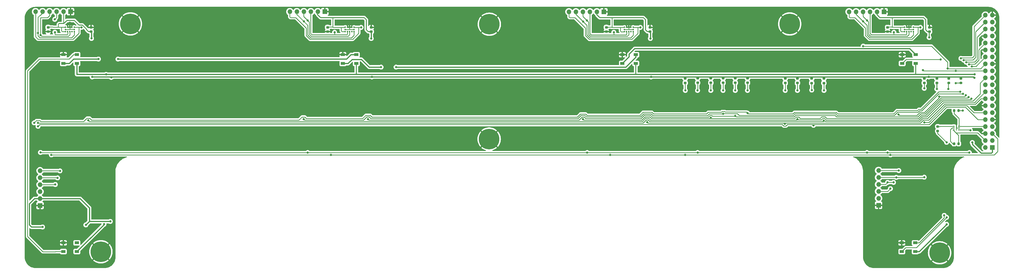
<source format=gbr>
%TF.GenerationSoftware,KiCad,Pcbnew,7.0.10*%
%TF.CreationDate,2024-02-05T00:36:43+00:00*%
%TF.ProjectId,ContactlessPiPoweredDrumkit,436f6e74-6163-4746-9c65-73735069506f,rev?*%
%TF.SameCoordinates,Original*%
%TF.FileFunction,Copper,L1,Top*%
%TF.FilePolarity,Positive*%
%FSLAX46Y46*%
G04 Gerber Fmt 4.6, Leading zero omitted, Abs format (unit mm)*
G04 Created by KiCad (PCBNEW 7.0.10) date 2024-02-05 00:36:43*
%MOMM*%
%LPD*%
G01*
G04 APERTURE LIST*
G04 Aperture macros list*
%AMRoundRect*
0 Rectangle with rounded corners*
0 $1 Rounding radius*
0 $2 $3 $4 $5 $6 $7 $8 $9 X,Y pos of 4 corners*
0 Add a 4 corners polygon primitive as box body*
4,1,4,$2,$3,$4,$5,$6,$7,$8,$9,$2,$3,0*
0 Add four circle primitives for the rounded corners*
1,1,$1+$1,$2,$3*
1,1,$1+$1,$4,$5*
1,1,$1+$1,$6,$7*
1,1,$1+$1,$8,$9*
0 Add four rect primitives between the rounded corners*
20,1,$1+$1,$2,$3,$4,$5,0*
20,1,$1+$1,$4,$5,$6,$7,0*
20,1,$1+$1,$6,$7,$8,$9,0*
20,1,$1+$1,$8,$9,$2,$3,0*%
G04 Aperture macros list end*
%TA.AperFunction,SMDPad,CuDef*%
%ADD10RoundRect,0.200000X-0.275000X0.200000X-0.275000X-0.200000X0.275000X-0.200000X0.275000X0.200000X0*%
%TD*%
%TA.AperFunction,SMDPad,CuDef*%
%ADD11RoundRect,0.225000X-0.250000X0.225000X-0.250000X-0.225000X0.250000X-0.225000X0.250000X0.225000X0*%
%TD*%
%TA.AperFunction,SMDPad,CuDef*%
%ADD12R,1.500000X1.000000*%
%TD*%
%TA.AperFunction,ComponentPad*%
%ADD13R,1.700000X1.700000*%
%TD*%
%TA.AperFunction,ComponentPad*%
%ADD14O,1.700000X1.700000*%
%TD*%
%TA.AperFunction,ComponentPad*%
%ADD15C,4.700000*%
%TD*%
%TA.AperFunction,ConnectorPad*%
%ADD16C,7.500000*%
%TD*%
%TA.AperFunction,SMDPad,CuDef*%
%ADD17RoundRect,0.062500X-0.127500X-0.062500X0.127500X-0.062500X0.127500X0.062500X-0.127500X0.062500X0*%
%TD*%
%TA.AperFunction,SMDPad,CuDef*%
%ADD18RoundRect,0.125000X-0.125000X-0.125000X0.125000X-0.125000X0.125000X0.125000X-0.125000X0.125000X0*%
%TD*%
%TA.AperFunction,SMDPad,CuDef*%
%ADD19RoundRect,0.200000X0.200000X0.275000X-0.200000X0.275000X-0.200000X-0.275000X0.200000X-0.275000X0*%
%TD*%
%TA.AperFunction,SMDPad,CuDef*%
%ADD20RoundRect,0.225000X0.250000X-0.225000X0.250000X0.225000X-0.250000X0.225000X-0.250000X-0.225000X0*%
%TD*%
%TA.AperFunction,SMDPad,CuDef*%
%ADD21R,0.650000X0.400000*%
%TD*%
%TA.AperFunction,ViaPad*%
%ADD22C,0.800000*%
%TD*%
%TA.AperFunction,Conductor*%
%ADD23C,0.406400*%
%TD*%
%TA.AperFunction,Conductor*%
%ADD24C,0.254000*%
%TD*%
%TA.AperFunction,Conductor*%
%ADD25C,0.304800*%
%TD*%
G04 APERTURE END LIST*
D10*
%TO.P,R2,1*%
%TO.N,+3.3V*%
X368300000Y-123889000D03*
%TO.P,R2,2*%
%TO.N,/Distance Sensors/D2_GPIO1*%
X368300000Y-125539000D03*
%TD*%
D11*
%TO.P,C5,1*%
%TO.N,+3.3V*%
X243840000Y-105270000D03*
%TO.P,C5,2*%
%TO.N,GND*%
X243840000Y-106820000D03*
%TD*%
D12*
%TO.P,D1,1,VSS*%
%TO.N,GND*%
X351245000Y-183820000D03*
%TO.P,D1,2,DIN*%
%TO.N,/LEDs/LED_SHIFT_1_5V*%
X351245000Y-187020000D03*
%TO.P,D1,3,VDD*%
%TO.N,+5V*%
X356145000Y-187020000D03*
%TO.P,D1,4,DO*%
%TO.N,/LEDs/LED_SHIFT_D_1*%
X356145000Y-183820000D03*
%TD*%
D13*
%TO.P,J6,1,Pin_1*%
%TO.N,GND*%
X49022000Y-99568000D03*
D14*
%TO.P,J6,2,Pin_2*%
%TO.N,+3.3V*%
X46482000Y-99568000D03*
%TO.P,J6,3,Pin_3*%
%TO.N,/I2C0_SDA*%
X43942000Y-99568000D03*
%TO.P,J6,4,Pin_4*%
%TO.N,/I2C0_SCL*%
X41402000Y-99568000D03*
%TO.P,J6,5,Pin_5*%
%TO.N,/Distance Sensors/D5_GPIO1*%
X38862000Y-99568000D03*
%TO.P,J6,6,Pin_6*%
%TO.N,/Distance Sensors/D5_XSHUT*%
X36322000Y-99568000D03*
%TD*%
D12*
%TO.P,D4,1,VSS*%
%TO.N,GND*%
X148045000Y-115240000D03*
%TO.P,D4,2,DIN*%
%TO.N,/LEDs/LED_SHIFT_D_3*%
X148045000Y-118440000D03*
%TO.P,D4,3,VDD*%
%TO.N,+5V*%
X152945000Y-118440000D03*
%TO.P,D4,4,DO*%
%TO.N,/LEDs/LED_SHIFT_D_4*%
X152945000Y-115240000D03*
%TD*%
D13*
%TO.P,J3,1,Pin_1*%
%TO.N,GND*%
X344780000Y-99593000D03*
D14*
%TO.P,J3,2,Pin_2*%
%TO.N,+3.3V*%
X342240000Y-99593000D03*
%TO.P,J3,3,Pin_3*%
%TO.N,/I2C0_SDA*%
X339700000Y-99593000D03*
%TO.P,J3,4,Pin_4*%
%TO.N,/I2C0_SCL*%
X337160000Y-99593000D03*
%TO.P,J3,5,Pin_5*%
%TO.N,/Distance Sensors/D2_GPIO1*%
X334620000Y-99593000D03*
%TO.P,J3,6,Pin_6*%
%TO.N,/Distance Sensors/D2_XSHUT*%
X332080000Y-99593000D03*
%TD*%
D10*
%TO.P,R8,1*%
%TO.N,+3.3V*%
X290703000Y-123838200D03*
%TO.P,R8,2*%
%TO.N,/Distance Sensors/D4_XSHUT*%
X290703000Y-125488200D03*
%TD*%
D15*
%TO.P,H1,1,1*%
%TO.N,GND*%
X60071000Y-187071000D03*
D16*
X60071000Y-187071000D03*
%TD*%
D17*
%TO.P,U3,1,AVDDVCSEL*%
%TO.N,+3.3V*%
X250228000Y-105370000D03*
D18*
X250368000Y-105245000D03*
%TO.P,U3,2,AVSSVCSEL*%
%TO.N,GND*%
X251168000Y-105245000D03*
%TO.P,U3,3,GND*%
X251968000Y-105245000D03*
%TO.P,U3,4,GND*%
X252768000Y-105245000D03*
%TO.P,U3,5,XSHUT*%
%TO.N,/Distance Sensors/D3_XSHUT*%
X253568000Y-105245000D03*
%TO.P,U3,6,GND*%
%TO.N,GND*%
X253568000Y-106045000D03*
%TO.P,U3,7,GPIO1*%
%TO.N,/Distance Sensors/D3_GPIO1*%
X253568000Y-106845000D03*
%TO.P,U3,8,DNC*%
%TO.N,unconnected-(U3-DNC-Pad8)*%
X252768000Y-106845000D03*
%TO.P,U3,9,SDA*%
%TO.N,/I2C0_SCL*%
X251968000Y-106845000D03*
%TO.P,U3,10,SCL*%
%TO.N,/I2C0_SDA*%
X251168000Y-106845000D03*
%TO.P,U3,11,AVDD*%
%TO.N,+3.3V*%
X250368000Y-106845000D03*
%TO.P,U3,12,GND*%
%TO.N,GND*%
X250368000Y-106045000D03*
%TD*%
D12*
%TO.P,D6,1,VSS*%
%TO.N,GND*%
X46445000Y-183820000D03*
%TO.P,D6,2,DIN*%
%TO.N,/LEDs/LED_SHIFT_D_5*%
X46445000Y-187020000D03*
%TO.P,D6,3,VDD*%
%TO.N,+5V*%
X51345000Y-187020000D03*
%TO.P,D6,4,DO*%
%TO.N,/LEDs/LED_SHIFT_D_6*%
X51345000Y-183820000D03*
%TD*%
D15*
%TO.P,H3,1,1*%
%TO.N,GND*%
X201295000Y-104140000D03*
D16*
X201295000Y-104140000D03*
%TD*%
D13*
%TO.P,J5,1,Pin_1*%
%TO.N,GND*%
X141478000Y-99568000D03*
D14*
%TO.P,J5,2,Pin_2*%
%TO.N,+3.3V*%
X138938000Y-99568000D03*
%TO.P,J5,3,Pin_3*%
%TO.N,/I2C0_SDA*%
X136398000Y-99568000D03*
%TO.P,J5,4,Pin_4*%
%TO.N,/I2C0_SCL*%
X133858000Y-99568000D03*
%TO.P,J5,5,Pin_5*%
%TO.N,/Distance Sensors/D4_GPIO1*%
X131318000Y-99568000D03*
%TO.P,J5,6,Pin_6*%
%TO.N,/Distance Sensors/D4_XSHUT*%
X128778000Y-99568000D03*
%TD*%
D10*
%TO.P,R9,1*%
%TO.N,+3.3V*%
X322910200Y-123939800D03*
%TO.P,R9,2*%
%TO.N,/Distance Sensors/D5_GPIO1*%
X322910200Y-125589800D03*
%TD*%
D19*
%TO.P,R16,1*%
%TO.N,+5V*%
X371919000Y-147701000D03*
%TO.P,R16,2*%
%TO.N,Net-(U7-DIR)*%
X370269000Y-147701000D03*
%TD*%
D15*
%TO.P,H4,1,1*%
%TO.N,GND*%
X201218800Y-145999200D03*
D16*
X201218800Y-145999200D03*
%TD*%
D20*
%TO.P,C11,1*%
%TO.N,+3.3V*%
X56515000Y-106820000D03*
%TO.P,C11,2*%
%TO.N,GND*%
X56515000Y-105270000D03*
%TD*%
D13*
%TO.P,J4,1,Pin_1*%
%TO.N,GND*%
X242926000Y-99593000D03*
D14*
%TO.P,J4,2,Pin_2*%
%TO.N,+3.3V*%
X240386000Y-99593000D03*
%TO.P,J4,3,Pin_3*%
%TO.N,/I2C0_SDA*%
X237846000Y-99593000D03*
%TO.P,J4,4,Pin_4*%
%TO.N,/I2C0_SCL*%
X235306000Y-99593000D03*
%TO.P,J4,5,Pin_5*%
%TO.N,/Distance Sensors/D3_GPIO1*%
X232766000Y-99593000D03*
%TO.P,J4,6,Pin_6*%
%TO.N,/Distance Sensors/D3_XSHUT*%
X230226000Y-99593000D03*
%TD*%
D10*
%TO.P,R11,1*%
%TO.N,+3.3V*%
X313309000Y-123889000D03*
%TO.P,R11,2*%
%TO.N,/Distance Sensors/D5_XSHUT*%
X313309000Y-125539000D03*
%TD*%
D15*
%TO.P,H5,1,1*%
%TO.N,GND*%
X310489600Y-104038400D03*
D16*
X310489600Y-104038400D03*
%TD*%
D15*
%TO.P,H6,1,1*%
%TO.N,GND*%
X364998000Y-187452000D03*
D16*
X364998000Y-187452000D03*
%TD*%
D17*
%TO.P,U5,1,AVDDVCSEL*%
%TO.N,+3.3V*%
X47028000Y-105370000D03*
D18*
X47168000Y-105245000D03*
%TO.P,U5,2,AVSSVCSEL*%
%TO.N,GND*%
X47968000Y-105245000D03*
%TO.P,U5,3,GND*%
X48768000Y-105245000D03*
%TO.P,U5,4,GND*%
X49568000Y-105245000D03*
%TO.P,U5,5,XSHUT*%
%TO.N,/Distance Sensors/D5_XSHUT*%
X50368000Y-105245000D03*
%TO.P,U5,6,GND*%
%TO.N,GND*%
X50368000Y-106045000D03*
%TO.P,U5,7,GPIO1*%
%TO.N,/Distance Sensors/D5_GPIO1*%
X50368000Y-106845000D03*
%TO.P,U5,8,DNC*%
%TO.N,unconnected-(U5-DNC-Pad8)*%
X49568000Y-106845000D03*
%TO.P,U5,9,SDA*%
%TO.N,/I2C0_SCL*%
X48768000Y-106845000D03*
%TO.P,U5,10,SCL*%
%TO.N,/I2C0_SDA*%
X47968000Y-106845000D03*
%TO.P,U5,11,AVDD*%
%TO.N,+3.3V*%
X47168000Y-106845000D03*
%TO.P,U5,12,GND*%
%TO.N,GND*%
X47168000Y-106045000D03*
%TD*%
D11*
%TO.P,C9,1*%
%TO.N,+3.3V*%
X40894000Y-105270000D03*
%TO.P,C9,2*%
%TO.N,GND*%
X40894000Y-106820000D03*
%TD*%
D10*
%TO.P,R14,1*%
%TO.N,+3.3V*%
X272491200Y-123889000D03*
%TO.P,R14,2*%
%TO.N,/I2C0_SDA*%
X272491200Y-125539000D03*
%TD*%
%TO.P,R3,2*%
%TO.N,/Distance Sensors/D1_XSHUT*%
X363982000Y-125539000D03*
%TO.P,R3,1*%
%TO.N,+3.3V*%
X363982000Y-123889000D03*
%TD*%
%TO.P,R4,1*%
%TO.N,+3.3V*%
X372745000Y-123889000D03*
%TO.P,R4,2*%
%TO.N,/Distance Sensors/D2_XSHUT*%
X372745000Y-125539000D03*
%TD*%
D20*
%TO.P,C7,1*%
%TO.N,+3.3V*%
X259715000Y-106820000D03*
%TO.P,C7,2*%
%TO.N,GND*%
X259715000Y-105270000D03*
%TD*%
D19*
%TO.P,R15,2*%
%TO.N,/Raspberry PI/LED_SHIFT_3V3*%
X370269000Y-135636000D03*
%TO.P,R15,1*%
%TO.N,+3.3V*%
X371919000Y-135636000D03*
%TD*%
D20*
%TO.P,C8,1*%
%TO.N,+3.3V*%
X158369000Y-106820000D03*
%TO.P,C8,2*%
%TO.N,GND*%
X158369000Y-105270000D03*
%TD*%
D10*
%TO.P,R10,1*%
%TO.N,+3.3V*%
X295148000Y-123838200D03*
%TO.P,R10,2*%
%TO.N,/Distance Sensors/D6_GPIO1*%
X295148000Y-125488200D03*
%TD*%
%TO.P,R1,1*%
%TO.N,+3.3V*%
X359410000Y-123889000D03*
%TO.P,R1,2*%
%TO.N,/Distance Sensors/D1_GPIO1*%
X359410000Y-125539000D03*
%TD*%
%TO.P,R13,1*%
%TO.N,+3.3V*%
X277012400Y-123838200D03*
%TO.P,R13,2*%
%TO.N,/I2C0_SCL*%
X277012400Y-125488200D03*
%TD*%
D12*
%TO.P,D2,1,VSS*%
%TO.N,GND*%
X351372000Y-115240000D03*
%TO.P,D2,2,DIN*%
%TO.N,/LEDs/LED_SHIFT_D_1*%
X351372000Y-118440000D03*
%TO.P,D2,3,VDD*%
%TO.N,+5V*%
X356272000Y-118440000D03*
%TO.P,D2,4,DO*%
%TO.N,/LEDs/LED_SHIFT_D_2*%
X356272000Y-115240000D03*
%TD*%
D21*
%TO.P,U7,1,VCCA*%
%TO.N,+3.3V*%
X372044000Y-142636000D03*
%TO.P,U7,2,GND*%
%TO.N,GND*%
X372044000Y-141986000D03*
%TO.P,U7,3,A*%
%TO.N,/Raspberry PI/LED_SHIFT_3V3*%
X372044000Y-141336000D03*
%TO.P,U7,4,B*%
%TO.N,Net-(U7-B)*%
X370144000Y-141336000D03*
%TO.P,U7,5,DIR*%
%TO.N,Net-(U7-DIR)*%
X370144000Y-141986000D03*
%TO.P,U7,6,VCCB*%
%TO.N,+5V*%
X370144000Y-142636000D03*
%TD*%
D10*
%TO.P,R6,1*%
%TO.N,+3.3V*%
X286258000Y-123838200D03*
%TO.P,R6,2*%
%TO.N,/Distance Sensors/D4_GPIO1*%
X286258000Y-125488200D03*
%TD*%
D15*
%TO.P,H2,1,1*%
%TO.N,GND*%
X70815200Y-104013000D03*
D16*
X70815200Y-104013000D03*
%TD*%
D12*
%TO.P,D3,1,VSS*%
%TO.N,GND*%
X249645000Y-115240000D03*
%TO.P,D3,2,DIN*%
%TO.N,/LEDs/LED_SHIFT_D_2*%
X249645000Y-118440000D03*
%TO.P,D3,3,VDD*%
%TO.N,+5V*%
X254545000Y-118440000D03*
%TO.P,D3,4,DO*%
%TO.N,/LEDs/LED_SHIFT_D_3*%
X254545000Y-115240000D03*
%TD*%
D10*
%TO.P,R17,1*%
%TO.N,Net-(U7-B)*%
X364299000Y-141415000D03*
%TO.P,R17,2*%
%TO.N,/LEDs/LED_SHIFT_1_5V*%
X364299000Y-143065000D03*
%TD*%
D20*
%TO.P,C4,1*%
%TO.N,+3.3V*%
X361315000Y-106820000D03*
%TO.P,C4,2*%
%TO.N,GND*%
X361315000Y-105270000D03*
%TD*%
D17*
%TO.P,U4,1,AVDDVCSEL*%
%TO.N,+3.3V*%
X148755000Y-105370000D03*
D18*
X148895000Y-105245000D03*
%TO.P,U4,2,AVSSVCSEL*%
%TO.N,GND*%
X149695000Y-105245000D03*
%TO.P,U4,3,GND*%
X150495000Y-105245000D03*
%TO.P,U4,4,GND*%
X151295000Y-105245000D03*
%TO.P,U4,5,XSHUT*%
%TO.N,/Distance Sensors/D4_XSHUT*%
X152095000Y-105245000D03*
%TO.P,U4,6,GND*%
%TO.N,GND*%
X152095000Y-106045000D03*
%TO.P,U4,7,GPIO1*%
%TO.N,/Distance Sensors/D4_GPIO1*%
X152095000Y-106845000D03*
%TO.P,U4,8,DNC*%
%TO.N,unconnected-(U4-DNC-Pad8)*%
X151295000Y-106845000D03*
%TO.P,U4,9,SDA*%
%TO.N,/I2C0_SCL*%
X150495000Y-106845000D03*
%TO.P,U4,10,SCL*%
%TO.N,/I2C0_SDA*%
X149695000Y-106845000D03*
%TO.P,U4,11,AVDD*%
%TO.N,+3.3V*%
X148895000Y-106845000D03*
%TO.P,U4,12,GND*%
%TO.N,GND*%
X148895000Y-106045000D03*
%TD*%
D10*
%TO.P,R7,1*%
%TO.N,+3.3V*%
X308864000Y-123889000D03*
%TO.P,R7,2*%
%TO.N,/Distance Sensors/D3_XSHUT*%
X308864000Y-125539000D03*
%TD*%
%TO.P,R5,1*%
%TO.N,+3.3V*%
X281813000Y-123838200D03*
%TO.P,R5,2*%
%TO.N,/Distance Sensors/D3_GPIO1*%
X281813000Y-125488200D03*
%TD*%
D17*
%TO.P,U2,1,AVDDVCSEL*%
%TO.N,+3.3V*%
X352082000Y-105370000D03*
D18*
X352222000Y-105245000D03*
%TO.P,U2,2,AVSSVCSEL*%
%TO.N,GND*%
X353022000Y-105245000D03*
%TO.P,U2,3,GND*%
X353822000Y-105245000D03*
%TO.P,U2,4,GND*%
X354622000Y-105245000D03*
%TO.P,U2,5,XSHUT*%
%TO.N,/Distance Sensors/D2_XSHUT*%
X355422000Y-105245000D03*
%TO.P,U2,6,GND*%
%TO.N,GND*%
X355422000Y-106045000D03*
%TO.P,U2,7,GPIO1*%
%TO.N,/Distance Sensors/D2_GPIO1*%
X355422000Y-106845000D03*
%TO.P,U2,8,DNC*%
%TO.N,unconnected-(U2-DNC-Pad8)*%
X354622000Y-106845000D03*
%TO.P,U2,9,SDA*%
%TO.N,/I2C0_SCL*%
X353822000Y-106845000D03*
%TO.P,U2,10,SCL*%
%TO.N,/I2C0_SDA*%
X353022000Y-106845000D03*
%TO.P,U2,11,AVDD*%
%TO.N,+3.3V*%
X352222000Y-106845000D03*
%TO.P,U2,12,GND*%
%TO.N,GND*%
X352222000Y-106045000D03*
%TD*%
D11*
%TO.P,C6,1*%
%TO.N,+3.3V*%
X142494000Y-105270000D03*
%TO.P,C6,2*%
%TO.N,GND*%
X142494000Y-106820000D03*
%TD*%
D10*
%TO.P,R12,1*%
%TO.N,+3.3V*%
X318465200Y-123939800D03*
%TO.P,R12,2*%
%TO.N,/Distance Sensors/D6_XSHUT*%
X318465200Y-125589800D03*
%TD*%
D11*
%TO.P,C2,1*%
%TO.N,+3.3V*%
X346075000Y-105283000D03*
%TO.P,C2,2*%
%TO.N,GND*%
X346075000Y-106833000D03*
%TD*%
D12*
%TO.P,D5,1,VSS*%
%TO.N,GND*%
X46445000Y-115240000D03*
%TO.P,D5,2,DIN*%
%TO.N,/LEDs/LED_SHIFT_D_4*%
X46445000Y-118440000D03*
%TO.P,D5,3,VDD*%
%TO.N,+5V*%
X51345000Y-118440000D03*
%TO.P,D5,4,DO*%
%TO.N,/LEDs/LED_SHIFT_D_5*%
X51345000Y-115240000D03*
%TD*%
D13*
%TO.P,J2,1,Pin_1*%
%TO.N,GND*%
X342798400Y-170129200D03*
D14*
%TO.P,J2,2,Pin_2*%
%TO.N,+3.3V*%
X342798400Y-167589200D03*
%TO.P,J2,3,Pin_3*%
%TO.N,/I2C0_SDA*%
X342798400Y-165049200D03*
%TO.P,J2,4,Pin_4*%
%TO.N,/I2C0_SCL*%
X342798400Y-162509200D03*
%TO.P,J2,5,Pin_5*%
%TO.N,/Distance Sensors/D1_GPIO1*%
X342798400Y-159969200D03*
%TO.P,J2,6,Pin_6*%
%TO.N,/Distance Sensors/D1_XSHUT*%
X342798400Y-157429200D03*
%TD*%
D13*
%TO.P,J7,1,Pin_1*%
%TO.N,GND*%
X37947600Y-170230800D03*
D14*
%TO.P,J7,2,Pin_2*%
%TO.N,+3.3V*%
X37947600Y-167690800D03*
%TO.P,J7,3,Pin_3*%
%TO.N,/I2C0_SDA*%
X37947600Y-165150800D03*
%TO.P,J7,4,Pin_4*%
%TO.N,/I2C0_SCL*%
X37947600Y-162610800D03*
%TO.P,J7,5,Pin_5*%
%TO.N,/Distance Sensors/D6_GPIO1*%
X37947600Y-160070800D03*
%TO.P,J7,6,Pin_6*%
%TO.N,/Distance Sensors/D6_XSHUT*%
X37947600Y-157530800D03*
%TD*%
D13*
%TO.P,J1,1,3V3*%
%TO.N,+3.3V*%
X384175000Y-149098000D03*
D14*
%TO.P,J1,2,5V*%
%TO.N,+5V*%
X381635000Y-149098000D03*
%TO.P,J1,3,SDA/GPIO2*%
%TO.N,/I2C0_SCL*%
X384175000Y-146558000D03*
%TO.P,J1,4,5V*%
%TO.N,+5V*%
X381635000Y-146558000D03*
%TO.P,J1,5,SCL/GPIO3*%
%TO.N,/I2C0_SDA*%
X384175000Y-144018000D03*
%TO.P,J1,6,GND*%
%TO.N,GND*%
X381635000Y-144018000D03*
%TO.P,J1,7,GCLK0/GPIO4*%
%TO.N,unconnected-(J1-GCLK0{slash}GPIO4-Pad7)*%
X384175000Y-141478000D03*
%TO.P,J1,8,GPIO14/TXD*%
%TO.N,/Raspberry PI/LED_SHIFT_3V3*%
X381635000Y-141478000D03*
%TO.P,J1,9,GND*%
%TO.N,GND*%
X384175000Y-138938000D03*
%TO.P,J1,10,GPIO15/RXD*%
%TO.N,/Distance Sensors/D6_XSHUT*%
X381635000Y-138938000D03*
%TO.P,J1,11,GPIO17*%
%TO.N,unconnected-(J1-GPIO17-Pad11)*%
X384175000Y-136398000D03*
%TO.P,J1,12,GPIO18/PWM0*%
%TO.N,/Distance Sensors/D1_GPIO1*%
X381635000Y-136398000D03*
%TO.P,J1,13,GPIO27*%
%TO.N,unconnected-(J1-GPIO27-Pad13)*%
X384175000Y-133858000D03*
%TO.P,J1,14,GND*%
%TO.N,GND*%
X381635000Y-133858000D03*
%TO.P,J1,15,GPIO22*%
%TO.N,unconnected-(J1-GPIO22-Pad15)*%
X384175000Y-131318000D03*
%TO.P,J1,16,GPIO23*%
%TO.N,/Distance Sensors/D3_XSHUT*%
X381635000Y-131318000D03*
%TO.P,J1,17,3V3*%
%TO.N,unconnected-(J1-3V3-Pad17)*%
X384175000Y-128778000D03*
%TO.P,J1,18,GPIO24*%
%TO.N,/Distance Sensors/D5_GPIO1*%
X381635000Y-128778000D03*
%TO.P,J1,19,MOSI0/GPIO10*%
%TO.N,unconnected-(J1-MOSI0{slash}GPIO10-Pad19)*%
X384175000Y-126238000D03*
%TO.P,J1,20,GND*%
%TO.N,GND*%
X381635000Y-126238000D03*
%TO.P,J1,21,MISO0/GPIO9*%
%TO.N,unconnected-(J1-MISO0{slash}GPIO9-Pad21)*%
X384175000Y-123698000D03*
%TO.P,J1,22,GPIO25*%
%TO.N,/Distance Sensors/D5_XSHUT*%
X381635000Y-123698000D03*
%TO.P,J1,23,SCLK0/GPIO11*%
%TO.N,unconnected-(J1-SCLK0{slash}GPIO11-Pad23)*%
X384175000Y-121158000D03*
%TO.P,J1,24,~{CE0}/GPIO8*%
%TO.N,/Distance Sensors/D2_XSHUT*%
X381635000Y-121158000D03*
%TO.P,J1,25,GND*%
%TO.N,GND*%
X384175000Y-118618000D03*
%TO.P,J1,26,~{CE1}/GPIO7*%
%TO.N,/Distance Sensors/D2_GPIO1*%
X381635000Y-118618000D03*
%TO.P,J1,27,ID_SD/GPIO0*%
%TO.N,unconnected-(J1-ID_SD{slash}GPIO0-Pad27)*%
X384175000Y-116078000D03*
%TO.P,J1,28,ID_SC/GPIO1*%
%TO.N,/Distance Sensors/D3_GPIO1*%
X381635000Y-116078000D03*
%TO.P,J1,29,GCLK1/GPIO5*%
%TO.N,unconnected-(J1-GCLK1{slash}GPIO5-Pad29)*%
X384175000Y-113538000D03*
%TO.P,J1,30,GND*%
%TO.N,GND*%
X381635000Y-113538000D03*
%TO.P,J1,31,GCLK2/GPIO6*%
%TO.N,unconnected-(J1-GCLK2{slash}GPIO6-Pad31)*%
X384175000Y-110998000D03*
%TO.P,J1,32,PWM0/GPIO12*%
%TO.N,/Distance Sensors/D4_XSHUT*%
X381635000Y-110998000D03*
%TO.P,J1,33,PWM1/GPIO13*%
%TO.N,unconnected-(J1-PWM1{slash}GPIO13-Pad33)*%
X384175000Y-108458000D03*
%TO.P,J1,34,GND*%
%TO.N,GND*%
X381635000Y-108458000D03*
%TO.P,J1,35,GPIO19/MISO1*%
%TO.N,unconnected-(J1-GPIO19{slash}MISO1-Pad35)*%
X384175000Y-105918000D03*
%TO.P,J1,36,GPIO16*%
%TO.N,/Distance Sensors/D1_XSHUT*%
X381635000Y-105918000D03*
%TO.P,J1,37,GPIO26*%
%TO.N,unconnected-(J1-GPIO26-Pad37)*%
X384175000Y-103378000D03*
%TO.P,J1,38,GPIO20/MOSI1*%
%TO.N,/Distance Sensors/D4_GPIO1*%
X381635000Y-103378000D03*
%TO.P,J1,39,GND*%
%TO.N,GND*%
X384175000Y-100838000D03*
%TO.P,J1,40,GPIO21/SCLK1*%
%TO.N,/Distance Sensors/D6_GPIO1*%
X381635000Y-100838000D03*
%TD*%
D22*
%TO.N,/LEDs/LED_SHIFT_D_3*%
X161925000Y-119761000D03*
X167386000Y-119761000D03*
%TO.N,/LEDs/LED_SHIFT_D_4*%
X66294000Y-116840000D03*
X59182000Y-116840000D03*
%TO.N,GND*%
X370205000Y-139319000D03*
%TO.N,/Distance Sensors/D6_XSHUT*%
X45212000Y-157607000D03*
%TO.N,/I2C0_SCL*%
X43496000Y-162560000D03*
%TO.N,/Distance Sensors/D6_GPIO1*%
X44323000Y-160147000D03*
%TO.N,+3.3V*%
X38862000Y-178054000D03*
%TO.N,GND*%
X39243000Y-106807000D03*
%TO.N,/Distance Sensors/D6_XSHUT*%
X37211000Y-141351000D03*
%TO.N,/Distance Sensors/D6_GPIO1*%
X35814000Y-140081000D03*
%TO.N,/Distance Sensors/D4_GPIO1*%
X133833000Y-138770200D03*
%TO.N,GND*%
X48768000Y-103632000D03*
%TO.N,/I2C0_SDA*%
X43307000Y-102362000D03*
X43339211Y-107050000D03*
%TO.N,/Distance Sensors/D5_GPIO1*%
X37211000Y-107315000D03*
%TO.N,/I2C0_SDA*%
X42044211Y-151760200D03*
%TO.N,/I2C0_SCL*%
X38100000Y-150876000D03*
X38100000Y-108077000D03*
%TO.N,/Distance Sensors/D5_GPIO1*%
X37211000Y-140081000D03*
%TO.N,/Distance Sensors/D5_XSHUT*%
X55499000Y-139192000D03*
%TO.N,+3.3V*%
X56903211Y-123331200D03*
%TO.N,GND*%
X353695000Y-115316000D03*
X353822000Y-103632000D03*
X344043000Y-106807000D03*
X242189000Y-106807000D03*
X140589000Y-106807000D03*
%TO.N,/Distance Sensors/D4_XSHUT*%
X157201000Y-138781000D03*
%TO.N,/I2C0_SDA*%
X272542000Y-128270000D03*
X272491200Y-151760200D03*
%TO.N,/I2C0_SCL*%
X276987000Y-128270000D03*
X277012400Y-150933200D03*
%TO.N,GND*%
X251968000Y-103378000D03*
X150495000Y-103505000D03*
%TO.N,+3.3V*%
X56649211Y-109311000D03*
%TO.N,/Distance Sensors/D5_XSHUT*%
X52991211Y-105272000D03*
%TO.N,+3.3V*%
X158598000Y-123331200D03*
%TO.N,GND*%
X347980000Y-180086000D03*
%TO.N,/Distance Sensors/D3_XSHUT*%
X308864000Y-128270000D03*
X308737000Y-140462000D03*
%TO.N,/Distance Sensors/D6_GPIO1*%
X295148000Y-128270000D03*
X295148000Y-136541000D03*
%TO.N,/Distance Sensors/D4_GPIO1*%
X286258000Y-128270000D03*
X286258000Y-136779000D03*
%TO.N,/Distance Sensors/D4_XSHUT*%
X290703000Y-128270000D03*
X290703000Y-137541000D03*
%TO.N,/I2C0_SDA*%
X143739000Y-151760200D03*
%TO.N,/I2C0_SCL*%
X135255000Y-150933200D03*
%TO.N,+3.3V*%
X158344000Y-109336200D03*
%TO.N,/Distance Sensors/D4_GPIO1*%
X133858000Y-103138200D03*
%TO.N,/I2C0_SDA*%
X145034000Y-107075200D03*
%TO.N,/I2C0_SCL*%
X135255000Y-102757200D03*
%TO.N,/Distance Sensors/D4_XSHUT*%
X154686000Y-105297200D03*
%TO.N,/Distance Sensors/D3_GPIO1*%
X235331000Y-138781000D03*
X281813000Y-128270000D03*
X281813000Y-138227000D03*
%TO.N,/Distance Sensors/D5_XSHUT*%
X313309000Y-138781000D03*
X313309000Y-128270000D03*
%TO.N,/I2C0_SCL*%
X236855000Y-150933200D03*
%TO.N,/I2C0_SDA*%
X245237000Y-151760200D03*
%TO.N,/I2C0_SCL*%
X236753000Y-102768000D03*
%TO.N,/I2C0_SDA*%
X246532000Y-107086000D03*
%TO.N,/Distance Sensors/D3_XSHUT*%
X256184000Y-105308000D03*
%TO.N,/Distance Sensors/D3_GPIO1*%
X235356000Y-103149000D03*
%TO.N,+3.3V*%
X259842000Y-109347000D03*
X260096000Y-123331200D03*
%TO.N,/Distance Sensors/D3_XSHUT*%
X258699000Y-139827000D03*
%TO.N,/Distance Sensors/D6_GPIO1*%
X372491000Y-128713000D03*
X372745000Y-116586000D03*
%TO.N,/Distance Sensors/D4_GPIO1*%
X373507000Y-129540000D03*
X373761000Y-117221000D03*
%TO.N,/I2C0_SDA*%
X348361000Y-107061000D03*
%TO.N,/Distance Sensors/D1_XSHUT*%
X350012000Y-137033000D03*
X363982000Y-127762000D03*
X364844680Y-130534290D03*
X374523000Y-130048000D03*
X374650000Y-117983000D03*
%TO.N,/Distance Sensors/D4_XSHUT*%
X375539000Y-130683000D03*
X375666000Y-118745000D03*
%TO.N,/Distance Sensors/D5_GPIO1*%
X322961000Y-128270000D03*
X322834000Y-139319000D03*
%TO.N,/Distance Sensors/D6_XSHUT*%
X318516000Y-128143000D03*
X319151000Y-140989000D03*
%TO.N,/Distance Sensors/D3_GPIO1*%
X376555000Y-131334000D03*
X376682000Y-119504000D03*
%TO.N,/Distance Sensors/D2_GPIO1*%
X337185000Y-103124000D03*
X337185000Y-112126800D03*
X368173000Y-127762000D03*
X367919000Y-120269000D03*
%TO.N,/Distance Sensors/D2_XSHUT*%
X370840000Y-125603000D03*
X370840000Y-121158000D03*
%TO.N,/I2C0_SCL*%
X338582000Y-150933200D03*
X338582000Y-102743000D03*
%TO.N,+3.3V*%
X361188000Y-108966000D03*
X361061000Y-123331200D03*
%TO.N,/Distance Sensors/D2_XSHUT*%
X358902000Y-120904000D03*
X358013000Y-105283000D03*
%TO.N,/Distance Sensors/D1_XSHUT*%
X350139000Y-157480000D03*
%TO.N,/Distance Sensors/D1_GPIO1*%
X349250000Y-159969200D03*
%TO.N,/I2C0_SCL*%
X348234000Y-161798000D03*
X346075000Y-161798000D03*
%TO.N,/I2C0_SDA*%
X347091000Y-151760200D03*
X347091000Y-164084000D03*
%TO.N,/I2C0_SCL*%
X346075000Y-150933200D03*
%TO.N,/Distance Sensors/D1_GPIO1*%
X359410000Y-159893000D03*
X359410000Y-139889000D03*
X359410000Y-127508000D03*
%TO.N,/I2C0_SCL*%
X375793000Y-150933200D03*
%TO.N,/LEDs/LED_SHIFT_D_1*%
X365379000Y-116967000D03*
X366673241Y-173833038D03*
%TO.N,/LEDs/LED_SHIFT_1_5V*%
X367538000Y-147193000D03*
X367534918Y-174516792D03*
%TO.N,+3.3V*%
X376868841Y-147252841D03*
X63824600Y-123514600D03*
%TO.N,+5V*%
X61976000Y-122428000D03*
%TO.N,+3.3V*%
X377630841Y-123638159D03*
%TO.N,+5V*%
X377698000Y-122428000D03*
%TO.N,+3.3V*%
X54610000Y-177292000D03*
X63500000Y-176022000D03*
X373380000Y-135636000D03*
X376174000Y-142798800D03*
%TO.N,+5V*%
X367536747Y-177069601D03*
X61214000Y-177038000D03*
%TD*%
D23*
%TO.N,/LEDs/LED_SHIFT_D_3*%
X254545000Y-116146400D02*
X254545000Y-115240000D01*
X250930400Y-119761000D02*
X254545000Y-116146400D01*
X167386000Y-119761000D02*
X250930400Y-119761000D01*
X157607000Y-119761000D02*
X161925000Y-119761000D01*
X154813000Y-116967000D02*
X157607000Y-119761000D01*
X151384000Y-116967000D02*
X154813000Y-116967000D01*
X148045000Y-118440000D02*
X149911000Y-118440000D01*
X149911000Y-118440000D02*
X151384000Y-116967000D01*
%TO.N,/LEDs/LED_SHIFT_D_4*%
X149352000Y-116840000D02*
X66294000Y-116840000D01*
X150952000Y-115240000D02*
X149352000Y-116840000D01*
X152945000Y-115240000D02*
X150952000Y-115240000D01*
X50165000Y-116840000D02*
X59182000Y-116840000D01*
X48565000Y-118440000D02*
X50165000Y-116840000D01*
X46445000Y-118440000D02*
X48565000Y-118440000D01*
D24*
%TO.N,GND*%
X371094000Y-140208000D02*
X370205000Y-139319000D01*
X371094000Y-141986000D02*
X371094000Y-140208000D01*
X371195600Y-141986000D02*
X371094000Y-141986000D01*
X372044000Y-141986000D02*
X371195600Y-141986000D01*
%TO.N,+3.3V*%
X376011200Y-142636000D02*
X376174000Y-142798800D01*
X372044000Y-142636000D02*
X376011200Y-142636000D01*
%TO.N,/Distance Sensors/D6_XSHUT*%
X45135800Y-157530800D02*
X37947600Y-157530800D01*
X45212000Y-157607000D02*
X45135800Y-157530800D01*
%TO.N,/I2C0_SCL*%
X43445200Y-162610800D02*
X37947600Y-162610800D01*
X43496000Y-162560000D02*
X43445200Y-162610800D01*
%TO.N,/Distance Sensors/D6_GPIO1*%
X44246800Y-160070800D02*
X37947600Y-160070800D01*
X44323000Y-160147000D02*
X44246800Y-160070800D01*
D23*
%TO.N,+3.3V*%
X34798000Y-178054000D02*
X38862000Y-178054000D01*
X34036000Y-177292000D02*
X34798000Y-178054000D01*
X34031200Y-177292000D02*
X34036000Y-177292000D01*
X35052000Y-168529000D02*
X34031200Y-169549800D01*
X34031200Y-169549800D02*
X34031200Y-177292000D01*
X35890200Y-167690800D02*
X35052000Y-168529000D01*
X37947600Y-167690800D02*
X35890200Y-167690800D01*
X52501800Y-167690800D02*
X37947600Y-167690800D01*
X55880000Y-176022000D02*
X55880000Y-171069000D01*
X55880000Y-171069000D02*
X52501800Y-167690800D01*
D24*
%TO.N,/LEDs/LED_SHIFT_D_5*%
X43612000Y-187020000D02*
X46445000Y-187020000D01*
X43561000Y-187071000D02*
X43612000Y-187020000D01*
X33401000Y-181483000D02*
X38989000Y-187071000D01*
X37719000Y-116840000D02*
X33401000Y-121158000D01*
X48514000Y-116840000D02*
X37719000Y-116840000D01*
X50114000Y-115240000D02*
X48514000Y-116840000D01*
X51345000Y-115240000D02*
X50114000Y-115240000D01*
X33401000Y-121158000D02*
X33401000Y-181483000D01*
X38989000Y-187071000D02*
X43561000Y-187071000D01*
%TO.N,GND*%
X39256000Y-106820000D02*
X39243000Y-106807000D01*
X40894000Y-106820000D02*
X39256000Y-106820000D01*
%TO.N,/Distance Sensors/D6_XSHUT*%
X37846000Y-140716000D02*
X37211000Y-141351000D01*
X58547000Y-140716000D02*
X37846000Y-140716000D01*
%TO.N,/Distance Sensors/D6_GPIO1*%
X53086000Y-139608000D02*
X38227000Y-139608000D01*
X54737000Y-138684000D02*
X53813000Y-139608000D01*
X55953000Y-138365000D02*
X55056000Y-138365000D01*
X132207000Y-138938000D02*
X132091000Y-139054000D01*
X134190200Y-137943200D02*
X133201800Y-137943200D01*
X134747000Y-138500000D02*
X134190200Y-137943200D01*
X133201800Y-137943200D02*
X132207000Y-138938000D01*
X155251000Y-138500000D02*
X152527000Y-138500000D01*
X53813000Y-139608000D02*
X53086000Y-139608000D01*
X155321000Y-138430000D02*
X155251000Y-138500000D01*
X152527000Y-138500000D02*
X134931000Y-138500000D01*
X156383000Y-137368000D02*
X155321000Y-138430000D01*
X158045000Y-137368000D02*
X156383000Y-137368000D01*
X158623000Y-137946000D02*
X158045000Y-137368000D01*
X55056000Y-138365000D02*
X54737000Y-138684000D01*
X158980000Y-137946000D02*
X158623000Y-137946000D01*
X233323526Y-137946000D02*
X231394000Y-137946000D01*
X233386763Y-137882763D02*
X233323526Y-137946000D01*
X57404000Y-139054000D02*
X56642000Y-139054000D01*
X234423526Y-136846000D02*
X233386763Y-137882763D01*
X37873000Y-139254000D02*
X36641000Y-139254000D01*
X56642000Y-139054000D02*
X55953000Y-138365000D01*
X236333000Y-136846000D02*
X234423526Y-136846000D01*
X237282000Y-137368000D02*
X236855000Y-137368000D01*
X254127000Y-137368000D02*
X237282000Y-137368000D01*
X256056526Y-137368000D02*
X254127000Y-137368000D01*
X256159000Y-137265526D02*
X256056526Y-137368000D01*
X231394000Y-137946000D02*
X158980000Y-137946000D01*
X257194526Y-136230000D02*
X256159000Y-137265526D01*
X260377000Y-136230000D02*
X257194526Y-136230000D01*
X260985000Y-136838000D02*
X260377000Y-136230000D01*
X280902000Y-136225000D02*
X280289000Y-136838000D01*
X285496000Y-136225000D02*
X280902000Y-136225000D01*
X286812000Y-135952000D02*
X285915445Y-135952000D01*
X38227000Y-139608000D02*
X37873000Y-139254000D01*
X287020000Y-136160000D02*
X286812000Y-135952000D01*
X285915445Y-135952000D02*
X285642445Y-136225000D01*
X291216526Y-136160000D02*
X287131000Y-136160000D01*
X134931000Y-138500000D02*
X134747000Y-138500000D01*
X236855000Y-137368000D02*
X236333000Y-136846000D01*
X287131000Y-136160000D02*
X287020000Y-136160000D01*
X285642445Y-136225000D02*
X285496000Y-136225000D01*
X280289000Y-136838000D02*
X260985000Y-136838000D01*
X294767000Y-136160000D02*
X291216526Y-136160000D01*
X132091000Y-139054000D02*
X57404000Y-139054000D01*
X36641000Y-139254000D02*
X35814000Y-140081000D01*
X295148000Y-136541000D02*
X294767000Y-136160000D01*
%TO.N,/Distance Sensors/D4_GPIO1*%
X134116800Y-139054000D02*
X133833000Y-138770200D01*
X155586000Y-139054000D02*
X134116800Y-139054000D01*
X157607000Y-137922000D02*
X156718000Y-137922000D01*
X158185000Y-138500000D02*
X157607000Y-137922000D01*
X233553000Y-138500000D02*
X158185000Y-138500000D01*
X234653000Y-137400000D02*
X233553000Y-138500000D01*
X156718000Y-137922000D02*
X155586000Y-139054000D01*
X236552474Y-137922000D02*
X236030474Y-137400000D01*
X256286000Y-137922000D02*
X236552474Y-137922000D01*
X257424000Y-136784000D02*
X256286000Y-137922000D01*
X260123000Y-136784000D02*
X257424000Y-136784000D01*
X260731000Y-137392000D02*
X260123000Y-136784000D01*
X280692000Y-137392000D02*
X260731000Y-137392000D01*
X281305000Y-136779000D02*
X280692000Y-137392000D01*
X286258000Y-136779000D02*
X281305000Y-136779000D01*
X236030474Y-137400000D02*
X234653000Y-137400000D01*
%TO.N,/Distance Sensors/D5_XSHUT*%
X36322000Y-108712000D02*
X37211000Y-109601000D01*
X36322000Y-99568000D02*
X36322000Y-108712000D01*
X37211000Y-109601000D02*
X49932211Y-109601000D01*
%TO.N,GND*%
X48768000Y-105245000D02*
X48768000Y-103632000D01*
D25*
%TO.N,+3.3V*%
X47752000Y-102743000D02*
X46609000Y-103886000D01*
X50419000Y-102743000D02*
X47752000Y-102743000D01*
X53344287Y-104419600D02*
X52095600Y-104419600D01*
X56293211Y-106809000D02*
X55544211Y-106809000D01*
X54896211Y-106161000D02*
X54896211Y-105971524D01*
X54896211Y-105971524D02*
X53344287Y-104419600D01*
X52095600Y-104419600D02*
X50419000Y-102743000D01*
X56166211Y-106936000D02*
X56293211Y-106809000D01*
X55544211Y-106809000D02*
X54896211Y-106161000D01*
D24*
%TO.N,/I2C0_SDA*%
X43307000Y-102362000D02*
X43942000Y-101727000D01*
X43942000Y-101727000D02*
X43942000Y-99568000D01*
%TO.N,/I2C0_SCL*%
X40640000Y-101727000D02*
X38100000Y-101727000D01*
X38100000Y-101727000D02*
X38100000Y-108077000D01*
X41402000Y-100965000D02*
X40640000Y-101727000D01*
X41402000Y-99568000D02*
X41402000Y-100965000D01*
%TO.N,/Distance Sensors/D5_GPIO1*%
X37211000Y-101600000D02*
X37211000Y-107315000D01*
X37846000Y-100965000D02*
X37211000Y-101600000D01*
X37973000Y-100965000D02*
X37846000Y-100965000D01*
X38862000Y-100076000D02*
X37973000Y-100965000D01*
X38862000Y-99568000D02*
X38862000Y-100076000D01*
X37900445Y-109047000D02*
X38227000Y-109047000D01*
X37211000Y-108357555D02*
X37900445Y-109047000D01*
X37211000Y-107315000D02*
X37211000Y-108357555D01*
X38227000Y-109047000D02*
X49470211Y-109047000D01*
%TO.N,/I2C0_SDA*%
X54233800Y-151760200D02*
X42044211Y-151760200D01*
%TO.N,/I2C0_SCL*%
X54610000Y-150933200D02*
X38157200Y-150933200D01*
X38157200Y-150933200D02*
X38100000Y-150876000D01*
X135255000Y-150933200D02*
X54610000Y-150933200D01*
X38227000Y-108204000D02*
X38100000Y-108077000D01*
X48800211Y-107939000D02*
X48800211Y-106834000D01*
X48246211Y-108493000D02*
X48800211Y-107939000D01*
X38516000Y-108493000D02*
X48246211Y-108493000D01*
X38227000Y-108204000D02*
X38516000Y-108493000D01*
%TO.N,/Distance Sensors/D5_GPIO1*%
X37292000Y-140162000D02*
X37211000Y-140081000D01*
X56215000Y-140162000D02*
X37292000Y-140162000D01*
%TO.N,/Distance Sensors/D5_XSHUT*%
X55915000Y-139608000D02*
X55499000Y-139192000D01*
X259271029Y-138446000D02*
X258126971Y-138446000D01*
X258126971Y-138446000D02*
X256964971Y-139608000D01*
X313036000Y-139054000D02*
X259879029Y-139054000D01*
X313309000Y-138781000D02*
X313036000Y-139054000D01*
X259879029Y-139054000D02*
X259271029Y-138446000D01*
X256964971Y-139608000D02*
X55915000Y-139608000D01*
D23*
%TO.N,+3.3V*%
X63641200Y-123331200D02*
X56903211Y-123331200D01*
X63824600Y-123514600D02*
X63641200Y-123331200D01*
D24*
%TO.N,/LEDs/LED_SHIFT_1_5V*%
X364299000Y-143954000D02*
X367538000Y-147193000D01*
X364299000Y-143065000D02*
X364299000Y-143954000D01*
%TO.N,Net-(U7-B)*%
X365060000Y-141415000D02*
X364299000Y-141415000D01*
X365139000Y-141336000D02*
X365060000Y-141415000D01*
X370144000Y-141336000D02*
X365139000Y-141336000D01*
%TO.N,GND*%
X353619000Y-115240000D02*
X353695000Y-115316000D01*
X351372000Y-115240000D02*
X353619000Y-115240000D01*
X353822000Y-105245000D02*
X353822000Y-103632000D01*
X344069000Y-106833000D02*
X344043000Y-106807000D01*
X346075000Y-106833000D02*
X344069000Y-106833000D01*
X242202000Y-106820000D02*
X242189000Y-106807000D01*
X243840000Y-106820000D02*
X242202000Y-106820000D01*
X140602000Y-106820000D02*
X140589000Y-106807000D01*
X142494000Y-106820000D02*
X140602000Y-106820000D01*
%TO.N,/Distance Sensors/D4_XSHUT*%
X157474000Y-139054000D02*
X157201000Y-138781000D01*
X233888445Y-139054000D02*
X157474000Y-139054000D01*
X234988445Y-137954000D02*
X233888445Y-139054000D01*
X236347000Y-138500000D02*
X235801000Y-137954000D01*
X256506023Y-138500000D02*
X236347000Y-138500000D01*
X257668023Y-137338000D02*
X256506023Y-138500000D01*
X259844474Y-137338000D02*
X257668023Y-137338000D01*
X260452474Y-137946000D02*
X259844474Y-137338000D01*
X280924445Y-137946000D02*
X260452474Y-137946000D01*
X281470445Y-137400000D02*
X280924445Y-137946000D01*
X282372278Y-137616723D02*
X282155555Y-137400000D01*
X282155555Y-137400000D02*
X281470445Y-137400000D01*
X290627277Y-137616723D02*
X282372278Y-137616723D01*
X290703000Y-137541000D02*
X290627277Y-137616723D01*
X235801000Y-137954000D02*
X234988445Y-137954000D01*
%TO.N,/Distance Sensors/D4_GPIO1*%
X364669415Y-129540000D02*
X373507000Y-129540000D01*
X358503415Y-135706000D02*
X364669415Y-129540000D01*
X357621526Y-135706000D02*
X358503415Y-135706000D01*
X357121526Y-136206000D02*
X357621526Y-135706000D01*
X349669445Y-136206000D02*
X357121526Y-136206000D01*
X348507445Y-137368000D02*
X349669445Y-136206000D01*
X327224474Y-136830000D02*
X327762474Y-137368000D01*
X311858052Y-137368000D02*
X312396052Y-136830000D01*
X327762474Y-137368000D02*
X348507445Y-137368000D01*
X292100000Y-137368000D02*
X311858052Y-137368000D01*
X286323000Y-136714000D02*
X291446000Y-136714000D01*
X286258000Y-136779000D02*
X286323000Y-136714000D01*
X291446000Y-136714000D02*
X292100000Y-137368000D01*
X312396052Y-136830000D02*
X327224474Y-136830000D01*
%TO.N,/I2C0_SDA*%
X272491200Y-128219200D02*
X272491200Y-125539000D01*
X272542000Y-128270000D02*
X272491200Y-128219200D01*
%TO.N,/I2C0_SCL*%
X276987000Y-128270000D02*
X277012400Y-128244600D01*
X277012400Y-128244600D02*
X277012400Y-125488200D01*
X338582000Y-150933200D02*
X277012400Y-150933200D01*
%TO.N,GND*%
X251968000Y-105245000D02*
X251968000Y-103378000D01*
X150495000Y-105245000D02*
X150495000Y-103505000D01*
%TO.N,+3.3V*%
X46482000Y-103759000D02*
X46609000Y-103886000D01*
X46482000Y-99568000D02*
X46482000Y-103759000D01*
D25*
X46609000Y-103886000D02*
X44874211Y-103886000D01*
D24*
X44577000Y-104140000D02*
X44577000Y-105234000D01*
X44831000Y-103886000D02*
X44577000Y-104140000D01*
X45752211Y-105234000D02*
X44577000Y-105234000D01*
X44577000Y-105234000D02*
X42666211Y-105234000D01*
X44874211Y-103886000D02*
X44831000Y-103886000D01*
D23*
X56649211Y-106911000D02*
X56522211Y-106784000D01*
D24*
X47200211Y-105234000D02*
X45752211Y-105234000D01*
%TO.N,GND*%
X48775211Y-105209000D02*
X48775211Y-106009000D01*
%TO.N,/Distance Sensors/D5_XSHUT*%
X50400211Y-105234000D02*
X52102211Y-105234000D01*
%TO.N,+3.3V*%
X47200211Y-106834000D02*
X46044211Y-106834000D01*
%TO.N,/Distance Sensors/D5_GPIO1*%
X50400211Y-108117000D02*
X50400211Y-106834000D01*
%TO.N,+3.3V*%
X46044211Y-106834000D02*
X45752211Y-106542000D01*
%TO.N,/I2C0_SDA*%
X43339211Y-107812000D02*
X43466211Y-107939000D01*
%TO.N,/Distance Sensors/D5_XSHUT*%
X49932211Y-109601000D02*
X52102211Y-107431000D01*
D23*
%TO.N,+3.3V*%
X56649211Y-109311000D02*
X56649211Y-106911000D01*
D24*
%TO.N,/I2C0_SDA*%
X47784211Y-107939000D02*
X48000211Y-107723000D01*
X43339211Y-107050000D02*
X43339211Y-107812000D01*
X48000211Y-107723000D02*
X48000211Y-106834000D01*
%TO.N,/Distance Sensors/D5_XSHUT*%
X52102211Y-105234000D02*
X52953211Y-105234000D01*
X52953211Y-105234000D02*
X52991211Y-105272000D01*
%TO.N,+3.3V*%
X45752211Y-105234000D02*
X45752211Y-106542000D01*
%TO.N,GND*%
X48775211Y-106009000D02*
X50375211Y-106009000D01*
X47200211Y-106034000D02*
X48800211Y-106034000D01*
%TO.N,/I2C0_SDA*%
X43466211Y-107939000D02*
X47784211Y-107939000D01*
%TO.N,+3.3V*%
X42577211Y-105145000D02*
X41180211Y-105145000D01*
%TO.N,/Distance Sensors/D5_GPIO1*%
X49470211Y-109047000D02*
X50400211Y-108117000D01*
%TO.N,/Distance Sensors/D5_XSHUT*%
X52102211Y-107431000D02*
X52102211Y-105234000D01*
%TO.N,/Distance Sensors/D6_XSHUT*%
X191008000Y-140716000D02*
X58547000Y-140716000D01*
X318878000Y-140716000D02*
X319151000Y-140989000D01*
X309652555Y-140716000D02*
X318878000Y-140716000D01*
X309079555Y-141289000D02*
X309652555Y-140716000D01*
X308394445Y-141289000D02*
X309079555Y-141289000D01*
X307821445Y-140716000D02*
X308394445Y-141289000D01*
X191008000Y-140716000D02*
X307821445Y-140716000D01*
%TO.N,/Distance Sensors/D3_XSHUT*%
X308437000Y-140162000D02*
X308737000Y-140462000D01*
X258699000Y-139827000D02*
X259034000Y-140162000D01*
X259034000Y-140162000D02*
X308437000Y-140162000D01*
X308864000Y-128270000D02*
X308864000Y-125539000D01*
X309753000Y-140162000D02*
X309037000Y-140162000D01*
X309037000Y-140162000D02*
X308737000Y-140462000D01*
X309753000Y-140162000D02*
X357967445Y-140162000D01*
%TO.N,/Distance Sensors/D6_GPIO1*%
X295148000Y-128270000D02*
X295148000Y-125488200D01*
X295421000Y-136814000D02*
X295148000Y-136541000D01*
X296545000Y-136814000D02*
X295421000Y-136814000D01*
X311623000Y-136814000D02*
X296545000Y-136814000D01*
X327617974Y-136440026D02*
X327453948Y-136276000D01*
X312161000Y-136276000D02*
X311658000Y-136779000D01*
X327991948Y-136814000D02*
X327617974Y-136440026D01*
X327453948Y-136276000D02*
X312161000Y-136276000D01*
X332486000Y-136814000D02*
X327991948Y-136814000D01*
X311658000Y-136779000D02*
X311623000Y-136814000D01*
X348277971Y-136814000D02*
X332486000Y-136814000D01*
%TO.N,/Distance Sensors/D4_GPIO1*%
X286258000Y-128270000D02*
X286258000Y-125488200D01*
%TO.N,/Distance Sensors/D4_XSHUT*%
X290703000Y-128270000D02*
X290703000Y-125488200D01*
X291084000Y-137922000D02*
X290703000Y-137541000D01*
X312087526Y-137922000D02*
X291084000Y-137922000D01*
X312609526Y-137400000D02*
X312087526Y-137922000D01*
X312625526Y-137384000D02*
X312609526Y-137400000D01*
X327533000Y-137922000D02*
X326995000Y-137384000D01*
X326995000Y-137384000D02*
X312625526Y-137384000D01*
%TO.N,/I2C0_SCL*%
X236855000Y-150933200D02*
X135255000Y-150933200D01*
D23*
%TO.N,+3.3V*%
X158344000Y-106936200D02*
X158217000Y-106809200D01*
X158344000Y-109336200D02*
X158344000Y-106936200D01*
D24*
%TO.N,GND*%
X150470000Y-105234200D02*
X150470000Y-106034200D01*
X150470000Y-106034200D02*
X152070000Y-106034200D01*
D25*
%TO.N,+3.3V*%
X138913000Y-100700200D02*
X138913000Y-99607200D01*
X139954000Y-101741200D02*
X138913000Y-100700200D01*
X144399000Y-101741200D02*
X139954000Y-101741200D01*
D24*
%TO.N,/I2C0_SDA*%
X136373000Y-99607200D02*
X136373000Y-107558200D01*
X149479000Y-107964200D02*
X149695000Y-107748200D01*
%TO.N,+3.3V*%
X144399000Y-101741200D02*
X144399000Y-105043200D01*
X148895000Y-106859200D02*
X147739000Y-106859200D01*
%TO.N,/I2C0_SDA*%
X145034000Y-107075200D02*
X145034000Y-107837200D01*
X149695000Y-107748200D02*
X149695000Y-106859200D01*
X136373000Y-107558200D02*
X136779000Y-107964200D01*
X136779000Y-107964200D02*
X145161000Y-107964200D01*
D25*
%TO.N,+3.3V*%
X155829000Y-101741200D02*
X144399000Y-101741200D01*
D24*
X142875000Y-105170200D02*
X142748000Y-105297200D01*
%TO.N,/I2C0_SDA*%
X145161000Y-107964200D02*
X149479000Y-107964200D01*
%TO.N,/Distance Sensors/D4_XSHUT*%
X154648000Y-105259200D02*
X154686000Y-105297200D01*
%TO.N,GND*%
X148895000Y-106059200D02*
X150495000Y-106059200D01*
%TO.N,/I2C0_SDA*%
X145034000Y-107837200D02*
X145161000Y-107964200D01*
%TO.N,+3.3V*%
X144399000Y-105043200D02*
X144272000Y-105170200D01*
X144272000Y-105170200D02*
X142875000Y-105170200D01*
X147739000Y-106859200D02*
X147447000Y-106567200D01*
X147447000Y-105259200D02*
X144361000Y-105259200D01*
X147447000Y-105259200D02*
X147447000Y-106567200D01*
D25*
X157988000Y-106834200D02*
X157239000Y-106834200D01*
D24*
%TO.N,/Distance Sensors/D4_XSHUT*%
X129032000Y-101741200D02*
X130915526Y-101741200D01*
X128753000Y-101462200D02*
X129032000Y-101741200D01*
%TO.N,/Distance Sensors/D4_GPIO1*%
X136320052Y-109072200D02*
X151165000Y-109072200D01*
X152095000Y-108142200D02*
X152095000Y-106859200D01*
X151165000Y-109072200D02*
X152095000Y-108142200D01*
X133858000Y-103138200D02*
X135265000Y-104545200D01*
D25*
%TO.N,+3.3V*%
X156591000Y-102503200D02*
X155829000Y-101741200D01*
D24*
%TO.N,/I2C0_SCL*%
X135819000Y-103321200D02*
X135819000Y-107787674D01*
%TO.N,/Distance Sensors/D4_XSHUT*%
X136090578Y-109626200D02*
X151627000Y-109626200D01*
%TO.N,/I2C0_SCL*%
X133833000Y-101335200D02*
X135255000Y-102757200D01*
%TO.N,/Distance Sensors/D4_GPIO1*%
X135265000Y-104545200D02*
X135265000Y-108017148D01*
X133858000Y-103138200D02*
X131293000Y-100573200D01*
%TO.N,/I2C0_SCL*%
X135819000Y-103321200D02*
X135255000Y-102757200D01*
%TO.N,/Distance Sensors/D4_XSHUT*%
X151627000Y-109626200D02*
X153797000Y-107456200D01*
X128753000Y-99607200D02*
X128753000Y-101462200D01*
D25*
%TO.N,+3.3V*%
X157861000Y-106961200D02*
X157988000Y-106834200D01*
D24*
%TO.N,/Distance Sensors/D4_XSHUT*%
X134711000Y-108246622D02*
X136090578Y-109626200D01*
%TO.N,/Distance Sensors/D4_GPIO1*%
X135265000Y-108017148D02*
X136320052Y-109072200D01*
%TO.N,+3.3V*%
X148895000Y-105259200D02*
X147447000Y-105259200D01*
D25*
X156591000Y-106186200D02*
X156591000Y-102503200D01*
D24*
X144361000Y-105259200D02*
X144272000Y-105170200D01*
%TO.N,/Distance Sensors/D4_XSHUT*%
X152095000Y-105259200D02*
X153797000Y-105259200D01*
X153797000Y-105259200D02*
X154648000Y-105259200D01*
%TO.N,/I2C0_SCL*%
X135819000Y-107787674D02*
X136549526Y-108518200D01*
X149941000Y-108518200D02*
X150495000Y-107964200D01*
X136549526Y-108518200D02*
X149941000Y-108518200D01*
D25*
%TO.N,+3.3V*%
X157239000Y-106834200D02*
X156591000Y-106186200D01*
D24*
%TO.N,/I2C0_SCL*%
X150495000Y-107964200D02*
X150495000Y-106859200D01*
%TO.N,/Distance Sensors/D4_XSHUT*%
X134711000Y-105536674D02*
X134711000Y-108246622D01*
%TO.N,/Distance Sensors/D4_GPIO1*%
X131293000Y-99607200D02*
X131293000Y-100573200D01*
%TO.N,/I2C0_SCL*%
X133833000Y-99607200D02*
X133833000Y-101335200D01*
%TO.N,/Distance Sensors/D4_XSHUT*%
X130915526Y-101741200D02*
X134711000Y-105536674D01*
X153797000Y-107456200D02*
X153797000Y-105259200D01*
%TO.N,/Distance Sensors/D3_GPIO1*%
X235604000Y-139054000D02*
X235331000Y-138781000D01*
X257897497Y-137892000D02*
X256735497Y-139054000D01*
X256735497Y-139054000D02*
X256540000Y-139054000D01*
X256540000Y-139054000D02*
X235604000Y-139054000D01*
X260223000Y-138500000D02*
X259615000Y-137892000D01*
X281540000Y-138500000D02*
X260223000Y-138500000D01*
X281813000Y-138227000D02*
X281540000Y-138500000D01*
X259615000Y-137892000D02*
X257897497Y-137892000D01*
X281813000Y-128270000D02*
X281813000Y-125488200D01*
X282086000Y-138500000D02*
X281813000Y-138227000D01*
X282702000Y-138500000D02*
X282086000Y-138500000D01*
X312293000Y-138500000D02*
X282702000Y-138500000D01*
X312839000Y-137954000D02*
X312293000Y-138500000D01*
X314325000Y-138484445D02*
X313794555Y-137954000D01*
X322110445Y-137938000D02*
X321564000Y-138484445D01*
X313794555Y-137954000D02*
X312839000Y-137954000D01*
X323556514Y-138088485D02*
X323406029Y-137938000D01*
X323406029Y-137938000D02*
X322110445Y-137938000D01*
X323968029Y-138500000D02*
X323556514Y-138088485D01*
X321564000Y-138484445D02*
X314325000Y-138484445D01*
X324993000Y-138500000D02*
X323968029Y-138500000D01*
%TO.N,/Distance Sensors/D5_GPIO1*%
X259649555Y-139608000D02*
X322545000Y-139608000D01*
X257194445Y-140162000D02*
X258356445Y-139000000D01*
X56215000Y-140162000D02*
X257194445Y-140162000D01*
X322545000Y-139608000D02*
X322834000Y-139319000D01*
X258356445Y-139000000D02*
X259041555Y-139000000D01*
X259041555Y-139000000D02*
X259649555Y-139608000D01*
%TO.N,/Distance Sensors/D5_XSHUT*%
X313566445Y-139038445D02*
X313309000Y-138781000D01*
X321945000Y-139038445D02*
X313566445Y-139038445D01*
X313309000Y-128270000D02*
X313309000Y-125539000D01*
X322491445Y-138492000D02*
X321945000Y-139038445D01*
X323176555Y-138492000D02*
X322491445Y-138492000D01*
X323738555Y-139054000D02*
X323176555Y-138492000D01*
X324104000Y-139054000D02*
X323738555Y-139054000D01*
%TO.N,/I2C0_SCL*%
X275336000Y-150933200D02*
X236855000Y-150933200D01*
D25*
%TO.N,+3.3V*%
X343281000Y-101727000D02*
X342240000Y-100686000D01*
X347726000Y-101727000D02*
X343281000Y-101727000D01*
X342240000Y-100686000D02*
X342240000Y-99593000D01*
X240411000Y-100711000D02*
X240411000Y-99618000D01*
X241452000Y-101752000D02*
X240411000Y-100711000D01*
X245897000Y-101752000D02*
X241452000Y-101752000D01*
D24*
%TO.N,/Distance Sensors/D3_XSHUT*%
X379984000Y-131318000D02*
X381635000Y-131318000D01*
X377998000Y-133304000D02*
X379984000Y-131318000D01*
X366822000Y-133304000D02*
X377998000Y-133304000D01*
X361064000Y-139062000D02*
X366822000Y-133304000D01*
X357967445Y-140162000D02*
X359067445Y-139062000D01*
X359067445Y-139062000D02*
X361064000Y-139062000D01*
%TO.N,GND*%
X250393000Y-106070000D02*
X251993000Y-106070000D01*
%TO.N,/I2C0_SDA*%
X237871000Y-99618000D02*
X237871000Y-107569000D01*
X251193000Y-107759000D02*
X251193000Y-106870000D01*
X250977000Y-107975000D02*
X251193000Y-107759000D01*
X237871000Y-107569000D02*
X238277000Y-107975000D01*
%TO.N,+3.3V*%
X245897000Y-105054000D02*
X245770000Y-105181000D01*
X245897000Y-101752000D02*
X245897000Y-105054000D01*
D25*
X257327000Y-101752000D02*
X245897000Y-101752000D01*
D24*
X245770000Y-105181000D02*
X244373000Y-105181000D01*
X244373000Y-105181000D02*
X244246000Y-105308000D01*
%TO.N,/I2C0_SDA*%
X246659000Y-107975000D02*
X250977000Y-107975000D01*
X246532000Y-107848000D02*
X246659000Y-107975000D01*
X238277000Y-107975000D02*
X246659000Y-107975000D01*
X246532000Y-107086000D02*
X246532000Y-107848000D01*
%TO.N,/Distance Sensors/D3_XSHUT*%
X256146000Y-105270000D02*
X256184000Y-105308000D01*
%TO.N,+3.3V*%
X250393000Y-106870000D02*
X249237000Y-106870000D01*
X249237000Y-106870000D02*
X248945000Y-106578000D01*
X248945000Y-105270000D02*
X245859000Y-105270000D01*
X248945000Y-105270000D02*
X248945000Y-106578000D01*
X250393000Y-105270000D02*
X248945000Y-105270000D01*
X245859000Y-105270000D02*
X245770000Y-105181000D01*
%TO.N,/Distance Sensors/D3_XSHUT*%
X255295000Y-105270000D02*
X256146000Y-105270000D01*
X253593000Y-105270000D02*
X255295000Y-105270000D01*
%TO.N,/I2C0_SCL*%
X237317000Y-107798474D02*
X238047526Y-108529000D01*
X251439000Y-108529000D02*
X251993000Y-107975000D01*
X238047526Y-108529000D02*
X251439000Y-108529000D01*
X237317000Y-103332000D02*
X237317000Y-107798474D01*
X251993000Y-107975000D02*
X251993000Y-106870000D01*
X235331000Y-99618000D02*
X235331000Y-101346000D01*
%TO.N,/Distance Sensors/D3_XSHUT*%
X253125000Y-109637000D02*
X255295000Y-107467000D01*
X236209000Y-108257422D02*
X237588578Y-109637000D01*
X236209000Y-105547474D02*
X236209000Y-108257422D01*
X230251000Y-99618000D02*
X230251000Y-101473000D01*
X237588578Y-109637000D02*
X253125000Y-109637000D01*
X230530000Y-101752000D02*
X232413526Y-101752000D01*
X232413526Y-101752000D02*
X236209000Y-105547474D01*
X255295000Y-107467000D02*
X255295000Y-105270000D01*
X230251000Y-101473000D02*
X230530000Y-101752000D01*
%TO.N,/I2C0_SCL*%
X237317000Y-103332000D02*
X236753000Y-102768000D01*
X235331000Y-101346000D02*
X236753000Y-102768000D01*
D25*
%TO.N,+3.3V*%
X259359000Y-106972000D02*
X259486000Y-106845000D01*
X258737000Y-106845000D02*
X258089000Y-106197000D01*
X258089000Y-102514000D02*
X257327000Y-101752000D01*
X258089000Y-106197000D02*
X258089000Y-102514000D01*
X259486000Y-106845000D02*
X258737000Y-106845000D01*
D24*
%TO.N,/Distance Sensors/D3_GPIO1*%
X252663000Y-109083000D02*
X253593000Y-108153000D01*
X253593000Y-108153000D02*
X253593000Y-106870000D01*
X236763000Y-108027948D02*
X237818052Y-109083000D01*
X236763000Y-104556000D02*
X236763000Y-108027948D01*
X237818052Y-109083000D02*
X252663000Y-109083000D01*
X232791000Y-99618000D02*
X232791000Y-100584000D01*
X235356000Y-103149000D02*
X236763000Y-104556000D01*
X235356000Y-103149000D02*
X232791000Y-100584000D01*
D23*
%TO.N,+3.3V*%
X259842000Y-106947000D02*
X259715000Y-106820000D01*
X259842000Y-109347000D02*
X259842000Y-106947000D01*
X260110200Y-123317000D02*
X260096000Y-123331200D01*
X260858000Y-123317000D02*
X260110200Y-123317000D01*
X260858000Y-123317000D02*
X272415000Y-123317000D01*
X64022200Y-123317000D02*
X260858000Y-123317000D01*
D24*
%TO.N,GND*%
X251968000Y-105245000D02*
X251968000Y-106045000D01*
X251968000Y-106045000D02*
X253568000Y-106045000D01*
%TO.N,/Distance Sensors/D6_GPIO1*%
X348336985Y-136754986D02*
X348277971Y-136814000D01*
X349439971Y-135652000D02*
X348336985Y-136754986D01*
X356616000Y-135652000D02*
X349439971Y-135652000D01*
X356892052Y-135652000D02*
X356616000Y-135652000D01*
X357392052Y-135152000D02*
X356892052Y-135652000D01*
X358273941Y-135152000D02*
X357392052Y-135152000D01*
X364712941Y-128713000D02*
X358409470Y-135016471D01*
X358409470Y-135016471D02*
X358273941Y-135152000D01*
X372491000Y-128713000D02*
X364712941Y-128713000D01*
X373634000Y-116394000D02*
X372937000Y-116394000D01*
X376874000Y-116394000D02*
X373634000Y-116394000D01*
X377525000Y-115743000D02*
X376874000Y-116394000D01*
X372937000Y-116394000D02*
X372745000Y-116586000D01*
X377525000Y-115062000D02*
X377525000Y-115743000D01*
X377525000Y-104948000D02*
X377525000Y-115062000D01*
X381635000Y-100838000D02*
X377525000Y-104948000D01*
%TO.N,/Distance Sensors/D4_GPIO1*%
X373826000Y-117156000D02*
X373761000Y-117221000D01*
X378079000Y-106934000D02*
X378079000Y-116205000D01*
X381635000Y-103378000D02*
X378079000Y-106934000D01*
X377128000Y-117156000D02*
X373826000Y-117156000D01*
X378079000Y-116205000D02*
X377128000Y-117156000D01*
%TO.N,/I2C0_SDA*%
X348361000Y-107061000D02*
X348361000Y-107823000D01*
X348361000Y-107823000D02*
X348488000Y-107950000D01*
X340106000Y-107950000D02*
X348488000Y-107950000D01*
X348488000Y-107950000D02*
X352806000Y-107950000D01*
%TO.N,/Distance Sensors/D1_XSHUT*%
X350347000Y-137368000D02*
X350012000Y-137033000D01*
X356743000Y-137368000D02*
X350774000Y-137368000D01*
X357851000Y-136260000D02*
X356743000Y-137368000D01*
X358521000Y-136260000D02*
X357851000Y-136260000D01*
X350774000Y-137368000D02*
X350347000Y-137368000D01*
X359505052Y-136260000D02*
X358521000Y-136260000D01*
X360087026Y-135678026D02*
X359505052Y-136260000D01*
X364844680Y-130920372D02*
X360087026Y-135678026D01*
X364844680Y-130534290D02*
X364844680Y-130920372D01*
%TO.N,/Distance Sensors/D4_XSHUT*%
X357098774Y-137896775D02*
X357073549Y-137922000D01*
X359734526Y-136814000D02*
X358181549Y-136814000D01*
X357073549Y-137922000D02*
X327533000Y-137922000D01*
X360415263Y-136133263D02*
X359734526Y-136814000D01*
X358181549Y-136814000D02*
X357098774Y-137896775D01*
%TO.N,/Distance Sensors/D3_GPIO1*%
X357279023Y-138500000D02*
X324993000Y-138500000D01*
X357300011Y-138479012D02*
X357279023Y-138500000D01*
X358411023Y-137368000D02*
X357300011Y-138479012D01*
X359964000Y-137368000D02*
X358648000Y-137368000D01*
X360362500Y-136969500D02*
X359964000Y-137368000D01*
X358648000Y-137368000D02*
X358411023Y-137368000D01*
%TO.N,/Distance Sensors/D5_XSHUT*%
X357564748Y-138997749D02*
X357508497Y-139054000D01*
X357508497Y-139054000D02*
X324104000Y-139054000D01*
X358640497Y-137922000D02*
X357564748Y-138997749D01*
X360299000Y-137922000D02*
X358640497Y-137922000D01*
D25*
%TO.N,/Distance Sensors/D1_XSHUT*%
X363982000Y-127762000D02*
X363982000Y-125539000D01*
D24*
X364879970Y-130499000D02*
X364844680Y-130534290D01*
X365887000Y-130499000D02*
X364879970Y-130499000D01*
X374072000Y-130499000D02*
X365887000Y-130499000D01*
X374523000Y-130048000D02*
X374072000Y-130499000D01*
X377741526Y-117918000D02*
X375539000Y-117918000D01*
X378068263Y-117591263D02*
X377741526Y-117918000D01*
X374715000Y-117918000D02*
X374650000Y-117983000D01*
X378668000Y-116991526D02*
X378068263Y-117591263D01*
X378668000Y-115316000D02*
X378668000Y-116991526D01*
X378668000Y-108885000D02*
X378668000Y-115316000D01*
X381635000Y-105918000D02*
X378668000Y-108885000D01*
X375539000Y-117918000D02*
X374715000Y-117918000D01*
%TO.N,/Distance Sensors/D4_XSHUT*%
X365495526Y-131053000D02*
X360415263Y-136133263D01*
X375539000Y-130683000D02*
X375169000Y-131053000D01*
X365887000Y-131053000D02*
X365495526Y-131053000D01*
X375734000Y-118677000D02*
X375666000Y-118745000D01*
X376339445Y-118677000D02*
X375734000Y-118677000D01*
X375169000Y-131053000D02*
X365887000Y-131053000D01*
X377766000Y-118677000D02*
X376339445Y-118677000D01*
X379222000Y-117221000D02*
X377766000Y-118677000D01*
X379222000Y-116078000D02*
X379222000Y-117221000D01*
X379222000Y-113411000D02*
X379222000Y-116078000D01*
X381635000Y-110998000D02*
X379222000Y-113411000D01*
%TO.N,/Distance Sensors/D5_GPIO1*%
X322910200Y-128219200D02*
X322910200Y-125589800D01*
X322961000Y-128270000D02*
X322910200Y-128219200D01*
X323215000Y-139319000D02*
X322834000Y-139319000D01*
X323342000Y-139446000D02*
X323215000Y-139319000D01*
X323504000Y-139608000D02*
X323342000Y-139446000D01*
X358837971Y-138508000D02*
X357737971Y-139608000D01*
X360602000Y-138508000D02*
X358837971Y-138508000D01*
X366395000Y-132715000D02*
X360602000Y-138508000D01*
X381635000Y-128778000D02*
X377698000Y-132715000D01*
X377698000Y-132715000D02*
X366395000Y-132715000D01*
X357737971Y-139608000D02*
X323504000Y-139608000D01*
%TO.N,/Distance Sensors/D6_XSHUT*%
X318465200Y-128092200D02*
X318465200Y-125589800D01*
X318516000Y-128143000D02*
X318465200Y-128092200D01*
X319424000Y-140716000D02*
X319151000Y-140989000D01*
X367492000Y-134412000D02*
X361188000Y-140716000D01*
X374396000Y-134412000D02*
X367492000Y-134412000D01*
X378922000Y-138938000D02*
X374396000Y-134412000D01*
X381635000Y-138938000D02*
X378922000Y-138938000D01*
X361188000Y-140716000D02*
X319424000Y-140716000D01*
%TO.N,/Distance Sensors/D3_GPIO1*%
X366546526Y-131607000D02*
X365725000Y-131607000D01*
X376282000Y-131607000D02*
X366546526Y-131607000D01*
X365725000Y-131607000D02*
X360362500Y-136969500D01*
X376555000Y-131334000D02*
X376282000Y-131607000D01*
X378209000Y-119504000D02*
X376682000Y-119504000D01*
X381635000Y-116078000D02*
X378209000Y-119504000D01*
D25*
X376682000Y-119507000D02*
X376682000Y-119504000D01*
X376685000Y-119504000D02*
X376682000Y-119507000D01*
D24*
%TO.N,/Distance Sensors/D2_GPIO1*%
X337185000Y-103124000D02*
X338592000Y-104531000D01*
X337185000Y-103124000D02*
X334620000Y-100559000D01*
X354492000Y-109058000D02*
X355422000Y-108128000D01*
X355422000Y-108128000D02*
X355422000Y-106845000D01*
X338592000Y-108002948D02*
X339647052Y-109058000D01*
X338592000Y-104531000D02*
X338592000Y-108002948D01*
X339647052Y-109058000D02*
X354492000Y-109058000D01*
X334620000Y-99593000D02*
X334620000Y-100559000D01*
X362062800Y-112126800D02*
X337185000Y-112126800D01*
X365379000Y-115443000D02*
X362062800Y-112126800D01*
X367919000Y-117983000D02*
X365379000Y-115443000D01*
X367919000Y-120269000D02*
X367919000Y-117983000D01*
X368173000Y-125666000D02*
X368300000Y-125539000D01*
X368173000Y-127762000D02*
X368173000Y-125666000D01*
X376682000Y-120331000D02*
X367981000Y-120331000D01*
X367981000Y-120331000D02*
X367919000Y-120269000D01*
X379922000Y-120331000D02*
X376682000Y-120331000D01*
X381635000Y-118618000D02*
X379922000Y-120331000D01*
%TO.N,/Distance Sensors/D2_XSHUT*%
X370904000Y-125539000D02*
X370840000Y-125603000D01*
X372745000Y-125539000D02*
X370904000Y-125539000D01*
X359156000Y-121158000D02*
X370840000Y-121158000D01*
X371094000Y-121158000D02*
X370840000Y-121158000D01*
X358902000Y-120904000D02*
X359156000Y-121158000D01*
%TO.N,/I2C0_SCL*%
X346075000Y-150933200D02*
X338582000Y-150933200D01*
X339146000Y-103307000D02*
X338582000Y-102743000D01*
X337160000Y-101321000D02*
X338582000Y-102743000D01*
X339876526Y-108504000D02*
X353268000Y-108504000D01*
X339146000Y-103307000D02*
X339146000Y-107773474D01*
X353268000Y-108504000D02*
X353822000Y-107950000D01*
X339146000Y-107773474D02*
X339876526Y-108504000D01*
X353822000Y-107950000D02*
X353822000Y-106845000D01*
X337160000Y-99593000D02*
X337160000Y-101321000D01*
%TO.N,/Distance Sensors/D2_XSHUT*%
X357124000Y-107442000D02*
X357124000Y-105245000D01*
X338038000Y-108232422D02*
X339417578Y-109612000D01*
X339417578Y-109612000D02*
X354954000Y-109612000D01*
X338038000Y-105522474D02*
X338038000Y-108232422D01*
X354954000Y-109612000D02*
X357124000Y-107442000D01*
X332359000Y-101727000D02*
X334242526Y-101727000D01*
X334242526Y-101727000D02*
X338038000Y-105522474D01*
X332080000Y-101448000D02*
X332359000Y-101727000D01*
X332080000Y-99593000D02*
X332080000Y-101448000D01*
X357124000Y-105245000D02*
X357975000Y-105245000D01*
X355422000Y-105245000D02*
X357124000Y-105245000D01*
%TO.N,/I2C0_SDA*%
X339700000Y-107544000D02*
X340106000Y-107950000D01*
X352806000Y-107950000D02*
X353022000Y-107734000D01*
X339700000Y-99593000D02*
X339700000Y-107544000D01*
X353022000Y-107734000D02*
X353022000Y-106845000D01*
%TO.N,+3.3V*%
X347726000Y-105029000D02*
X347599000Y-105156000D01*
X347726000Y-101727000D02*
X347726000Y-105029000D01*
D25*
X359156000Y-101727000D02*
X347726000Y-101727000D01*
D24*
X351066000Y-106845000D02*
X350774000Y-106553000D01*
X352222000Y-106845000D02*
X351066000Y-106845000D01*
X350774000Y-105245000D02*
X350774000Y-106553000D01*
X350774000Y-105245000D02*
X347688000Y-105245000D01*
X352222000Y-105245000D02*
X350774000Y-105245000D01*
X347688000Y-105245000D02*
X347599000Y-105156000D01*
X346202000Y-105156000D02*
X346075000Y-105283000D01*
X347599000Y-105156000D02*
X346202000Y-105156000D01*
D23*
%TO.N,/LEDs/LED_SHIFT_D_2*%
X254111400Y-113030000D02*
X252095000Y-115046400D01*
X252095000Y-115990000D02*
X249645000Y-118440000D01*
X354076000Y-113030000D02*
X254111400Y-113030000D01*
X252095000Y-115046400D02*
X252095000Y-115990000D01*
X356272000Y-115226000D02*
X354076000Y-113030000D01*
X356272000Y-115240000D02*
X356272000Y-115226000D01*
D25*
%TO.N,+3.3V*%
X360566000Y-106820000D02*
X359918000Y-106172000D01*
X359918000Y-102489000D02*
X359156000Y-101727000D01*
X359918000Y-106172000D02*
X359918000Y-102489000D01*
X361315000Y-106820000D02*
X360566000Y-106820000D01*
X361188000Y-106947000D02*
X361315000Y-106820000D01*
X361188000Y-108966000D02*
X361188000Y-106947000D01*
X361061000Y-123317000D02*
X361061000Y-123331200D01*
D23*
X361061000Y-123317000D02*
X377309682Y-123317000D01*
X276987000Y-123317000D02*
X361061000Y-123317000D01*
D24*
%TO.N,/Distance Sensors/D2_XSHUT*%
X357975000Y-105245000D02*
X358013000Y-105283000D01*
D23*
%TO.N,+3.3V*%
X63824600Y-123514600D02*
X64022200Y-123317000D01*
D24*
%TO.N,/Distance Sensors/D2_XSHUT*%
X381635000Y-121158000D02*
X371094000Y-121158000D01*
%TO.N,/Distance Sensors/D5_XSHUT*%
X366060000Y-132161000D02*
X360299000Y-137922000D01*
X366776000Y-132161000D02*
X366060000Y-132161000D01*
X377109000Y-132161000D02*
X366776000Y-132161000D01*
X379730000Y-129540000D02*
X377109000Y-132161000D01*
X379730000Y-125603000D02*
X379730000Y-129540000D01*
X381635000Y-123698000D02*
X379730000Y-125603000D01*
%TO.N,/Distance Sensors/D1_XSHUT*%
X350088200Y-157429200D02*
X342798400Y-157429200D01*
X350139000Y-157480000D02*
X350088200Y-157429200D01*
%TO.N,/Distance Sensors/D1_GPIO1*%
X349250000Y-159969200D02*
X342798400Y-159969200D01*
X359333800Y-159969200D02*
X349250000Y-159969200D01*
%TO.N,/I2C0_SCL*%
X348234000Y-161798000D02*
X346075000Y-161798000D01*
X345363800Y-162509200D02*
X346075000Y-161798000D01*
X342798400Y-162509200D02*
X345363800Y-162509200D01*
%TO.N,/I2C0_SDA*%
X347091000Y-151760200D02*
X272491200Y-151760200D01*
X384814800Y-151760200D02*
X347091000Y-151760200D01*
X346125800Y-165049200D02*
X347091000Y-164084000D01*
X342798400Y-165049200D02*
X346125800Y-165049200D01*
%TO.N,/I2C0_SCL*%
X375793000Y-150933200D02*
X346075000Y-150933200D01*
%TO.N,/Distance Sensors/D1_GPIO1*%
X359410000Y-159893000D02*
X359333800Y-159969200D01*
X361123000Y-139889000D02*
X359410000Y-139889000D01*
X377444000Y-136398000D02*
X374904000Y-133858000D01*
X367154000Y-133858000D02*
X361123000Y-139889000D01*
X381635000Y-136398000D02*
X377444000Y-136398000D01*
X374904000Y-133858000D02*
X367154000Y-133858000D01*
%TO.N,+3.3V*%
X371919000Y-135636000D02*
X373380000Y-135636000D01*
%TO.N,/Distance Sensors/D1_GPIO1*%
X359410000Y-125539000D02*
X359410000Y-127508000D01*
%TO.N,/I2C0_SCL*%
X277012400Y-150933200D02*
X275336000Y-150933200D01*
%TO.N,/I2C0_SDA*%
X272491200Y-151760200D02*
X270510000Y-151760200D01*
X270510000Y-151760200D02*
X54233800Y-151760200D01*
D25*
%TO.N,+3.3V*%
X272491200Y-123393200D02*
X272415000Y-123317000D01*
D23*
X272415000Y-123317000D02*
X276987000Y-123317000D01*
D25*
X277012400Y-123342400D02*
X276987000Y-123317000D01*
D24*
%TO.N,/I2C0_SDA*%
X385318000Y-151257000D02*
X384814800Y-151760200D01*
%TO.N,/LEDs/LED_SHIFT_D_1*%
X352845000Y-116967000D02*
X351372000Y-118440000D01*
X365379000Y-116967000D02*
X352845000Y-116967000D01*
X366673241Y-174702759D02*
X366673241Y-173833038D01*
X357556000Y-183820000D02*
X366673241Y-174702759D01*
%TO.N,/LEDs/LED_SHIFT_1_5V*%
X367563400Y-147218400D02*
X367538000Y-147193000D01*
X367588800Y-147218400D02*
X367563400Y-147218400D01*
%TO.N,/LEDs/LED_SHIFT_D_1*%
X356145000Y-183820000D02*
X357556000Y-183820000D01*
D23*
%TO.N,+3.3V*%
X377309682Y-123317000D02*
X377630841Y-123638159D01*
%TO.N,+5V*%
X61214000Y-177151000D02*
X51345000Y-187020000D01*
X61214000Y-177038000D02*
X61214000Y-177151000D01*
D24*
%TO.N,/I2C0_SDA*%
X386080000Y-147193000D02*
X386080000Y-150495000D01*
X386080000Y-150495000D02*
X385318000Y-151257000D01*
X386080000Y-147193000D02*
X386080000Y-145923000D01*
X386080000Y-145923000D02*
X385572000Y-145415000D01*
D25*
X384175000Y-144018000D02*
X385572000Y-145415000D01*
D23*
%TO.N,+3.3V*%
X380111000Y-151130000D02*
X383794000Y-151130000D01*
X376936000Y-147955000D02*
X380111000Y-151130000D01*
X376936000Y-147320000D02*
X376936000Y-147955000D01*
X383794000Y-151130000D02*
X384175000Y-150749000D01*
X384175000Y-150749000D02*
X384175000Y-149098000D01*
%TO.N,+5V*%
X51308000Y-122428000D02*
X377698000Y-122428000D01*
X51308000Y-118477000D02*
X51308000Y-122428000D01*
X51345000Y-118440000D02*
X51308000Y-118477000D01*
X367536747Y-177069601D02*
X357586348Y-187020000D01*
X357586348Y-187020000D02*
X356145000Y-187020000D01*
D24*
%TO.N,/LEDs/LED_SHIFT_1_5V*%
X356587074Y-185572400D02*
X352692600Y-185572400D01*
X352692600Y-185572400D02*
X351245000Y-187020000D01*
X367588800Y-174570674D02*
X356587074Y-185572400D01*
D23*
%TO.N,+3.3V*%
X55880000Y-176022000D02*
X54610000Y-177292000D01*
X63500000Y-176022000D02*
X55880000Y-176022000D01*
X384175000Y-149098000D02*
X384175000Y-149225000D01*
X384175000Y-149225000D02*
X384048000Y-149352000D01*
D24*
%TO.N,GND*%
X353822000Y-106045000D02*
X355422000Y-106045000D01*
X353822000Y-105245000D02*
X353822000Y-106045000D01*
X352222000Y-106045000D02*
X353822000Y-106045000D01*
%TO.N,+5V*%
X371919000Y-144690600D02*
X370941600Y-143713200D01*
D25*
X152945000Y-122391000D02*
X152945000Y-118440000D01*
D24*
X370144000Y-142915600D02*
X370941600Y-143713200D01*
X370941600Y-143713200D02*
X378790200Y-143713200D01*
X378790200Y-143713200D02*
X381635000Y-146558000D01*
D25*
X254545000Y-122391000D02*
X254545000Y-118440000D01*
D24*
X370144000Y-142636000D02*
X370144000Y-142915600D01*
X371919000Y-147701000D02*
X371919000Y-144690600D01*
D25*
X152908000Y-122428000D02*
X152945000Y-122391000D01*
X356272000Y-122264000D02*
X356272000Y-118440000D01*
D24*
%TO.N,/Raspberry PI/LED_SHIFT_3V3*%
X370269000Y-135636000D02*
X370269000Y-136690600D01*
X372044000Y-141336000D02*
X381493000Y-141336000D01*
X372044000Y-138465600D02*
X372044000Y-141336000D01*
X370269000Y-136690600D02*
X372044000Y-138465600D01*
X381493000Y-141336000D02*
X381635000Y-141478000D01*
%TO.N,Net-(U7-DIR)*%
X369798600Y-147701000D02*
X370269000Y-147701000D01*
X368909600Y-142544800D02*
X368909600Y-146812000D01*
X369468400Y-141986000D02*
X368909600Y-142544800D01*
X368909600Y-146812000D02*
X369798600Y-147701000D01*
X370144000Y-141986000D02*
X369468400Y-141986000D01*
%TD*%
%TA.AperFunction,Conductor*%
%TO.N,GND*%
G36*
X239200855Y-100259546D02*
G01*
X239217575Y-100278842D01*
X239347501Y-100464396D01*
X239347506Y-100464402D01*
X239514597Y-100631493D01*
X239514603Y-100631498D01*
X239519240Y-100634745D01*
X239708170Y-100767035D01*
X239708174Y-100767036D01*
X239708180Y-100767041D01*
X239710771Y-100768538D01*
X239711682Y-100769493D01*
X239712605Y-100770140D01*
X239712475Y-100770325D01*
X239758981Y-100819111D01*
X239771779Y-100860368D01*
X239773584Y-100874651D01*
X239773588Y-100874669D01*
X239790462Y-100917289D01*
X239794245Y-100928337D01*
X239807033Y-100972355D01*
X239807035Y-100972360D01*
X239817900Y-100990731D01*
X239826458Y-101008201D01*
X239834311Y-101028035D01*
X239834315Y-101028041D01*
X239861256Y-101065123D01*
X239867669Y-101074885D01*
X239891009Y-101114350D01*
X239906094Y-101129434D01*
X239918734Y-101144233D01*
X239931274Y-101161494D01*
X239966601Y-101190719D01*
X239975241Y-101198581D01*
X240929681Y-102153021D01*
X240939779Y-102165625D01*
X240939963Y-102165474D01*
X240944930Y-102171479D01*
X240996163Y-102219589D01*
X240998961Y-102222301D01*
X241019374Y-102242714D01*
X241022316Y-102244996D01*
X241022886Y-102245438D01*
X241031765Y-102253022D01*
X241065185Y-102284405D01*
X241065189Y-102284408D01*
X241083875Y-102294680D01*
X241100142Y-102305365D01*
X241111241Y-102313974D01*
X241117005Y-102318445D01*
X241134122Y-102325852D01*
X241159078Y-102336652D01*
X241169568Y-102341791D01*
X241195464Y-102356027D01*
X241209741Y-102363876D01*
X241227747Y-102368499D01*
X241230411Y-102369183D01*
X241248812Y-102375482D01*
X241268399Y-102383959D01*
X241313686Y-102391130D01*
X241325112Y-102393497D01*
X241369520Y-102404900D01*
X241390861Y-102404900D01*
X241410258Y-102406426D01*
X241431329Y-102409764D01*
X241476967Y-102405449D01*
X241488635Y-102404900D01*
X245145500Y-102404900D01*
X245212539Y-102424585D01*
X245258294Y-102477389D01*
X245269500Y-102528900D01*
X245269500Y-104429500D01*
X245249815Y-104496539D01*
X245197011Y-104542294D01*
X245145500Y-104553500D01*
X244675874Y-104553500D01*
X244608835Y-104533815D01*
X244588193Y-104517181D01*
X244543044Y-104472032D01*
X244543040Y-104472029D01*
X244398705Y-104383001D01*
X244398699Y-104382998D01*
X244398697Y-104382997D01*
X244397197Y-104382500D01*
X244237709Y-104329651D01*
X244138346Y-104319500D01*
X243541662Y-104319500D01*
X243541644Y-104319501D01*
X243442292Y-104329650D01*
X243442289Y-104329651D01*
X243281305Y-104382996D01*
X243281294Y-104383001D01*
X243136959Y-104472029D01*
X243136955Y-104472032D01*
X243017032Y-104591955D01*
X243017029Y-104591959D01*
X242928001Y-104736294D01*
X242927996Y-104736305D01*
X242874651Y-104897290D01*
X242864500Y-104996647D01*
X242864500Y-105543337D01*
X242864501Y-105543355D01*
X242874650Y-105642707D01*
X242874651Y-105642710D01*
X242927996Y-105803694D01*
X242928001Y-105803705D01*
X243017029Y-105948040D01*
X243017032Y-105948044D01*
X243026660Y-105957672D01*
X243060145Y-106018995D01*
X243055161Y-106088687D01*
X243026663Y-106133031D01*
X243017428Y-106142265D01*
X243017424Y-106142271D01*
X242928457Y-106286507D01*
X242928452Y-106286518D01*
X242875144Y-106447393D01*
X242865000Y-106546677D01*
X242865000Y-106570000D01*
X244814999Y-106570000D01*
X244814999Y-106546692D01*
X244814998Y-106546677D01*
X244804855Y-106447392D01*
X244751547Y-106286518D01*
X244751542Y-106286507D01*
X244662575Y-106142271D01*
X244662572Y-106142267D01*
X244653339Y-106133034D01*
X244619854Y-106071711D01*
X244624838Y-106002019D01*
X244653343Y-105957668D01*
X244662968Y-105948044D01*
X244712709Y-105867400D01*
X244764655Y-105820679D01*
X244818246Y-105808500D01*
X245497706Y-105808500D01*
X245546953Y-105818699D01*
X245577262Y-105831815D01*
X245587754Y-105836955D01*
X245626161Y-105858070D01*
X245626164Y-105858071D01*
X245626166Y-105858072D01*
X245645659Y-105863076D01*
X245664067Y-105869379D01*
X245682541Y-105877374D01*
X245725844Y-105884231D01*
X245737271Y-105886598D01*
X245779728Y-105897500D01*
X245799858Y-105897500D01*
X245819255Y-105899026D01*
X245839133Y-105902175D01*
X245878928Y-105898413D01*
X245882770Y-105898050D01*
X245894439Y-105897500D01*
X248193500Y-105897500D01*
X248260539Y-105917185D01*
X248306294Y-105969989D01*
X248317500Y-106021500D01*
X248317500Y-106495032D01*
X248315772Y-106510681D01*
X248316054Y-106510708D01*
X248315319Y-106518475D01*
X248317439Y-106585917D01*
X248317500Y-106589811D01*
X248317500Y-106617476D01*
X248318006Y-106621485D01*
X248318921Y-106633116D01*
X248320298Y-106676942D01*
X248321687Y-106681722D01*
X248325501Y-106694849D01*
X248325916Y-106696275D01*
X248329861Y-106715327D01*
X248330164Y-106717722D01*
X248332383Y-106735287D01*
X248332386Y-106735299D01*
X248348519Y-106776048D01*
X248352302Y-106787098D01*
X248364530Y-106829187D01*
X248364530Y-106829188D01*
X248374777Y-106846515D01*
X248383335Y-106863985D01*
X248390745Y-106882701D01*
X248416511Y-106918164D01*
X248422925Y-106927929D01*
X248445234Y-106965652D01*
X248445240Y-106965660D01*
X248459469Y-106979888D01*
X248472106Y-106994684D01*
X248483937Y-107010967D01*
X248517717Y-107038912D01*
X248526346Y-107046765D01*
X248615400Y-107135819D01*
X248648885Y-107197142D01*
X248643901Y-107266834D01*
X248602029Y-107322767D01*
X248536565Y-107347184D01*
X248527719Y-107347500D01*
X247547691Y-107347500D01*
X247480652Y-107327815D01*
X247434897Y-107275011D01*
X247424370Y-107210541D01*
X247437460Y-107086000D01*
X247417674Y-106897744D01*
X247359179Y-106717716D01*
X247264533Y-106553784D01*
X247137871Y-106413112D01*
X247137870Y-106413111D01*
X246984734Y-106301851D01*
X246984729Y-106301848D01*
X246811807Y-106224857D01*
X246811802Y-106224855D01*
X246660157Y-106192623D01*
X246626646Y-106185500D01*
X246437354Y-106185500D01*
X246404897Y-106192398D01*
X246252197Y-106224855D01*
X246252192Y-106224857D01*
X246079270Y-106301848D01*
X246079265Y-106301851D01*
X245926129Y-106413111D01*
X245799466Y-106553785D01*
X245704821Y-106717715D01*
X245704818Y-106717722D01*
X245649836Y-106886940D01*
X245646326Y-106897744D01*
X245626540Y-107086000D01*
X245639629Y-107210540D01*
X245627061Y-107279268D01*
X245579329Y-107330292D01*
X245516309Y-107347500D01*
X244925052Y-107347500D01*
X244858013Y-107327815D01*
X244812258Y-107275011D01*
X244802314Y-107205853D01*
X244803800Y-107197541D01*
X244804855Y-107192609D01*
X244814999Y-107093322D01*
X244815000Y-107093309D01*
X244815000Y-107070000D01*
X242865001Y-107070000D01*
X242865001Y-107093322D01*
X242875143Y-107192604D01*
X242876201Y-107197543D01*
X242870986Y-107267218D01*
X242828929Y-107323013D01*
X242763384Y-107347213D01*
X242754948Y-107347500D01*
X238622500Y-107347500D01*
X238555461Y-107327815D01*
X238509706Y-107275011D01*
X238498500Y-107223500D01*
X238498500Y-100849321D01*
X238518185Y-100782282D01*
X238551375Y-100747747D01*
X238717401Y-100631495D01*
X238884495Y-100464401D01*
X239014426Y-100278841D01*
X239069002Y-100235217D01*
X239138500Y-100228023D01*
X239200855Y-100259546D01*
G37*
%TD.AperFunction*%
%TA.AperFunction,Conductor*%
G36*
X137752855Y-100234546D02*
G01*
X137769575Y-100253842D01*
X137899500Y-100439395D01*
X137899505Y-100439401D01*
X138066599Y-100606495D01*
X138210248Y-100707079D01*
X138253872Y-100761656D01*
X138261100Y-100795548D01*
X138261792Y-100795439D01*
X138263013Y-100803151D01*
X138268965Y-100823638D01*
X138272910Y-100842683D01*
X138275585Y-100863857D01*
X138275588Y-100863869D01*
X138292462Y-100906489D01*
X138296245Y-100917537D01*
X138309033Y-100961555D01*
X138309035Y-100961560D01*
X138319900Y-100979931D01*
X138328458Y-100997401D01*
X138336311Y-101017235D01*
X138336315Y-101017241D01*
X138363256Y-101054323D01*
X138369669Y-101064085D01*
X138393009Y-101103550D01*
X138408094Y-101118634D01*
X138420731Y-101133430D01*
X138425022Y-101139336D01*
X138433274Y-101150694D01*
X138468601Y-101179919D01*
X138477241Y-101187781D01*
X139431681Y-102142221D01*
X139441779Y-102154825D01*
X139441963Y-102154674D01*
X139446930Y-102160679D01*
X139498163Y-102208789D01*
X139500961Y-102211501D01*
X139521374Y-102231914D01*
X139523659Y-102233686D01*
X139524886Y-102234638D01*
X139533765Y-102242222D01*
X139567185Y-102273605D01*
X139567189Y-102273608D01*
X139585875Y-102283880D01*
X139602142Y-102294565D01*
X139613146Y-102303100D01*
X139619005Y-102307645D01*
X139633631Y-102313974D01*
X139661078Y-102325852D01*
X139671568Y-102330991D01*
X139699787Y-102346504D01*
X139711741Y-102353076D01*
X139725778Y-102356680D01*
X139732411Y-102358383D01*
X139750812Y-102364682D01*
X139770399Y-102373159D01*
X139815686Y-102380330D01*
X139827112Y-102382697D01*
X139871520Y-102394100D01*
X139892861Y-102394100D01*
X139912258Y-102395626D01*
X139933329Y-102398964D01*
X139978967Y-102394649D01*
X139990635Y-102394100D01*
X143647500Y-102394100D01*
X143714539Y-102413785D01*
X143760294Y-102466589D01*
X143771500Y-102518100D01*
X143771500Y-104418700D01*
X143751815Y-104485739D01*
X143699011Y-104531494D01*
X143647500Y-104542700D01*
X143319074Y-104542700D01*
X143252035Y-104523015D01*
X143231393Y-104506381D01*
X143197044Y-104472032D01*
X143197040Y-104472029D01*
X143052705Y-104383001D01*
X143052699Y-104382998D01*
X143052697Y-104382997D01*
X143051197Y-104382500D01*
X142891709Y-104329651D01*
X142792346Y-104319500D01*
X142195662Y-104319500D01*
X142195644Y-104319501D01*
X142096292Y-104329650D01*
X142096289Y-104329651D01*
X141935305Y-104382996D01*
X141935294Y-104383001D01*
X141790959Y-104472029D01*
X141790955Y-104472032D01*
X141671032Y-104591955D01*
X141671029Y-104591959D01*
X141582001Y-104736294D01*
X141581996Y-104736305D01*
X141528651Y-104897290D01*
X141518500Y-104996647D01*
X141518500Y-105543337D01*
X141518501Y-105543355D01*
X141528650Y-105642707D01*
X141528651Y-105642710D01*
X141581996Y-105803694D01*
X141582001Y-105803705D01*
X141671029Y-105948040D01*
X141671032Y-105948044D01*
X141680660Y-105957672D01*
X141714145Y-106018995D01*
X141709161Y-106088687D01*
X141680663Y-106133031D01*
X141671428Y-106142265D01*
X141671424Y-106142271D01*
X141582457Y-106286507D01*
X141582452Y-106286518D01*
X141529144Y-106447393D01*
X141519000Y-106546677D01*
X141519000Y-106570000D01*
X143468999Y-106570000D01*
X143468999Y-106546692D01*
X143468998Y-106546677D01*
X143458855Y-106447392D01*
X143405547Y-106286518D01*
X143405542Y-106286507D01*
X143316575Y-106142271D01*
X143316572Y-106142267D01*
X143307339Y-106133034D01*
X143273854Y-106071711D01*
X143278838Y-106002019D01*
X143307343Y-105957668D01*
X143316968Y-105948044D01*
X143373371Y-105856601D01*
X143425317Y-105809879D01*
X143478908Y-105797700D01*
X143999706Y-105797700D01*
X144048953Y-105807899D01*
X144079262Y-105821015D01*
X144089754Y-105826155D01*
X144128161Y-105847270D01*
X144128164Y-105847271D01*
X144128166Y-105847272D01*
X144147659Y-105852276D01*
X144166067Y-105858579D01*
X144184541Y-105866574D01*
X144227844Y-105873431D01*
X144239271Y-105875798D01*
X144281728Y-105886700D01*
X144301858Y-105886700D01*
X144321255Y-105888226D01*
X144341133Y-105891375D01*
X144380928Y-105887613D01*
X144384770Y-105887250D01*
X144396439Y-105886700D01*
X146695500Y-105886700D01*
X146762539Y-105906385D01*
X146808294Y-105959189D01*
X146819500Y-106010700D01*
X146819500Y-106484232D01*
X146817772Y-106499881D01*
X146818054Y-106499908D01*
X146817319Y-106507675D01*
X146819439Y-106575117D01*
X146819500Y-106579011D01*
X146819500Y-106606676D01*
X146820006Y-106610685D01*
X146820921Y-106622316D01*
X146822298Y-106666142D01*
X146823790Y-106671275D01*
X146826823Y-106681716D01*
X146827916Y-106685475D01*
X146831861Y-106704527D01*
X146832164Y-106706922D01*
X146834383Y-106724487D01*
X146834386Y-106724499D01*
X146850519Y-106765248D01*
X146854302Y-106776298D01*
X146866530Y-106818387D01*
X146866530Y-106818388D01*
X146876777Y-106835715D01*
X146885335Y-106853185D01*
X146892745Y-106871901D01*
X146918511Y-106907364D01*
X146924925Y-106917129D01*
X146947234Y-106954852D01*
X146947240Y-106954860D01*
X146961469Y-106969088D01*
X146974106Y-106983884D01*
X146985937Y-107000167D01*
X147019717Y-107028112D01*
X147028346Y-107035965D01*
X147117400Y-107125019D01*
X147150885Y-107186342D01*
X147145901Y-107256034D01*
X147104029Y-107311967D01*
X147038565Y-107336384D01*
X147029719Y-107336700D01*
X146049691Y-107336700D01*
X145982652Y-107317015D01*
X145936897Y-107264211D01*
X145926370Y-107199741D01*
X145939460Y-107075200D01*
X145919674Y-106886944D01*
X145861179Y-106706916D01*
X145766533Y-106542984D01*
X145639871Y-106402312D01*
X145622969Y-106390032D01*
X145486734Y-106291051D01*
X145486729Y-106291048D01*
X145313807Y-106214057D01*
X145313802Y-106214055D01*
X145155006Y-106180303D01*
X145128646Y-106174700D01*
X144939354Y-106174700D01*
X144926807Y-106177367D01*
X144754197Y-106214055D01*
X144754192Y-106214057D01*
X144581270Y-106291048D01*
X144581265Y-106291051D01*
X144428129Y-106402311D01*
X144301466Y-106542985D01*
X144206821Y-106706915D01*
X144206818Y-106706922D01*
X144148327Y-106886940D01*
X144148326Y-106886944D01*
X144135291Y-107010967D01*
X144129087Y-107070000D01*
X144128540Y-107075200D01*
X144141629Y-107199740D01*
X144129061Y-107268468D01*
X144081329Y-107319492D01*
X144018309Y-107336700D01*
X143581364Y-107336700D01*
X143514325Y-107317015D01*
X143468570Y-107264211D01*
X143459258Y-107199451D01*
X143458168Y-107199340D01*
X143468999Y-107093322D01*
X143469000Y-107093309D01*
X143469000Y-107070000D01*
X141519001Y-107070000D01*
X141519001Y-107093322D01*
X141529832Y-107199340D01*
X141526931Y-107199636D01*
X141522659Y-107256457D01*
X141480584Y-107312237D01*
X141415031Y-107336415D01*
X141406636Y-107336700D01*
X137124500Y-107336700D01*
X137057461Y-107317015D01*
X137011706Y-107264211D01*
X137000500Y-107212700D01*
X137000500Y-100856158D01*
X137020185Y-100789119D01*
X137072097Y-100743775D01*
X137075830Y-100742035D01*
X137269401Y-100606495D01*
X137436495Y-100439401D01*
X137566426Y-100253841D01*
X137621002Y-100210217D01*
X137690500Y-100203023D01*
X137752855Y-100234546D01*
G37*
%TD.AperFunction*%
%TA.AperFunction,Conductor*%
G36*
X341054855Y-100259546D02*
G01*
X341071575Y-100278842D01*
X341201501Y-100464396D01*
X341201506Y-100464402D01*
X341368597Y-100631493D01*
X341368603Y-100631498D01*
X341409431Y-100660086D01*
X341543334Y-100753846D01*
X341550044Y-100758544D01*
X341593669Y-100813121D01*
X341601942Y-100844570D01*
X341602584Y-100849651D01*
X341602588Y-100849669D01*
X341619462Y-100892289D01*
X341623245Y-100903337D01*
X341636033Y-100947355D01*
X341636035Y-100947360D01*
X341646900Y-100965731D01*
X341655458Y-100983201D01*
X341663311Y-101003035D01*
X341663315Y-101003041D01*
X341690256Y-101040123D01*
X341696669Y-101049885D01*
X341720009Y-101089350D01*
X341735094Y-101104434D01*
X341747731Y-101119230D01*
X341749446Y-101121590D01*
X341760274Y-101136494D01*
X341795601Y-101165719D01*
X341804241Y-101173581D01*
X342758681Y-102128021D01*
X342768779Y-102140625D01*
X342768963Y-102140474D01*
X342773930Y-102146479D01*
X342807153Y-102177677D01*
X342822990Y-102192549D01*
X342825163Y-102194589D01*
X342827961Y-102197301D01*
X342848374Y-102217714D01*
X342850927Y-102219694D01*
X342851886Y-102220438D01*
X342860765Y-102228022D01*
X342894185Y-102259405D01*
X342894189Y-102259408D01*
X342912875Y-102269680D01*
X342929142Y-102280365D01*
X342942348Y-102290608D01*
X342946005Y-102293445D01*
X342965639Y-102301941D01*
X342988078Y-102311652D01*
X342998568Y-102316791D01*
X343021470Y-102329381D01*
X343038741Y-102338876D01*
X343056206Y-102343360D01*
X343059411Y-102344183D01*
X343077812Y-102350482D01*
X343097399Y-102358959D01*
X343142686Y-102366130D01*
X343154112Y-102368497D01*
X343198520Y-102379900D01*
X343219861Y-102379900D01*
X343239258Y-102381426D01*
X343260329Y-102384764D01*
X343305967Y-102380449D01*
X343317635Y-102379900D01*
X346974500Y-102379900D01*
X347041539Y-102399585D01*
X347087294Y-102452389D01*
X347098500Y-102503900D01*
X347098500Y-104404500D01*
X347078815Y-104471539D01*
X347026011Y-104517294D01*
X346974500Y-104528500D01*
X346872874Y-104528500D01*
X346805835Y-104508815D01*
X346785193Y-104492181D01*
X346778044Y-104485032D01*
X346778040Y-104485029D01*
X346633705Y-104396001D01*
X346633699Y-104395998D01*
X346633697Y-104395997D01*
X346597501Y-104384003D01*
X346472709Y-104342651D01*
X346373346Y-104332500D01*
X345776662Y-104332500D01*
X345776644Y-104332501D01*
X345677292Y-104342650D01*
X345677289Y-104342651D01*
X345516305Y-104395996D01*
X345516294Y-104396001D01*
X345371959Y-104485029D01*
X345371955Y-104485032D01*
X345252032Y-104604955D01*
X345252029Y-104604959D01*
X345163001Y-104749294D01*
X345162996Y-104749305D01*
X345109651Y-104910290D01*
X345099500Y-105009647D01*
X345099500Y-105556337D01*
X345099501Y-105556355D01*
X345109650Y-105655707D01*
X345109651Y-105655710D01*
X345162996Y-105816694D01*
X345163001Y-105816705D01*
X345252029Y-105961040D01*
X345252032Y-105961044D01*
X345261660Y-105970672D01*
X345295145Y-106031995D01*
X345290161Y-106101687D01*
X345261663Y-106146031D01*
X345252428Y-106155265D01*
X345252424Y-106155271D01*
X345163457Y-106299507D01*
X345163452Y-106299518D01*
X345110144Y-106460393D01*
X345100000Y-106559677D01*
X345100000Y-106583000D01*
X347049999Y-106583000D01*
X347049999Y-106559692D01*
X347049998Y-106559677D01*
X347039855Y-106460392D01*
X346986547Y-106299518D01*
X346986542Y-106299507D01*
X346897575Y-106155271D01*
X346897572Y-106155267D01*
X346888339Y-106146034D01*
X346854854Y-106084711D01*
X346859838Y-106015019D01*
X346888343Y-105970668D01*
X346897968Y-105961044D01*
X346934280Y-105902174D01*
X346971148Y-105842403D01*
X347023096Y-105795678D01*
X347076686Y-105783500D01*
X347326706Y-105783500D01*
X347375953Y-105793699D01*
X347406262Y-105806815D01*
X347416754Y-105811955D01*
X347455161Y-105833070D01*
X347455164Y-105833071D01*
X347455166Y-105833072D01*
X347474659Y-105838076D01*
X347493067Y-105844379D01*
X347511541Y-105852374D01*
X347554844Y-105859231D01*
X347566271Y-105861598D01*
X347608728Y-105872500D01*
X347628858Y-105872500D01*
X347648255Y-105874026D01*
X347668133Y-105877175D01*
X347707928Y-105873413D01*
X347711770Y-105873050D01*
X347723439Y-105872500D01*
X350022500Y-105872500D01*
X350089539Y-105892185D01*
X350135294Y-105944989D01*
X350146500Y-105996500D01*
X350146500Y-106470032D01*
X350144772Y-106485681D01*
X350145054Y-106485708D01*
X350144319Y-106493475D01*
X350146439Y-106560917D01*
X350146500Y-106564811D01*
X350146500Y-106592476D01*
X350147006Y-106596485D01*
X350147921Y-106608116D01*
X350149298Y-106651942D01*
X350152755Y-106663841D01*
X350153359Y-106665919D01*
X350154916Y-106671275D01*
X350158861Y-106690327D01*
X350159164Y-106692722D01*
X350161383Y-106710287D01*
X350161386Y-106710299D01*
X350177519Y-106751048D01*
X350181302Y-106762098D01*
X350193530Y-106804187D01*
X350193530Y-106804188D01*
X350203777Y-106821515D01*
X350212335Y-106838985D01*
X350219745Y-106857701D01*
X350245511Y-106893164D01*
X350251925Y-106902929D01*
X350274234Y-106940652D01*
X350274240Y-106940660D01*
X350288469Y-106954888D01*
X350301106Y-106969684D01*
X350312937Y-106985967D01*
X350346717Y-107013912D01*
X350355346Y-107021765D01*
X350444400Y-107110819D01*
X350477885Y-107172142D01*
X350472901Y-107241834D01*
X350431029Y-107297767D01*
X350365565Y-107322184D01*
X350356719Y-107322500D01*
X349376691Y-107322500D01*
X349309652Y-107302815D01*
X349263897Y-107250011D01*
X349253370Y-107185541D01*
X349266460Y-107061000D01*
X349246674Y-106872744D01*
X349188179Y-106692716D01*
X349093533Y-106528784D01*
X348966871Y-106388112D01*
X348951731Y-106377112D01*
X348813734Y-106276851D01*
X348813729Y-106276848D01*
X348640807Y-106199857D01*
X348640802Y-106199855D01*
X348488216Y-106167423D01*
X348455646Y-106160500D01*
X348266354Y-106160500D01*
X348233897Y-106167398D01*
X348081197Y-106199855D01*
X348081192Y-106199857D01*
X347908270Y-106276848D01*
X347908265Y-106276851D01*
X347755129Y-106388111D01*
X347628466Y-106528785D01*
X347533821Y-106692715D01*
X347533818Y-106692722D01*
X347478862Y-106861860D01*
X347475326Y-106872744D01*
X347455540Y-107061000D01*
X347468629Y-107185540D01*
X347456061Y-107254268D01*
X347408329Y-107305292D01*
X347345309Y-107322500D01*
X347165228Y-107322500D01*
X347098189Y-107302815D01*
X347052434Y-107250011D01*
X347041870Y-107185898D01*
X347050000Y-107106319D01*
X347050000Y-107083000D01*
X345100001Y-107083000D01*
X345100001Y-107106322D01*
X345108131Y-107185898D01*
X345095361Y-107254591D01*
X345047481Y-107305475D01*
X344984773Y-107322500D01*
X340451500Y-107322500D01*
X340384461Y-107302815D01*
X340338706Y-107250011D01*
X340327500Y-107198500D01*
X340327500Y-100866826D01*
X340347185Y-100799787D01*
X340380375Y-100765252D01*
X340571401Y-100631495D01*
X340738495Y-100464401D01*
X340868426Y-100278841D01*
X340923002Y-100235217D01*
X340992500Y-100228023D01*
X341054855Y-100259546D01*
G37*
%TD.AperFunction*%
%TA.AperFunction,Conductor*%
G36*
X45296855Y-100234546D02*
G01*
X45313575Y-100253842D01*
X45443500Y-100439395D01*
X45443505Y-100439401D01*
X45610599Y-100606495D01*
X45801624Y-100740252D01*
X45845248Y-100794828D01*
X45854500Y-100841826D01*
X45854500Y-103109100D01*
X45834815Y-103176139D01*
X45782011Y-103221894D01*
X45730500Y-103233100D01*
X44833126Y-103233100D01*
X44710551Y-103248586D01*
X44710546Y-103248587D01*
X44557177Y-103309310D01*
X44557166Y-103309316D01*
X44490827Y-103357515D01*
X44481065Y-103363928D01*
X44443345Y-103386235D01*
X44429106Y-103400474D01*
X44414320Y-103413102D01*
X44398033Y-103424936D01*
X44370090Y-103458712D01*
X44362229Y-103467350D01*
X44191953Y-103637626D01*
X44179669Y-103647469D01*
X44179849Y-103647687D01*
X44173837Y-103652660D01*
X44127646Y-103701847D01*
X44124941Y-103704638D01*
X44105379Y-103724200D01*
X44105375Y-103724205D01*
X44102895Y-103727403D01*
X44095317Y-103736274D01*
X44065308Y-103768230D01*
X44065305Y-103768234D01*
X44055606Y-103785877D01*
X44044928Y-103802133D01*
X44032594Y-103818034D01*
X44032589Y-103818042D01*
X44015185Y-103858262D01*
X44010046Y-103868752D01*
X43988927Y-103907167D01*
X43983920Y-103926668D01*
X43977621Y-103945064D01*
X43974617Y-103952009D01*
X43969625Y-103963544D01*
X43969624Y-103963546D01*
X43962769Y-104006831D01*
X43960401Y-104018267D01*
X43949500Y-104060723D01*
X43949500Y-104080858D01*
X43947973Y-104100257D01*
X43944825Y-104120131D01*
X43948950Y-104163767D01*
X43949500Y-104175437D01*
X43949500Y-104482500D01*
X43929815Y-104549539D01*
X43877011Y-104595294D01*
X43825500Y-104606500D01*
X42932054Y-104606500D01*
X42872317Y-104591162D01*
X42810048Y-104556929D01*
X42810038Y-104556926D01*
X42656486Y-104517500D01*
X42656483Y-104517500D01*
X41693874Y-104517500D01*
X41626835Y-104497815D01*
X41606193Y-104481181D01*
X41597044Y-104472032D01*
X41597040Y-104472029D01*
X41452705Y-104383001D01*
X41452699Y-104382998D01*
X41452697Y-104382997D01*
X41451197Y-104382500D01*
X41291709Y-104329651D01*
X41192346Y-104319500D01*
X40595662Y-104319500D01*
X40595644Y-104319501D01*
X40496292Y-104329650D01*
X40496289Y-104329651D01*
X40335305Y-104382996D01*
X40335294Y-104383001D01*
X40190959Y-104472029D01*
X40190955Y-104472032D01*
X40071032Y-104591955D01*
X40071029Y-104591959D01*
X39982001Y-104736294D01*
X39981996Y-104736305D01*
X39928651Y-104897290D01*
X39918500Y-104996647D01*
X39918500Y-105543337D01*
X39918501Y-105543355D01*
X39928650Y-105642707D01*
X39928651Y-105642710D01*
X39981996Y-105803694D01*
X39982001Y-105803705D01*
X40071029Y-105948040D01*
X40071032Y-105948044D01*
X40080660Y-105957672D01*
X40114145Y-106018995D01*
X40109161Y-106088687D01*
X40080663Y-106133031D01*
X40071428Y-106142265D01*
X40071424Y-106142271D01*
X39982457Y-106286507D01*
X39982452Y-106286518D01*
X39929144Y-106447393D01*
X39919000Y-106546677D01*
X39919000Y-106570000D01*
X41868999Y-106570000D01*
X41868999Y-106546692D01*
X41868998Y-106546677D01*
X41858855Y-106447392D01*
X41805547Y-106286518D01*
X41805542Y-106286507D01*
X41716575Y-106142271D01*
X41716572Y-106142267D01*
X41707339Y-106133034D01*
X41673854Y-106071711D01*
X41678838Y-106002019D01*
X41707343Y-105957668D01*
X41716968Y-105948044D01*
X41760681Y-105877175D01*
X41788915Y-105831402D01*
X41840863Y-105784678D01*
X41894453Y-105772500D01*
X42311368Y-105772500D01*
X42371105Y-105787838D01*
X42430843Y-105820679D01*
X42433377Y-105822072D01*
X42586939Y-105861500D01*
X44497728Y-105861500D01*
X44505962Y-105861500D01*
X44529198Y-105863697D01*
X44537277Y-105865238D01*
X44537284Y-105865238D01*
X44537286Y-105865239D01*
X44537287Y-105865238D01*
X44537288Y-105865239D01*
X44592822Y-105861745D01*
X44600608Y-105861500D01*
X45000711Y-105861500D01*
X45067750Y-105881185D01*
X45113505Y-105933989D01*
X45124711Y-105985500D01*
X45124711Y-106459032D01*
X45122983Y-106474681D01*
X45123265Y-106474708D01*
X45122530Y-106482475D01*
X45124650Y-106549917D01*
X45124711Y-106553811D01*
X45124711Y-106581476D01*
X45125217Y-106585485D01*
X45126132Y-106597116D01*
X45127509Y-106640942D01*
X45133127Y-106660275D01*
X45137072Y-106679327D01*
X45137375Y-106681722D01*
X45139594Y-106699287D01*
X45139597Y-106699299D01*
X45155730Y-106740048D01*
X45159513Y-106751098D01*
X45171741Y-106793187D01*
X45171741Y-106793188D01*
X45181988Y-106810515D01*
X45190546Y-106827985D01*
X45197956Y-106846701D01*
X45223722Y-106882164D01*
X45230136Y-106891929D01*
X45252445Y-106929652D01*
X45252451Y-106929660D01*
X45266680Y-106943888D01*
X45279317Y-106958684D01*
X45291148Y-106974967D01*
X45324928Y-107002912D01*
X45333557Y-107010765D01*
X45422611Y-107099819D01*
X45456096Y-107161142D01*
X45451112Y-107230834D01*
X45409240Y-107286767D01*
X45343776Y-107311184D01*
X45334930Y-107311500D01*
X44354902Y-107311500D01*
X44287863Y-107291815D01*
X44242108Y-107239011D01*
X44231581Y-107174541D01*
X44244671Y-107050000D01*
X44224885Y-106861744D01*
X44166390Y-106681716D01*
X44071744Y-106517784D01*
X43945082Y-106377112D01*
X43931562Y-106367289D01*
X43791945Y-106265851D01*
X43791940Y-106265848D01*
X43619018Y-106188857D01*
X43619013Y-106188855D01*
X43464136Y-106155936D01*
X43433857Y-106149500D01*
X43244565Y-106149500D01*
X43214286Y-106155936D01*
X43059408Y-106188855D01*
X43059403Y-106188857D01*
X42886481Y-106265848D01*
X42886476Y-106265851D01*
X42733340Y-106377111D01*
X42606677Y-106517785D01*
X42512032Y-106681715D01*
X42512029Y-106681722D01*
X42454850Y-106857703D01*
X42453537Y-106861744D01*
X42433751Y-107050000D01*
X42453537Y-107238256D01*
X42453538Y-107238259D01*
X42512029Y-107418277D01*
X42512032Y-107418284D01*
X42606678Y-107582216D01*
X42652103Y-107632665D01*
X42675390Y-107658528D01*
X42705620Y-107721519D01*
X42696995Y-107790854D01*
X42652254Y-107844520D01*
X42585601Y-107865478D01*
X42583240Y-107865500D01*
X41632017Y-107865500D01*
X41564978Y-107845815D01*
X41519223Y-107793011D01*
X41509279Y-107723853D01*
X41538304Y-107660297D01*
X41566920Y-107635962D01*
X41596728Y-107617575D01*
X41596732Y-107617572D01*
X41716572Y-107497732D01*
X41716575Y-107497728D01*
X41805542Y-107353492D01*
X41805547Y-107353481D01*
X41858855Y-107192606D01*
X41868999Y-107093322D01*
X41869000Y-107093309D01*
X41869000Y-107070000D01*
X39919001Y-107070000D01*
X39919001Y-107093322D01*
X39929144Y-107192607D01*
X39982452Y-107353481D01*
X39982457Y-107353492D01*
X40071424Y-107497728D01*
X40071427Y-107497732D01*
X40191267Y-107617572D01*
X40191271Y-107617575D01*
X40221080Y-107635962D01*
X40267805Y-107687910D01*
X40279026Y-107756873D01*
X40251183Y-107820954D01*
X40193114Y-107859810D01*
X40155983Y-107865500D01*
X39068213Y-107865500D01*
X39001174Y-107845815D01*
X38955419Y-107793011D01*
X38950282Y-107779818D01*
X38927181Y-107708722D01*
X38927180Y-107708721D01*
X38927179Y-107708716D01*
X38832533Y-107544784D01*
X38759350Y-107463506D01*
X38729120Y-107400515D01*
X38727500Y-107380534D01*
X38727500Y-102478500D01*
X38747185Y-102411461D01*
X38799989Y-102365706D01*
X38851500Y-102354500D01*
X40557033Y-102354500D01*
X40572681Y-102356227D01*
X40572708Y-102355946D01*
X40580475Y-102356680D01*
X40580476Y-102356679D01*
X40580477Y-102356680D01*
X40647919Y-102354561D01*
X40651813Y-102354500D01*
X40679472Y-102354500D01*
X40679476Y-102354500D01*
X40683474Y-102353994D01*
X40695114Y-102353077D01*
X40738943Y-102351701D01*
X40758272Y-102346084D01*
X40777328Y-102342137D01*
X40797293Y-102339616D01*
X40838055Y-102323476D01*
X40849092Y-102319698D01*
X40891191Y-102307468D01*
X40908515Y-102297221D01*
X40925983Y-102288663D01*
X40944703Y-102281253D01*
X40980177Y-102255478D01*
X40989915Y-102249081D01*
X41027656Y-102226763D01*
X41041897Y-102212520D01*
X41056678Y-102199897D01*
X41072967Y-102188063D01*
X41100904Y-102154290D01*
X41108756Y-102145661D01*
X41787043Y-101467374D01*
X41799325Y-101457537D01*
X41799144Y-101457318D01*
X41805157Y-101452342D01*
X41805162Y-101452340D01*
X41851384Y-101403116D01*
X41854033Y-101400384D01*
X41873623Y-101380796D01*
X41876096Y-101377606D01*
X41883682Y-101368722D01*
X41913693Y-101336767D01*
X41923389Y-101319128D01*
X41934073Y-101302861D01*
X41946408Y-101286962D01*
X41963819Y-101246725D01*
X41968942Y-101236265D01*
X41990072Y-101197834D01*
X41995078Y-101178334D01*
X42001376Y-101159936D01*
X42009374Y-101141458D01*
X42016232Y-101098151D01*
X42018596Y-101086736D01*
X42029500Y-101044272D01*
X42029500Y-101024141D01*
X42031027Y-101004741D01*
X42031187Y-101003731D01*
X42034175Y-100984867D01*
X42030050Y-100941230D01*
X42029500Y-100929561D01*
X42029500Y-100841826D01*
X42049185Y-100774787D01*
X42082375Y-100740252D01*
X42273401Y-100606495D01*
X42440495Y-100439401D01*
X42570426Y-100253841D01*
X42625002Y-100210217D01*
X42694500Y-100203023D01*
X42756855Y-100234546D01*
X42773575Y-100253842D01*
X42903500Y-100439395D01*
X42903505Y-100439401D01*
X43070599Y-100606495D01*
X43261624Y-100740252D01*
X43305248Y-100794828D01*
X43314500Y-100841826D01*
X43314500Y-101339375D01*
X43294815Y-101406414D01*
X43242011Y-101452169D01*
X43216281Y-101460665D01*
X43027197Y-101500855D01*
X43027192Y-101500857D01*
X42854270Y-101577848D01*
X42854265Y-101577851D01*
X42701129Y-101689111D01*
X42574466Y-101829785D01*
X42479821Y-101993715D01*
X42479818Y-101993722D01*
X42421327Y-102173740D01*
X42421326Y-102173744D01*
X42401540Y-102362000D01*
X42421326Y-102550256D01*
X42421327Y-102550259D01*
X42479818Y-102730277D01*
X42479821Y-102730284D01*
X42574467Y-102894216D01*
X42697113Y-103030428D01*
X42701129Y-103034888D01*
X42854265Y-103146148D01*
X42854270Y-103146151D01*
X43027192Y-103223142D01*
X43027197Y-103223144D01*
X43212354Y-103262500D01*
X43212355Y-103262500D01*
X43401644Y-103262500D01*
X43401646Y-103262500D01*
X43586803Y-103223144D01*
X43759730Y-103146151D01*
X43912871Y-103034888D01*
X44039533Y-102894216D01*
X44134179Y-102730284D01*
X44192674Y-102550256D01*
X44209989Y-102385505D01*
X44236572Y-102320894D01*
X44245619Y-102310798D01*
X44327043Y-102229374D01*
X44339325Y-102219537D01*
X44339144Y-102219318D01*
X44345157Y-102214342D01*
X44345162Y-102214340D01*
X44391383Y-102165117D01*
X44394032Y-102162385D01*
X44413624Y-102142795D01*
X44416101Y-102139600D01*
X44423679Y-102130727D01*
X44453693Y-102098767D01*
X44463388Y-102081130D01*
X44474072Y-102064863D01*
X44486408Y-102048962D01*
X44503811Y-102008742D01*
X44508951Y-101998251D01*
X44516869Y-101983849D01*
X44530072Y-101959834D01*
X44535078Y-101940334D01*
X44541376Y-101921936D01*
X44549374Y-101903458D01*
X44556232Y-101860151D01*
X44558596Y-101848736D01*
X44569500Y-101806272D01*
X44569500Y-101786141D01*
X44571027Y-101766741D01*
X44574175Y-101746867D01*
X44570050Y-101703230D01*
X44569500Y-101691561D01*
X44569500Y-100841826D01*
X44589185Y-100774787D01*
X44622375Y-100740252D01*
X44813401Y-100606495D01*
X44980495Y-100439401D01*
X45110426Y-100253841D01*
X45165002Y-100210217D01*
X45234500Y-100203023D01*
X45296855Y-100234546D01*
G37*
%TD.AperFunction*%
%TA.AperFunction,Conductor*%
G36*
X50164237Y-103415585D02*
G01*
X50184879Y-103432219D01*
X51147479Y-104394819D01*
X51180964Y-104456142D01*
X51175980Y-104525834D01*
X51134108Y-104581767D01*
X51068644Y-104606184D01*
X51059798Y-104606500D01*
X50887420Y-104606500D01*
X50824300Y-104589232D01*
X50743390Y-104541382D01*
X50743385Y-104541380D01*
X50591633Y-104497292D01*
X50591620Y-104497290D01*
X50556163Y-104494500D01*
X50179849Y-104494500D01*
X50179824Y-104494501D01*
X50144376Y-104497290D01*
X50139010Y-104498849D01*
X50001696Y-104538741D01*
X49932508Y-104538741D01*
X49818000Y-104505472D01*
X49818000Y-104609047D01*
X49798315Y-104676086D01*
X49781681Y-104696728D01*
X49744834Y-104733574D01*
X49744827Y-104733583D01*
X49664382Y-104869609D01*
X49664380Y-104869614D01*
X49620292Y-105021366D01*
X49620290Y-105021379D01*
X49617500Y-105056829D01*
X49617500Y-105056837D01*
X49617500Y-105240171D01*
X49617501Y-105371000D01*
X49597817Y-105438039D01*
X49545013Y-105483794D01*
X49493501Y-105495000D01*
X48042500Y-105495000D01*
X47975461Y-105475315D01*
X47929706Y-105422511D01*
X47918500Y-105371000D01*
X47918499Y-105056849D01*
X47918498Y-105056824D01*
X47918221Y-105053310D01*
X47915709Y-105021373D01*
X47908047Y-104995000D01*
X48218000Y-104995000D01*
X48518000Y-104995000D01*
X49018000Y-104995000D01*
X49318000Y-104995000D01*
X49318000Y-104505472D01*
X49317999Y-104505472D01*
X49202595Y-104539001D01*
X49133405Y-104539001D01*
X49018000Y-104505472D01*
X49018000Y-104995000D01*
X48518000Y-104995000D01*
X48518000Y-104505472D01*
X48517999Y-104505472D01*
X48402595Y-104539001D01*
X48333405Y-104539001D01*
X48218000Y-104505472D01*
X48218000Y-104995000D01*
X47908047Y-104995000D01*
X47871618Y-104869610D01*
X47801345Y-104750785D01*
X47791172Y-104733583D01*
X47791165Y-104733574D01*
X47754319Y-104696728D01*
X47720834Y-104635405D01*
X47718000Y-104609047D01*
X47718000Y-104505472D01*
X47603492Y-104538741D01*
X47534303Y-104538741D01*
X47391627Y-104497291D01*
X47391624Y-104497290D01*
X47391622Y-104497290D01*
X47356170Y-104494500D01*
X47223200Y-104494500D01*
X47156161Y-104474815D01*
X47110406Y-104422011D01*
X47100462Y-104352853D01*
X47129487Y-104289297D01*
X47135504Y-104282834D01*
X47986121Y-103432219D01*
X48047444Y-103398734D01*
X48073802Y-103395900D01*
X50097198Y-103395900D01*
X50164237Y-103415585D01*
G37*
%TD.AperFunction*%
%TA.AperFunction,Conductor*%
G36*
X382718032Y-97790148D02*
G01*
X383100987Y-97808962D01*
X383113096Y-97810155D01*
X383489334Y-97865965D01*
X383501268Y-97868339D01*
X383639047Y-97902850D01*
X383870248Y-97960763D01*
X383881865Y-97964288D01*
X384239996Y-98092429D01*
X384251225Y-98097079D01*
X384595097Y-98259718D01*
X384605805Y-98265442D01*
X384861945Y-98418967D01*
X384932051Y-98460987D01*
X384942166Y-98467745D01*
X385168520Y-98635620D01*
X385247684Y-98694332D01*
X385257090Y-98702052D01*
X385538920Y-98957488D01*
X385547511Y-98966079D01*
X385695478Y-99129335D01*
X385802947Y-99247909D01*
X385810667Y-99257315D01*
X386037252Y-99562830D01*
X386044012Y-99572948D01*
X386205875Y-99843000D01*
X386239550Y-99899182D01*
X386245285Y-99909910D01*
X386296213Y-100017589D01*
X386407917Y-100253767D01*
X386412573Y-100265010D01*
X386451752Y-100374507D01*
X386534759Y-100606498D01*
X386540706Y-100623117D01*
X386544239Y-100634762D01*
X386636660Y-101003731D01*
X386639034Y-101015665D01*
X386694844Y-101391903D01*
X386696037Y-101404013D01*
X386714851Y-101786966D01*
X386715000Y-101793051D01*
X386715000Y-145370412D01*
X386695315Y-145437451D01*
X386642511Y-145483206D01*
X386573353Y-145493150D01*
X386511960Y-145465956D01*
X386507288Y-145462091D01*
X386498647Y-145454228D01*
X386155059Y-145110640D01*
X386136008Y-145086079D01*
X386091996Y-145011657D01*
X386091987Y-145011646D01*
X385523426Y-144443086D01*
X385489941Y-144381763D01*
X385491332Y-144323311D01*
X385510063Y-144253408D01*
X385530659Y-144018000D01*
X385510063Y-143782592D01*
X385448903Y-143554337D01*
X385349035Y-143340171D01*
X385343731Y-143332595D01*
X385213494Y-143146597D01*
X385046402Y-142979506D01*
X385046396Y-142979501D01*
X384860842Y-142849575D01*
X384817217Y-142794998D01*
X384810023Y-142725500D01*
X384841546Y-142663145D01*
X384860842Y-142646425D01*
X384955368Y-142580237D01*
X385046401Y-142516495D01*
X385213495Y-142349401D01*
X385349035Y-142155830D01*
X385448903Y-141941663D01*
X385510063Y-141713408D01*
X385530659Y-141478000D01*
X385510063Y-141242592D01*
X385457639Y-141046941D01*
X385448905Y-141014344D01*
X385448904Y-141014343D01*
X385448903Y-141014337D01*
X385349035Y-140800171D01*
X385343425Y-140792158D01*
X385213494Y-140606597D01*
X385046402Y-140439506D01*
X385046401Y-140439505D01*
X384860405Y-140309269D01*
X384816781Y-140254692D01*
X384809588Y-140185193D01*
X384841110Y-140122839D01*
X384860405Y-140106119D01*
X385046082Y-139976105D01*
X385213105Y-139809082D01*
X385348600Y-139615578D01*
X385448429Y-139401492D01*
X385448432Y-139401486D01*
X385505636Y-139188000D01*
X384608686Y-139188000D01*
X384634493Y-139147844D01*
X384675000Y-139009889D01*
X384675000Y-138866111D01*
X384634493Y-138728156D01*
X384608686Y-138688000D01*
X385505636Y-138688000D01*
X385505635Y-138687999D01*
X385448432Y-138474513D01*
X385448429Y-138474507D01*
X385348600Y-138260422D01*
X385348599Y-138260420D01*
X385213113Y-138066926D01*
X385213108Y-138066920D01*
X385046078Y-137899890D01*
X384860405Y-137769879D01*
X384816780Y-137715302D01*
X384809588Y-137645804D01*
X384841110Y-137583449D01*
X384860406Y-137566730D01*
X384860842Y-137566425D01*
X385046401Y-137436495D01*
X385213495Y-137269401D01*
X385349035Y-137075830D01*
X385448903Y-136861663D01*
X385510063Y-136633408D01*
X385530659Y-136398000D01*
X385510063Y-136162592D01*
X385448903Y-135934337D01*
X385349035Y-135720171D01*
X385343425Y-135712158D01*
X385213494Y-135526597D01*
X385046402Y-135359506D01*
X385046396Y-135359501D01*
X384860842Y-135229575D01*
X384817217Y-135174998D01*
X384810023Y-135105500D01*
X384841546Y-135043145D01*
X384860842Y-135026425D01*
X384915460Y-134988181D01*
X385046401Y-134896495D01*
X385213495Y-134729401D01*
X385349035Y-134535830D01*
X385448903Y-134321663D01*
X385510063Y-134093408D01*
X385530659Y-133858000D01*
X385510063Y-133622592D01*
X385448903Y-133394337D01*
X385349035Y-133180171D01*
X385343731Y-133172595D01*
X385213494Y-132986597D01*
X385046402Y-132819506D01*
X385046396Y-132819501D01*
X384860842Y-132689575D01*
X384817217Y-132634998D01*
X384810023Y-132565500D01*
X384841546Y-132503145D01*
X384860842Y-132486425D01*
X384883026Y-132470891D01*
X385046401Y-132356495D01*
X385213495Y-132189401D01*
X385349035Y-131995830D01*
X385448903Y-131781663D01*
X385510063Y-131553408D01*
X385530659Y-131318000D01*
X385510063Y-131082592D01*
X385461657Y-130901937D01*
X385448905Y-130854344D01*
X385448904Y-130854343D01*
X385448903Y-130854337D01*
X385349035Y-130640171D01*
X385343425Y-130632158D01*
X385213494Y-130446597D01*
X385046402Y-130279506D01*
X385046396Y-130279501D01*
X384860842Y-130149575D01*
X384817217Y-130094998D01*
X384810023Y-130025500D01*
X384841546Y-129963145D01*
X384860842Y-129946425D01*
X384883026Y-129930891D01*
X385046401Y-129816495D01*
X385213495Y-129649401D01*
X385349035Y-129455830D01*
X385448903Y-129241663D01*
X385510063Y-129013408D01*
X385530659Y-128778000D01*
X385510063Y-128542592D01*
X385448903Y-128314337D01*
X385349035Y-128100171D01*
X385343425Y-128092158D01*
X385213494Y-127906597D01*
X385046402Y-127739506D01*
X385046396Y-127739501D01*
X384860842Y-127609575D01*
X384817217Y-127554998D01*
X384810023Y-127485500D01*
X384841546Y-127423145D01*
X384860842Y-127406425D01*
X384984635Y-127319744D01*
X385046401Y-127276495D01*
X385213495Y-127109401D01*
X385349035Y-126915830D01*
X385448903Y-126701663D01*
X385510063Y-126473408D01*
X385530659Y-126238000D01*
X385510063Y-126002592D01*
X385448903Y-125774337D01*
X385349035Y-125560171D01*
X385344445Y-125553615D01*
X385213494Y-125366597D01*
X385046402Y-125199506D01*
X385046396Y-125199501D01*
X384860842Y-125069575D01*
X384817217Y-125014998D01*
X384810023Y-124945500D01*
X384841546Y-124883145D01*
X384860842Y-124866425D01*
X384906681Y-124834328D01*
X385046401Y-124736495D01*
X385213495Y-124569401D01*
X385349035Y-124375830D01*
X385448903Y-124161663D01*
X385510063Y-123933408D01*
X385530659Y-123698000D01*
X385510063Y-123462592D01*
X385448903Y-123234337D01*
X385349035Y-123020171D01*
X385343425Y-123012158D01*
X385213494Y-122826597D01*
X385046402Y-122659506D01*
X385046396Y-122659501D01*
X384860842Y-122529575D01*
X384817217Y-122474998D01*
X384810023Y-122405500D01*
X384841546Y-122343145D01*
X384860842Y-122326425D01*
X384984635Y-122239744D01*
X385046401Y-122196495D01*
X385213495Y-122029401D01*
X385349035Y-121835830D01*
X385448903Y-121621663D01*
X385510063Y-121393408D01*
X385530659Y-121158000D01*
X385510063Y-120922592D01*
X385448903Y-120694337D01*
X385349035Y-120480171D01*
X385343425Y-120472158D01*
X385213494Y-120286597D01*
X385046402Y-120119506D01*
X385046401Y-120119505D01*
X384860405Y-119989269D01*
X384816781Y-119934692D01*
X384809588Y-119865193D01*
X384841110Y-119802839D01*
X384860405Y-119786119D01*
X385046082Y-119656105D01*
X385213105Y-119489082D01*
X385348600Y-119295578D01*
X385448429Y-119081492D01*
X385448432Y-119081486D01*
X385505636Y-118868000D01*
X384608686Y-118868000D01*
X384634493Y-118827844D01*
X384675000Y-118689889D01*
X384675000Y-118546111D01*
X384634493Y-118408156D01*
X384608686Y-118368000D01*
X385505636Y-118368000D01*
X385505635Y-118367999D01*
X385448432Y-118154513D01*
X385448429Y-118154507D01*
X385348600Y-117940422D01*
X385348599Y-117940420D01*
X385213113Y-117746926D01*
X385213108Y-117746920D01*
X385046078Y-117579890D01*
X384860405Y-117449879D01*
X384816780Y-117395302D01*
X384809588Y-117325804D01*
X384841110Y-117263449D01*
X384860406Y-117246730D01*
X384887414Y-117227819D01*
X385046401Y-117116495D01*
X385213495Y-116949401D01*
X385349035Y-116755830D01*
X385448903Y-116541663D01*
X385510063Y-116313408D01*
X385530659Y-116078000D01*
X385510063Y-115842592D01*
X385448903Y-115614337D01*
X385349035Y-115400171D01*
X385343425Y-115392158D01*
X385213494Y-115206597D01*
X385046402Y-115039506D01*
X385046396Y-115039501D01*
X384860842Y-114909575D01*
X384817217Y-114854998D01*
X384810023Y-114785500D01*
X384841546Y-114723145D01*
X384860842Y-114706425D01*
X384905626Y-114675067D01*
X385046401Y-114576495D01*
X385213495Y-114409401D01*
X385349035Y-114215830D01*
X385448903Y-114001663D01*
X385510063Y-113773408D01*
X385530659Y-113538000D01*
X385510063Y-113302592D01*
X385448903Y-113074337D01*
X385349035Y-112860171D01*
X385343731Y-112852595D01*
X385213494Y-112666597D01*
X385046402Y-112499506D01*
X385046396Y-112499501D01*
X384860842Y-112369575D01*
X384817217Y-112314998D01*
X384810023Y-112245500D01*
X384841546Y-112183145D01*
X384860842Y-112166425D01*
X384917432Y-112126800D01*
X385046401Y-112036495D01*
X385213495Y-111869401D01*
X385349035Y-111675830D01*
X385448903Y-111461663D01*
X385510063Y-111233408D01*
X385530659Y-110998000D01*
X385510063Y-110762592D01*
X385448903Y-110534337D01*
X385349035Y-110320171D01*
X385343425Y-110312158D01*
X385213494Y-110126597D01*
X385046402Y-109959506D01*
X385046396Y-109959501D01*
X384860842Y-109829575D01*
X384817217Y-109774998D01*
X384810023Y-109705500D01*
X384841546Y-109643145D01*
X384860842Y-109626425D01*
X384991040Y-109535259D01*
X385046401Y-109496495D01*
X385213495Y-109329401D01*
X385349035Y-109135830D01*
X385448903Y-108921663D01*
X385510063Y-108693408D01*
X385530659Y-108458000D01*
X385510063Y-108222592D01*
X385454059Y-108013578D01*
X385448905Y-107994344D01*
X385448904Y-107994343D01*
X385448903Y-107994337D01*
X385349035Y-107780171D01*
X385347629Y-107778162D01*
X385213494Y-107586597D01*
X385046402Y-107419506D01*
X385046396Y-107419501D01*
X384860842Y-107289575D01*
X384817217Y-107234998D01*
X384810023Y-107165500D01*
X384841546Y-107103145D01*
X384860842Y-107086425D01*
X384886270Y-107068620D01*
X385046401Y-106956495D01*
X385213495Y-106789401D01*
X385349035Y-106595830D01*
X385448903Y-106381663D01*
X385510063Y-106153408D01*
X385530659Y-105918000D01*
X385530098Y-105911593D01*
X385523229Y-105833072D01*
X385510063Y-105682592D01*
X385460135Y-105496256D01*
X385448905Y-105454344D01*
X385448904Y-105454343D01*
X385448903Y-105454337D01*
X385349035Y-105240171D01*
X385343425Y-105232158D01*
X385213494Y-105046597D01*
X385046402Y-104879506D01*
X385046396Y-104879501D01*
X384860842Y-104749575D01*
X384817217Y-104694998D01*
X384810023Y-104625500D01*
X384841546Y-104563145D01*
X384860842Y-104546425D01*
X384909095Y-104512638D01*
X385046401Y-104416495D01*
X385213495Y-104249401D01*
X385349035Y-104055830D01*
X385448903Y-103841663D01*
X385510063Y-103613408D01*
X385530659Y-103378000D01*
X385530098Y-103371593D01*
X385523076Y-103291326D01*
X385510063Y-103142592D01*
X385463626Y-102969285D01*
X385448905Y-102914344D01*
X385448904Y-102914343D01*
X385448903Y-102914337D01*
X385349035Y-102700171D01*
X385343425Y-102692158D01*
X385213494Y-102506597D01*
X385046402Y-102339506D01*
X385046401Y-102339505D01*
X384871156Y-102216797D01*
X384860405Y-102209269D01*
X384816781Y-102154692D01*
X384809588Y-102085193D01*
X384841110Y-102022839D01*
X384860405Y-102006119D01*
X385046082Y-101876105D01*
X385213105Y-101709082D01*
X385348600Y-101515578D01*
X385448429Y-101301492D01*
X385448432Y-101301486D01*
X385505636Y-101088000D01*
X384608686Y-101088000D01*
X384634493Y-101047844D01*
X384675000Y-100909889D01*
X384675000Y-100766111D01*
X384634493Y-100628156D01*
X384608686Y-100588000D01*
X385505636Y-100588000D01*
X385505635Y-100587999D01*
X385448432Y-100374513D01*
X385448429Y-100374507D01*
X385348600Y-100160422D01*
X385348599Y-100160420D01*
X385213113Y-99966926D01*
X385213108Y-99966920D01*
X385046082Y-99799894D01*
X384852578Y-99664399D01*
X384638492Y-99564570D01*
X384638486Y-99564567D01*
X384425000Y-99507364D01*
X384425000Y-100402498D01*
X384317315Y-100353320D01*
X384210763Y-100338000D01*
X384139237Y-100338000D01*
X384032685Y-100353320D01*
X383925000Y-100402498D01*
X383925000Y-99507364D01*
X383924999Y-99507364D01*
X383711513Y-99564567D01*
X383711507Y-99564570D01*
X383497422Y-99664399D01*
X383497420Y-99664400D01*
X383303926Y-99799886D01*
X383303920Y-99799891D01*
X383136891Y-99966920D01*
X383136890Y-99966922D01*
X383006880Y-100152595D01*
X382952303Y-100196219D01*
X382882804Y-100203412D01*
X382820450Y-100171890D01*
X382803730Y-100152594D01*
X382673494Y-99966597D01*
X382506402Y-99799506D01*
X382506395Y-99799501D01*
X382504701Y-99798315D01*
X382429290Y-99745511D01*
X382312834Y-99663967D01*
X382312830Y-99663965D01*
X382261199Y-99639889D01*
X382098663Y-99564097D01*
X382098659Y-99564096D01*
X382098655Y-99564094D01*
X381870413Y-99502938D01*
X381870403Y-99502936D01*
X381635001Y-99482341D01*
X381634999Y-99482341D01*
X381399596Y-99502936D01*
X381399586Y-99502938D01*
X381171344Y-99564094D01*
X381171335Y-99564098D01*
X380957171Y-99663964D01*
X380957169Y-99663965D01*
X380763597Y-99799505D01*
X380596505Y-99966597D01*
X380460965Y-100160169D01*
X380460964Y-100160171D01*
X380361098Y-100374335D01*
X380361094Y-100374344D01*
X380299938Y-100602586D01*
X380299936Y-100602596D01*
X380279341Y-100837999D01*
X380279341Y-100838000D01*
X380299936Y-101073403D01*
X380299938Y-101073413D01*
X380326258Y-101171641D01*
X380324595Y-101241491D01*
X380294164Y-101291415D01*
X377139953Y-104445626D01*
X377127669Y-104455469D01*
X377127849Y-104455687D01*
X377121837Y-104460660D01*
X377075646Y-104509847D01*
X377072941Y-104512638D01*
X377053379Y-104532200D01*
X377053375Y-104532205D01*
X377050895Y-104535403D01*
X377043317Y-104544274D01*
X377013308Y-104576230D01*
X377013305Y-104576234D01*
X377003606Y-104593877D01*
X376992928Y-104610133D01*
X376980594Y-104626034D01*
X376980589Y-104626042D01*
X376963185Y-104666262D01*
X376958046Y-104676752D01*
X376936927Y-104715167D01*
X376931920Y-104734668D01*
X376925621Y-104753064D01*
X376920464Y-104764984D01*
X376917625Y-104771544D01*
X376917624Y-104771546D01*
X376910769Y-104814831D01*
X376908401Y-104826267D01*
X376897500Y-104868723D01*
X376897500Y-104888858D01*
X376895973Y-104908257D01*
X376892825Y-104928131D01*
X376896950Y-104971767D01*
X376897500Y-104983437D01*
X376897500Y-115431719D01*
X376877815Y-115498758D01*
X376861181Y-115519400D01*
X376650400Y-115730181D01*
X376589077Y-115763666D01*
X376562719Y-115766500D01*
X373144693Y-115766500D01*
X373094257Y-115755779D01*
X373024806Y-115724857D01*
X373024802Y-115724855D01*
X372879001Y-115693865D01*
X372839646Y-115685500D01*
X372650354Y-115685500D01*
X372628543Y-115690136D01*
X372465197Y-115724855D01*
X372465192Y-115724857D01*
X372292270Y-115801848D01*
X372292265Y-115801851D01*
X372139129Y-115913111D01*
X372012466Y-116053785D01*
X371917821Y-116217715D01*
X371917818Y-116217722D01*
X371859327Y-116397740D01*
X371859326Y-116397744D01*
X371839540Y-116586000D01*
X371859326Y-116774256D01*
X371859327Y-116774259D01*
X371917818Y-116954277D01*
X371917821Y-116954284D01*
X372012467Y-117118216D01*
X372087162Y-117201173D01*
X372139129Y-117258888D01*
X372292265Y-117370148D01*
X372292270Y-117370151D01*
X372465192Y-117447142D01*
X372465197Y-117447144D01*
X372650354Y-117486500D01*
X372650355Y-117486500D01*
X372810333Y-117486500D01*
X372877372Y-117506185D01*
X372923127Y-117558989D01*
X372928264Y-117572182D01*
X372933818Y-117589278D01*
X372933821Y-117589284D01*
X373028467Y-117753216D01*
X373099870Y-117832517D01*
X373155129Y-117893888D01*
X373308265Y-118005148D01*
X373308270Y-118005151D01*
X373481192Y-118082142D01*
X373481197Y-118082144D01*
X373666354Y-118121500D01*
X373666368Y-118121500D01*
X373670966Y-118121984D01*
X373735581Y-118148568D01*
X373775566Y-118205866D01*
X373775936Y-118206987D01*
X373822818Y-118351278D01*
X373822821Y-118351284D01*
X373917467Y-118515216D01*
X374014086Y-118622522D01*
X374044129Y-118655888D01*
X374197265Y-118767148D01*
X374197270Y-118767151D01*
X374370192Y-118844142D01*
X374370197Y-118844144D01*
X374555354Y-118883500D01*
X374555355Y-118883500D01*
X374674068Y-118883500D01*
X374741107Y-118903185D01*
X374786862Y-118955989D01*
X374791999Y-118969182D01*
X374838818Y-119113277D01*
X374838821Y-119113284D01*
X374933467Y-119277216D01*
X375060129Y-119417888D01*
X375144493Y-119479182D01*
X375187159Y-119534512D01*
X375193138Y-119604125D01*
X375160532Y-119665920D01*
X375099694Y-119700277D01*
X375071608Y-119703500D01*
X368676772Y-119703500D01*
X368609733Y-119683815D01*
X368584621Y-119662471D01*
X368578349Y-119655505D01*
X368548120Y-119592513D01*
X368546500Y-119572534D01*
X368546500Y-118065964D01*
X368548228Y-118050314D01*
X368547946Y-118050288D01*
X368548680Y-118042525D01*
X368546561Y-117975095D01*
X368546500Y-117971200D01*
X368546500Y-117943528D01*
X368546500Y-117943524D01*
X368545992Y-117939509D01*
X368545076Y-117927863D01*
X368544379Y-117905681D01*
X368543700Y-117884057D01*
X368538082Y-117864720D01*
X368534138Y-117845674D01*
X368531616Y-117825707D01*
X368515478Y-117784948D01*
X368511699Y-117773909D01*
X368505087Y-117751151D01*
X368499468Y-117731808D01*
X368499467Y-117731807D01*
X368499467Y-117731805D01*
X368489223Y-117714484D01*
X368480661Y-117697007D01*
X368473253Y-117678298D01*
X368473252Y-117678296D01*
X368469188Y-117672703D01*
X368447486Y-117642833D01*
X368441074Y-117633070D01*
X368431091Y-117616189D01*
X368418763Y-117595344D01*
X368418761Y-117595342D01*
X368418759Y-117595339D01*
X368404531Y-117581112D01*
X368391896Y-117566320D01*
X368380063Y-117550033D01*
X368380060Y-117550031D01*
X368380060Y-117550030D01*
X368380058Y-117550028D01*
X368346287Y-117522090D01*
X368337647Y-117514228D01*
X362565176Y-111741757D01*
X362555331Y-111729468D01*
X362555113Y-111729649D01*
X362550140Y-111723638D01*
X362500953Y-111677448D01*
X362498154Y-111674735D01*
X362478597Y-111655177D01*
X362475407Y-111652703D01*
X362466516Y-111645110D01*
X362434568Y-111615108D01*
X362434563Y-111615104D01*
X362416922Y-111605406D01*
X362400657Y-111594722D01*
X362400480Y-111594585D01*
X362384762Y-111582392D01*
X362344535Y-111564984D01*
X362334047Y-111559845D01*
X362295638Y-111538729D01*
X362295628Y-111538726D01*
X362276134Y-111533720D01*
X362257733Y-111527420D01*
X362239259Y-111519426D01*
X362239252Y-111519424D01*
X362195973Y-111512570D01*
X362184533Y-111510201D01*
X362142079Y-111499300D01*
X362142072Y-111499300D01*
X362121942Y-111499300D01*
X362102543Y-111497773D01*
X362082668Y-111494625D01*
X362082667Y-111494625D01*
X362039030Y-111498750D01*
X362027361Y-111499300D01*
X337886947Y-111499300D01*
X337819908Y-111479615D01*
X337794800Y-111458276D01*
X337790871Y-111453912D01*
X337790869Y-111453911D01*
X337790867Y-111453908D01*
X337790864Y-111453906D01*
X337637734Y-111342651D01*
X337637729Y-111342648D01*
X337464807Y-111265657D01*
X337464802Y-111265655D01*
X337313063Y-111233403D01*
X337279646Y-111226300D01*
X337090354Y-111226300D01*
X337057897Y-111233198D01*
X336905197Y-111265655D01*
X336905192Y-111265657D01*
X336732270Y-111342648D01*
X336732265Y-111342651D01*
X336579129Y-111453911D01*
X336452466Y-111594585D01*
X336357821Y-111758515D01*
X336357818Y-111758522D01*
X336299327Y-111938540D01*
X336299326Y-111938544D01*
X336289031Y-112036495D01*
X336279540Y-112126800D01*
X336286113Y-112189339D01*
X336273543Y-112258069D01*
X336225811Y-112309092D01*
X336162792Y-112326300D01*
X254136400Y-112326300D01*
X254128914Y-112326074D01*
X254068600Y-112322425D01*
X254068596Y-112322426D01*
X254009171Y-112333316D01*
X254001768Y-112334443D01*
X253958019Y-112339755D01*
X253941757Y-112341730D01*
X253941756Y-112341730D01*
X253941751Y-112341731D01*
X253932177Y-112345362D01*
X253910575Y-112351384D01*
X253900515Y-112353228D01*
X253900505Y-112353231D01*
X253845390Y-112378035D01*
X253838476Y-112380899D01*
X253781972Y-112402329D01*
X253781968Y-112402331D01*
X253773544Y-112408145D01*
X253754022Y-112419156D01*
X253744674Y-112423364D01*
X253744673Y-112423365D01*
X253697087Y-112460646D01*
X253691055Y-112465084D01*
X253641338Y-112499401D01*
X253641331Y-112499407D01*
X253601258Y-112544639D01*
X253596126Y-112550090D01*
X251615090Y-114531126D01*
X251609639Y-114536258D01*
X251564407Y-114576331D01*
X251564404Y-114576335D01*
X251530082Y-114626058D01*
X251525645Y-114632087D01*
X251488365Y-114679672D01*
X251488361Y-114679679D01*
X251484162Y-114689010D01*
X251473140Y-114708553D01*
X251467333Y-114716966D01*
X251467325Y-114716982D01*
X251445898Y-114773477D01*
X251443035Y-114780390D01*
X251418230Y-114835509D01*
X251418228Y-114835514D01*
X251416385Y-114845573D01*
X251410362Y-114867177D01*
X251406730Y-114876755D01*
X251399441Y-114936777D01*
X251398314Y-114944177D01*
X251387426Y-115003595D01*
X251387426Y-115003600D01*
X251391074Y-115063913D01*
X251391300Y-115071400D01*
X251391300Y-115647155D01*
X251371615Y-115714194D01*
X251354981Y-115734836D01*
X251081179Y-116008638D01*
X251019856Y-116042123D01*
X250950164Y-116037139D01*
X250894231Y-115995267D01*
X250869814Y-115929803D01*
X250877316Y-115877623D01*
X250888597Y-115847376D01*
X250888598Y-115847372D01*
X250894999Y-115787844D01*
X250895000Y-115787827D01*
X250895000Y-115490000D01*
X249895000Y-115490000D01*
X249895000Y-116240000D01*
X250442828Y-116240000D01*
X250442844Y-116239999D01*
X250502372Y-116233598D01*
X250502376Y-116233597D01*
X250532623Y-116222316D01*
X250602314Y-116217332D01*
X250663638Y-116250816D01*
X250697123Y-116312139D01*
X250692139Y-116381831D01*
X250663638Y-116426179D01*
X249686635Y-117403181D01*
X249625312Y-117436666D01*
X249598954Y-117439500D01*
X248847129Y-117439500D01*
X248847123Y-117439501D01*
X248787516Y-117445908D01*
X248652671Y-117496202D01*
X248652664Y-117496206D01*
X248537455Y-117582452D01*
X248537452Y-117582455D01*
X248451206Y-117697664D01*
X248451202Y-117697671D01*
X248400908Y-117832517D01*
X248394501Y-117892116D01*
X248394500Y-117892127D01*
X248394500Y-118424961D01*
X248394501Y-118933300D01*
X248374817Y-119000339D01*
X248322013Y-119046094D01*
X248270501Y-119057300D01*
X167989752Y-119057300D01*
X167922713Y-119037615D01*
X167916867Y-119033618D01*
X167838734Y-118976851D01*
X167838729Y-118976848D01*
X167665807Y-118899857D01*
X167665802Y-118899855D01*
X167515931Y-118868000D01*
X167480646Y-118860500D01*
X167291354Y-118860500D01*
X167258897Y-118867398D01*
X167106197Y-118899855D01*
X167106192Y-118899857D01*
X166933270Y-118976848D01*
X166933265Y-118976851D01*
X166780129Y-119088111D01*
X166653466Y-119228785D01*
X166558821Y-119392715D01*
X166558818Y-119392722D01*
X166503005Y-119564499D01*
X166500326Y-119572744D01*
X166480540Y-119761000D01*
X166500326Y-119949256D01*
X166500327Y-119949259D01*
X166558818Y-120129277D01*
X166558821Y-120129284D01*
X166653467Y-120293216D01*
X166780129Y-120433888D01*
X166933265Y-120545148D01*
X166933270Y-120545151D01*
X167106192Y-120622142D01*
X167106197Y-120622144D01*
X167291354Y-120661500D01*
X167291355Y-120661500D01*
X167480644Y-120661500D01*
X167480646Y-120661500D01*
X167665803Y-120622144D01*
X167838730Y-120545151D01*
X167851718Y-120535715D01*
X167916867Y-120488382D01*
X167982673Y-120464902D01*
X167989752Y-120464700D01*
X250905399Y-120464700D01*
X250912885Y-120464926D01*
X250973198Y-120468574D01*
X250973198Y-120468573D01*
X250973200Y-120468574D01*
X251032628Y-120457683D01*
X251040022Y-120456557D01*
X251100043Y-120449270D01*
X251109604Y-120445643D01*
X251131234Y-120439612D01*
X251141290Y-120437770D01*
X251196403Y-120412966D01*
X251203313Y-120410103D01*
X251246994Y-120393538D01*
X251259825Y-120388672D01*
X251259828Y-120388670D01*
X251268238Y-120382864D01*
X251287792Y-120371835D01*
X251297125Y-120367636D01*
X251344707Y-120330356D01*
X251350737Y-120325919D01*
X251400466Y-120291595D01*
X251440541Y-120246357D01*
X251445658Y-120240922D01*
X253082821Y-118603759D01*
X253144142Y-118570276D01*
X253213834Y-118575260D01*
X253269767Y-118617132D01*
X253294184Y-118682596D01*
X253294500Y-118691442D01*
X253294500Y-118987869D01*
X253294501Y-118987876D01*
X253300908Y-119047483D01*
X253351202Y-119182328D01*
X253351206Y-119182335D01*
X253437452Y-119297544D01*
X253437455Y-119297547D01*
X253552664Y-119383793D01*
X253552671Y-119383797D01*
X253576601Y-119392722D01*
X253687517Y-119434091D01*
X253747127Y-119440500D01*
X253768097Y-119440499D01*
X253835135Y-119460181D01*
X253880892Y-119512983D01*
X253892100Y-119564499D01*
X253892100Y-121600300D01*
X253872415Y-121667339D01*
X253819611Y-121713094D01*
X253768100Y-121724300D01*
X153721900Y-121724300D01*
X153654861Y-121704615D01*
X153609106Y-121651811D01*
X153597900Y-121600300D01*
X153597900Y-119564499D01*
X153617585Y-119497460D01*
X153670389Y-119451705D01*
X153721900Y-119440499D01*
X153742871Y-119440499D01*
X153742872Y-119440499D01*
X153802483Y-119434091D01*
X153937331Y-119383796D01*
X154052546Y-119297546D01*
X154138796Y-119182331D01*
X154189091Y-119047483D01*
X154195500Y-118987873D01*
X154195499Y-117892128D01*
X154189091Y-117832517D01*
X154189090Y-117832515D01*
X154189090Y-117832512D01*
X154187308Y-117824969D01*
X154190161Y-117824294D01*
X154186171Y-117768314D01*
X154219670Y-117706998D01*
X154281001Y-117673528D01*
X154307331Y-117670700D01*
X154470156Y-117670700D01*
X154537195Y-117690385D01*
X154557837Y-117707019D01*
X157091724Y-120240906D01*
X157096858Y-120246359D01*
X157136930Y-120291591D01*
X157136935Y-120291596D01*
X157186662Y-120325919D01*
X157192682Y-120330348D01*
X157240276Y-120367636D01*
X157249608Y-120371836D01*
X157269144Y-120382853D01*
X157277573Y-120388671D01*
X157334091Y-120410105D01*
X157340996Y-120412965D01*
X157396110Y-120437771D01*
X157406173Y-120439614D01*
X157427788Y-120445641D01*
X157433157Y-120447677D01*
X157437357Y-120449270D01*
X157497371Y-120456556D01*
X157504739Y-120457677D01*
X157564200Y-120468574D01*
X157564200Y-120468573D01*
X157564201Y-120468574D01*
X157624515Y-120464926D01*
X157632001Y-120464700D01*
X161321248Y-120464700D01*
X161388287Y-120484385D01*
X161394133Y-120488382D01*
X161472265Y-120545148D01*
X161472270Y-120545151D01*
X161645192Y-120622142D01*
X161645197Y-120622144D01*
X161830354Y-120661500D01*
X161830355Y-120661500D01*
X162019644Y-120661500D01*
X162019646Y-120661500D01*
X162204803Y-120622144D01*
X162377730Y-120545151D01*
X162530871Y-120433888D01*
X162657533Y-120293216D01*
X162752179Y-120129284D01*
X162810674Y-119949256D01*
X162830460Y-119761000D01*
X162810674Y-119572744D01*
X162752179Y-119392716D01*
X162657533Y-119228784D01*
X162530871Y-119088112D01*
X162521995Y-119081663D01*
X162377734Y-118976851D01*
X162377729Y-118976848D01*
X162204807Y-118899857D01*
X162204802Y-118899855D01*
X162054931Y-118868000D01*
X162019646Y-118860500D01*
X161830354Y-118860500D01*
X161797897Y-118867398D01*
X161645197Y-118899855D01*
X161645192Y-118899857D01*
X161472270Y-118976848D01*
X161472265Y-118976851D01*
X161394133Y-119033618D01*
X161328327Y-119057098D01*
X161321248Y-119057300D01*
X157949844Y-119057300D01*
X157882805Y-119037615D01*
X157862163Y-119020981D01*
X155328266Y-116487084D01*
X155323149Y-116481649D01*
X155283066Y-116436405D01*
X155283065Y-116436404D01*
X155283063Y-116436402D01*
X155240836Y-116407256D01*
X155233337Y-116402080D01*
X155227312Y-116397647D01*
X155213125Y-116386532D01*
X155179725Y-116360364D01*
X155170390Y-116356163D01*
X155150845Y-116345139D01*
X155142429Y-116339330D01*
X155142422Y-116339326D01*
X155092670Y-116320458D01*
X155085899Y-116317890D01*
X155079006Y-116315034D01*
X155023890Y-116290230D01*
X155013829Y-116288386D01*
X154992214Y-116282360D01*
X154982643Y-116278730D01*
X154982641Y-116278729D01*
X154922623Y-116271441D01*
X154915223Y-116270314D01*
X154855804Y-116259426D01*
X154855797Y-116259426D01*
X154795486Y-116263074D01*
X154787999Y-116263300D01*
X154176185Y-116263300D01*
X154109146Y-116243615D01*
X154063391Y-116190811D01*
X154053447Y-116121653D01*
X154076918Y-116064989D01*
X154083761Y-116055848D01*
X154138796Y-115982331D01*
X154189091Y-115847483D01*
X154195500Y-115787873D01*
X154195500Y-115490000D01*
X248395000Y-115490000D01*
X248395000Y-115787844D01*
X248401401Y-115847372D01*
X248401403Y-115847379D01*
X248451645Y-115982086D01*
X248451649Y-115982093D01*
X248537809Y-116097187D01*
X248537812Y-116097190D01*
X248652906Y-116183350D01*
X248652913Y-116183354D01*
X248787620Y-116233596D01*
X248787627Y-116233598D01*
X248847155Y-116239999D01*
X248847172Y-116240000D01*
X249395000Y-116240000D01*
X249395000Y-115490000D01*
X248395000Y-115490000D01*
X154195500Y-115490000D01*
X154195499Y-114990000D01*
X248395000Y-114990000D01*
X249395000Y-114990000D01*
X249395000Y-114240000D01*
X249895000Y-114240000D01*
X249895000Y-114990000D01*
X250895000Y-114990000D01*
X250895000Y-114692172D01*
X250894999Y-114692155D01*
X250888598Y-114632627D01*
X250888596Y-114632620D01*
X250838354Y-114497913D01*
X250838350Y-114497906D01*
X250752190Y-114382812D01*
X250752187Y-114382809D01*
X250637093Y-114296649D01*
X250637086Y-114296645D01*
X250502379Y-114246403D01*
X250502372Y-114246401D01*
X250442844Y-114240000D01*
X249895000Y-114240000D01*
X249395000Y-114240000D01*
X248847155Y-114240000D01*
X248787627Y-114246401D01*
X248787620Y-114246403D01*
X248652913Y-114296645D01*
X248652906Y-114296649D01*
X248537812Y-114382809D01*
X248537809Y-114382812D01*
X248451649Y-114497906D01*
X248451645Y-114497913D01*
X248401403Y-114632620D01*
X248401401Y-114632627D01*
X248395000Y-114692155D01*
X248395000Y-114990000D01*
X154195499Y-114990000D01*
X154195499Y-114692128D01*
X154189091Y-114632517D01*
X154187832Y-114629142D01*
X154138797Y-114497671D01*
X154138793Y-114497664D01*
X154052547Y-114382455D01*
X154052544Y-114382452D01*
X153937335Y-114296206D01*
X153937328Y-114296202D01*
X153802482Y-114245908D01*
X153802483Y-114245908D01*
X153742883Y-114239501D01*
X153742881Y-114239500D01*
X153742873Y-114239500D01*
X153742864Y-114239500D01*
X152147129Y-114239500D01*
X152147123Y-114239501D01*
X152087516Y-114245908D01*
X151952671Y-114296202D01*
X151952664Y-114296206D01*
X151837455Y-114382452D01*
X151837452Y-114382455D01*
X151759481Y-114486611D01*
X151703547Y-114528482D01*
X151660215Y-114536300D01*
X150977001Y-114536300D01*
X150969514Y-114536074D01*
X150909202Y-114532426D01*
X150909194Y-114532426D01*
X150849770Y-114543315D01*
X150842370Y-114544442D01*
X150782356Y-114551730D01*
X150772778Y-114555362D01*
X150751173Y-114561384D01*
X150747170Y-114562118D01*
X150741109Y-114563229D01*
X150741103Y-114563231D01*
X150685997Y-114588032D01*
X150679081Y-114590897D01*
X150622573Y-114612328D01*
X150622566Y-114612332D01*
X150614148Y-114618143D01*
X150594614Y-114629160D01*
X150585282Y-114633360D01*
X150585271Y-114633367D01*
X150537706Y-114670631D01*
X150531678Y-114675067D01*
X150481937Y-114709402D01*
X150481931Y-114709407D01*
X150441858Y-114754639D01*
X150436726Y-114760090D01*
X149506681Y-115690136D01*
X149445358Y-115723621D01*
X149375667Y-115718637D01*
X149319733Y-115676765D01*
X149295316Y-115611301D01*
X149295000Y-115602455D01*
X149295000Y-115490000D01*
X146795000Y-115490000D01*
X146795000Y-115787844D01*
X146801401Y-115847372D01*
X146801403Y-115847380D01*
X146846752Y-115968967D01*
X146851736Y-116038659D01*
X146818251Y-116099982D01*
X146756927Y-116133466D01*
X146730570Y-116136300D01*
X66897752Y-116136300D01*
X66830713Y-116116615D01*
X66824867Y-116112618D01*
X66746734Y-116055851D01*
X66746729Y-116055848D01*
X66573807Y-115978857D01*
X66573802Y-115978855D01*
X66428001Y-115947865D01*
X66388646Y-115939500D01*
X66199354Y-115939500D01*
X66166897Y-115946398D01*
X66014197Y-115978855D01*
X66014192Y-115978857D01*
X65841270Y-116055848D01*
X65841265Y-116055851D01*
X65688129Y-116167111D01*
X65561466Y-116307785D01*
X65466821Y-116471715D01*
X65466818Y-116471722D01*
X65408327Y-116651740D01*
X65408326Y-116651744D01*
X65388540Y-116840000D01*
X65408326Y-117028256D01*
X65408327Y-117028259D01*
X65466818Y-117208277D01*
X65466821Y-117208284D01*
X65561467Y-117372216D01*
X65675819Y-117499216D01*
X65688129Y-117512888D01*
X65841265Y-117624148D01*
X65841270Y-117624151D01*
X66014192Y-117701142D01*
X66014197Y-117701144D01*
X66199354Y-117740500D01*
X66199355Y-117740500D01*
X66388644Y-117740500D01*
X66388646Y-117740500D01*
X66573803Y-117701144D01*
X66746730Y-117624151D01*
X66786387Y-117595339D01*
X66824867Y-117567382D01*
X66890673Y-117543902D01*
X66897752Y-117543700D01*
X146730037Y-117543700D01*
X146797076Y-117563385D01*
X146842831Y-117616189D01*
X146852775Y-117685347D01*
X146846219Y-117711033D01*
X146800908Y-117832517D01*
X146794501Y-117892116D01*
X146794501Y-117892123D01*
X146794500Y-117892135D01*
X146794500Y-118987870D01*
X146794501Y-118987876D01*
X146800908Y-119047483D01*
X146851202Y-119182328D01*
X146851206Y-119182335D01*
X146937452Y-119297544D01*
X146937455Y-119297547D01*
X147052664Y-119383793D01*
X147052671Y-119383797D01*
X147187517Y-119434091D01*
X147187516Y-119434091D01*
X147193544Y-119434739D01*
X147247127Y-119440500D01*
X148842872Y-119440499D01*
X148902483Y-119434091D01*
X149037331Y-119383796D01*
X149152546Y-119297546D01*
X149204021Y-119228785D01*
X149230519Y-119193389D01*
X149286453Y-119151518D01*
X149329785Y-119143700D01*
X149885999Y-119143700D01*
X149893485Y-119143926D01*
X149953798Y-119147574D01*
X149953798Y-119147573D01*
X149953800Y-119147574D01*
X150013228Y-119136683D01*
X150020622Y-119135557D01*
X150080643Y-119128270D01*
X150090204Y-119124643D01*
X150111834Y-119118612D01*
X150121890Y-119116770D01*
X150176999Y-119091967D01*
X150183913Y-119089103D01*
X150230555Y-119071415D01*
X150240425Y-119067672D01*
X150240428Y-119067670D01*
X150248838Y-119061864D01*
X150268392Y-119050835D01*
X150277725Y-119046636D01*
X150325307Y-119009356D01*
X150331332Y-119004922D01*
X150381066Y-118970595D01*
X150421141Y-118925357D01*
X150426258Y-118919922D01*
X151482820Y-117863360D01*
X151544142Y-117829877D01*
X151613834Y-117834861D01*
X151669767Y-117876733D01*
X151694184Y-117942197D01*
X151694500Y-117951043D01*
X151694500Y-118987870D01*
X151694501Y-118987876D01*
X151700908Y-119047483D01*
X151751202Y-119182328D01*
X151751206Y-119182335D01*
X151837452Y-119297544D01*
X151837455Y-119297547D01*
X151952664Y-119383793D01*
X151952671Y-119383797D01*
X151976601Y-119392722D01*
X152087517Y-119434091D01*
X152147127Y-119440500D01*
X152168097Y-119440499D01*
X152235135Y-119460181D01*
X152280892Y-119512983D01*
X152292100Y-119564499D01*
X152292100Y-121600300D01*
X152272415Y-121667339D01*
X152219611Y-121713094D01*
X152168100Y-121724300D01*
X62579752Y-121724300D01*
X62512713Y-121704615D01*
X62506867Y-121700618D01*
X62428734Y-121643851D01*
X62428729Y-121643848D01*
X62255807Y-121566857D01*
X62255802Y-121566855D01*
X62110001Y-121535865D01*
X62070646Y-121527500D01*
X61881354Y-121527500D01*
X61848897Y-121534398D01*
X61696197Y-121566855D01*
X61696192Y-121566857D01*
X61523270Y-121643848D01*
X61523265Y-121643851D01*
X61445133Y-121700618D01*
X61379327Y-121724098D01*
X61372248Y-121724300D01*
X52135700Y-121724300D01*
X52068661Y-121704615D01*
X52022906Y-121651811D01*
X52011700Y-121600300D01*
X52011700Y-119564499D01*
X52031385Y-119497460D01*
X52084189Y-119451705D01*
X52135700Y-119440499D01*
X52142871Y-119440499D01*
X52142872Y-119440499D01*
X52202483Y-119434091D01*
X52337331Y-119383796D01*
X52452546Y-119297546D01*
X52538796Y-119182331D01*
X52589091Y-119047483D01*
X52595500Y-118987873D01*
X52595499Y-117892128D01*
X52589091Y-117832517D01*
X52589091Y-117832516D01*
X52543781Y-117711033D01*
X52538797Y-117641341D01*
X52572282Y-117580018D01*
X52633606Y-117546534D01*
X52659963Y-117543700D01*
X58578248Y-117543700D01*
X58645287Y-117563385D01*
X58651133Y-117567382D01*
X58729265Y-117624148D01*
X58729270Y-117624151D01*
X58902192Y-117701142D01*
X58902197Y-117701144D01*
X59087354Y-117740500D01*
X59087355Y-117740500D01*
X59276644Y-117740500D01*
X59276646Y-117740500D01*
X59461803Y-117701144D01*
X59634730Y-117624151D01*
X59787871Y-117512888D01*
X59914533Y-117372216D01*
X60009179Y-117208284D01*
X60067674Y-117028256D01*
X60087460Y-116840000D01*
X60067674Y-116651744D01*
X60009179Y-116471716D01*
X59914533Y-116307784D01*
X59787871Y-116167112D01*
X59787118Y-116166565D01*
X59634734Y-116055851D01*
X59634729Y-116055848D01*
X59461807Y-115978857D01*
X59461802Y-115978855D01*
X59316001Y-115947865D01*
X59276646Y-115939500D01*
X59087354Y-115939500D01*
X59054897Y-115946398D01*
X58902197Y-115978855D01*
X58902192Y-115978857D01*
X58729270Y-116055848D01*
X58729265Y-116055851D01*
X58651133Y-116112618D01*
X58585327Y-116136098D01*
X58578248Y-116136300D01*
X52659963Y-116136300D01*
X52592924Y-116116615D01*
X52547169Y-116063811D01*
X52537225Y-115994653D01*
X52543781Y-115968967D01*
X52570888Y-115896286D01*
X52589091Y-115847483D01*
X52595500Y-115787873D01*
X52595499Y-114990000D01*
X146795000Y-114990000D01*
X147795000Y-114990000D01*
X147795000Y-114240000D01*
X148295000Y-114240000D01*
X148295000Y-114990000D01*
X149295000Y-114990000D01*
X149295000Y-114692172D01*
X149294999Y-114692155D01*
X149288598Y-114632627D01*
X149288596Y-114632620D01*
X149238354Y-114497913D01*
X149238350Y-114497906D01*
X149152190Y-114382812D01*
X149152187Y-114382809D01*
X149037093Y-114296649D01*
X149037086Y-114296645D01*
X148902379Y-114246403D01*
X148902372Y-114246401D01*
X148842844Y-114240000D01*
X148295000Y-114240000D01*
X147795000Y-114240000D01*
X147247155Y-114240000D01*
X147187627Y-114246401D01*
X147187620Y-114246403D01*
X147052913Y-114296645D01*
X147052906Y-114296649D01*
X146937812Y-114382809D01*
X146937809Y-114382812D01*
X146851649Y-114497906D01*
X146851645Y-114497913D01*
X146801403Y-114632620D01*
X146801401Y-114632627D01*
X146795000Y-114692155D01*
X146795000Y-114990000D01*
X52595499Y-114990000D01*
X52595499Y-114692128D01*
X52589091Y-114632517D01*
X52587832Y-114629142D01*
X52538797Y-114497671D01*
X52538793Y-114497664D01*
X52452547Y-114382455D01*
X52452544Y-114382452D01*
X52337335Y-114296206D01*
X52337328Y-114296202D01*
X52202482Y-114245908D01*
X52202483Y-114245908D01*
X52142883Y-114239501D01*
X52142881Y-114239500D01*
X52142873Y-114239500D01*
X52142864Y-114239500D01*
X50547129Y-114239500D01*
X50547123Y-114239501D01*
X50487516Y-114245908D01*
X50352671Y-114296202D01*
X50352664Y-114296206D01*
X50237455Y-114382452D01*
X50237452Y-114382455D01*
X50151206Y-114497664D01*
X50151201Y-114497674D01*
X50137512Y-114534375D01*
X50095640Y-114590308D01*
X50030176Y-114614724D01*
X50025229Y-114614979D01*
X50015060Y-114615298D01*
X50015054Y-114615299D01*
X49995719Y-114620916D01*
X49976680Y-114624859D01*
X49956715Y-114627382D01*
X49956701Y-114627385D01*
X49915950Y-114643519D01*
X49904906Y-114647300D01*
X49862809Y-114659531D01*
X49862806Y-114659533D01*
X49845480Y-114669779D01*
X49828010Y-114678337D01*
X49809298Y-114685745D01*
X49773826Y-114711516D01*
X49764066Y-114717927D01*
X49726346Y-114740234D01*
X49712106Y-114754474D01*
X49697320Y-114767102D01*
X49681033Y-114778936D01*
X49653090Y-114812712D01*
X49645229Y-114821350D01*
X48290400Y-116176181D01*
X48229077Y-116209666D01*
X48202719Y-116212500D01*
X47713590Y-116212500D01*
X47646551Y-116192815D01*
X47600796Y-116140011D01*
X47590852Y-116070853D01*
X47614323Y-116014189D01*
X47638352Y-115982089D01*
X47638354Y-115982086D01*
X47688596Y-115847379D01*
X47688598Y-115847372D01*
X47694999Y-115787844D01*
X47695000Y-115787827D01*
X47695000Y-115490000D01*
X45195000Y-115490000D01*
X45195000Y-115787844D01*
X45201401Y-115847372D01*
X45201403Y-115847379D01*
X45251645Y-115982086D01*
X45251647Y-115982089D01*
X45275677Y-116014189D01*
X45300094Y-116079653D01*
X45285242Y-116147926D01*
X45235837Y-116197332D01*
X45176410Y-116212500D01*
X37801967Y-116212500D01*
X37786319Y-116210772D01*
X37786293Y-116211054D01*
X37778525Y-116210319D01*
X37711095Y-116212439D01*
X37707200Y-116212500D01*
X37679519Y-116212500D01*
X37675501Y-116213007D01*
X37663874Y-116213922D01*
X37620058Y-116215299D01*
X37620054Y-116215300D01*
X37600722Y-116220916D01*
X37581682Y-116224859D01*
X37561712Y-116227382D01*
X37561708Y-116227383D01*
X37536244Y-116237465D01*
X37528321Y-116240602D01*
X37520953Y-116243519D01*
X37509905Y-116247301D01*
X37467812Y-116259530D01*
X37467805Y-116259533D01*
X37450480Y-116269779D01*
X37433010Y-116278337D01*
X37414298Y-116285745D01*
X37378826Y-116311516D01*
X37369066Y-116317927D01*
X37331346Y-116340234D01*
X37317106Y-116354474D01*
X37302320Y-116367102D01*
X37286033Y-116378936D01*
X37258090Y-116412712D01*
X37250229Y-116421350D01*
X33015953Y-120655626D01*
X33003669Y-120665469D01*
X33003849Y-120665687D01*
X32997837Y-120670660D01*
X32951646Y-120719847D01*
X32948941Y-120722638D01*
X32929379Y-120742200D01*
X32929375Y-120742205D01*
X32926895Y-120745403D01*
X32919317Y-120754274D01*
X32889308Y-120786230D01*
X32889305Y-120786234D01*
X32879606Y-120803877D01*
X32868928Y-120820133D01*
X32856594Y-120836034D01*
X32856589Y-120836042D01*
X32839185Y-120876262D01*
X32834046Y-120886752D01*
X32812927Y-120925167D01*
X32807920Y-120944668D01*
X32801621Y-120963064D01*
X32794893Y-120978612D01*
X32793625Y-120981544D01*
X32793624Y-120981546D01*
X32786769Y-121024831D01*
X32784401Y-121036267D01*
X32773500Y-121078723D01*
X32773500Y-121098858D01*
X32771973Y-121118257D01*
X32768825Y-121138131D01*
X32772950Y-121181767D01*
X32773500Y-121193437D01*
X32773500Y-181400032D01*
X32771772Y-181415681D01*
X32772054Y-181415708D01*
X32771319Y-181423475D01*
X32773439Y-181490917D01*
X32773500Y-181494811D01*
X32773500Y-181522476D01*
X32774006Y-181526485D01*
X32774921Y-181538116D01*
X32776298Y-181581942D01*
X32781916Y-181601275D01*
X32785862Y-181620329D01*
X32788383Y-181640287D01*
X32788386Y-181640299D01*
X32804519Y-181681048D01*
X32808302Y-181692098D01*
X32820530Y-181734187D01*
X32820530Y-181734188D01*
X32830777Y-181751515D01*
X32839335Y-181768985D01*
X32846745Y-181787701D01*
X32872511Y-181823164D01*
X32878925Y-181832929D01*
X32901234Y-181870652D01*
X32901240Y-181870660D01*
X32915469Y-181884888D01*
X32928106Y-181899684D01*
X32939937Y-181915967D01*
X32973717Y-181943912D01*
X32982346Y-181951765D01*
X38486624Y-187456043D01*
X38496471Y-187468333D01*
X38496689Y-187468154D01*
X38501657Y-187474159D01*
X38550846Y-187520351D01*
X38553643Y-187523062D01*
X38573207Y-187542626D01*
X38576385Y-187545090D01*
X38585281Y-187552687D01*
X38617235Y-187582695D01*
X38617237Y-187582696D01*
X38634867Y-187592387D01*
X38651135Y-187603072D01*
X38667038Y-187615408D01*
X38667040Y-187615409D01*
X38667042Y-187615410D01*
X38686942Y-187624021D01*
X38707260Y-187632813D01*
X38717749Y-187637951D01*
X38756166Y-187659072D01*
X38775667Y-187664079D01*
X38794065Y-187670378D01*
X38812541Y-187678373D01*
X38855849Y-187685232D01*
X38867243Y-187687591D01*
X38909728Y-187698500D01*
X38929864Y-187698500D01*
X38949263Y-187700027D01*
X38969133Y-187703174D01*
X39012761Y-187699049D01*
X39024430Y-187698500D01*
X43478033Y-187698500D01*
X43493681Y-187700227D01*
X43493708Y-187699946D01*
X43501475Y-187700680D01*
X43501476Y-187700679D01*
X43501477Y-187700680D01*
X43568919Y-187698561D01*
X43572813Y-187698500D01*
X43600472Y-187698500D01*
X43600476Y-187698500D01*
X43604474Y-187697994D01*
X43616114Y-187697077D01*
X43659943Y-187695701D01*
X43679272Y-187690084D01*
X43698328Y-187686137D01*
X43718293Y-187683616D01*
X43759055Y-187667476D01*
X43770080Y-187663701D01*
X43808907Y-187652421D01*
X43843498Y-187647500D01*
X45122279Y-187647500D01*
X45189318Y-187667185D01*
X45235073Y-187719989D01*
X45238461Y-187728166D01*
X45251203Y-187762330D01*
X45251206Y-187762335D01*
X45337452Y-187877544D01*
X45337455Y-187877547D01*
X45452664Y-187963793D01*
X45452671Y-187963797D01*
X45587517Y-188014091D01*
X45587516Y-188014091D01*
X45594444Y-188014835D01*
X45647127Y-188020500D01*
X47242872Y-188020499D01*
X47302483Y-188014091D01*
X47437331Y-187963796D01*
X47552546Y-187877546D01*
X47638796Y-187762331D01*
X47689091Y-187627483D01*
X47695500Y-187567873D01*
X47695499Y-186472128D01*
X47689091Y-186412517D01*
X47687177Y-186407386D01*
X47638797Y-186277671D01*
X47638793Y-186277664D01*
X47552547Y-186162455D01*
X47552544Y-186162452D01*
X47437335Y-186076206D01*
X47437328Y-186076202D01*
X47302482Y-186025908D01*
X47302483Y-186025908D01*
X47242883Y-186019501D01*
X47242881Y-186019500D01*
X47242873Y-186019500D01*
X47242864Y-186019500D01*
X45647129Y-186019500D01*
X45647123Y-186019501D01*
X45587516Y-186025908D01*
X45452671Y-186076202D01*
X45452664Y-186076206D01*
X45337455Y-186162452D01*
X45337452Y-186162455D01*
X45251206Y-186277664D01*
X45251203Y-186277669D01*
X45238461Y-186311834D01*
X45196589Y-186367767D01*
X45131125Y-186392184D01*
X45122279Y-186392500D01*
X43694967Y-186392500D01*
X43679318Y-186390772D01*
X43679292Y-186391054D01*
X43671524Y-186390319D01*
X43604081Y-186392439D01*
X43600187Y-186392500D01*
X43572523Y-186392500D01*
X43568514Y-186393006D01*
X43556884Y-186393921D01*
X43513056Y-186395298D01*
X43493713Y-186400918D01*
X43474669Y-186404862D01*
X43471709Y-186405235D01*
X43454707Y-186407384D01*
X43454703Y-186407385D01*
X43454701Y-186407386D01*
X43413951Y-186423519D01*
X43402905Y-186427301D01*
X43364099Y-186438576D01*
X43329502Y-186443500D01*
X39300281Y-186443500D01*
X39233242Y-186423815D01*
X39212600Y-186407181D01*
X36875419Y-184070000D01*
X45195000Y-184070000D01*
X45195000Y-184367844D01*
X45201401Y-184427372D01*
X45201403Y-184427379D01*
X45251645Y-184562086D01*
X45251649Y-184562093D01*
X45337809Y-184677187D01*
X45337812Y-184677190D01*
X45452906Y-184763350D01*
X45452913Y-184763354D01*
X45587620Y-184813596D01*
X45587627Y-184813598D01*
X45647155Y-184819999D01*
X45647172Y-184820000D01*
X46195000Y-184820000D01*
X46195000Y-184070000D01*
X46695000Y-184070000D01*
X46695000Y-184820000D01*
X47242828Y-184820000D01*
X47242844Y-184819999D01*
X47302372Y-184813598D01*
X47302379Y-184813596D01*
X47437086Y-184763354D01*
X47437093Y-184763350D01*
X47552187Y-184677190D01*
X47552190Y-184677187D01*
X47638350Y-184562093D01*
X47638354Y-184562086D01*
X47688596Y-184427379D01*
X47688598Y-184427372D01*
X47694999Y-184367844D01*
X47695000Y-184367827D01*
X47695000Y-184070000D01*
X46695000Y-184070000D01*
X46195000Y-184070000D01*
X45195000Y-184070000D01*
X36875419Y-184070000D01*
X36375419Y-183570000D01*
X45195000Y-183570000D01*
X46195000Y-183570000D01*
X46195000Y-182820000D01*
X46695000Y-182820000D01*
X46695000Y-183570000D01*
X47695000Y-183570000D01*
X47695000Y-183272172D01*
X47694999Y-183272155D01*
X47688598Y-183212627D01*
X47688596Y-183212620D01*
X47638354Y-183077913D01*
X47638350Y-183077906D01*
X47552190Y-182962812D01*
X47552187Y-182962809D01*
X47437093Y-182876649D01*
X47437086Y-182876645D01*
X47302379Y-182826403D01*
X47302372Y-182826401D01*
X47242844Y-182820000D01*
X46695000Y-182820000D01*
X46195000Y-182820000D01*
X45647155Y-182820000D01*
X45587627Y-182826401D01*
X45587620Y-182826403D01*
X45452913Y-182876645D01*
X45452906Y-182876649D01*
X45337812Y-182962809D01*
X45337809Y-182962812D01*
X45251649Y-183077906D01*
X45251645Y-183077913D01*
X45201403Y-183212620D01*
X45201401Y-183212627D01*
X45195000Y-183272155D01*
X45195000Y-183570000D01*
X36375419Y-183570000D01*
X34064819Y-181259400D01*
X34031334Y-181198077D01*
X34028500Y-181171719D01*
X34028500Y-178579044D01*
X34048185Y-178512005D01*
X34100989Y-178466250D01*
X34170147Y-178456306D01*
X34233703Y-178485331D01*
X34240181Y-178491363D01*
X34282724Y-178533906D01*
X34287858Y-178539359D01*
X34327935Y-178584596D01*
X34377662Y-178618919D01*
X34383682Y-178623348D01*
X34431276Y-178660636D01*
X34440608Y-178664836D01*
X34460144Y-178675853D01*
X34468573Y-178681671D01*
X34525091Y-178703105D01*
X34531996Y-178705965D01*
X34587110Y-178730771D01*
X34597173Y-178732614D01*
X34618788Y-178738641D01*
X34624157Y-178740677D01*
X34628357Y-178742270D01*
X34688371Y-178749556D01*
X34695739Y-178750677D01*
X34755200Y-178761574D01*
X34755200Y-178761573D01*
X34755201Y-178761574D01*
X34815515Y-178757926D01*
X34823001Y-178757700D01*
X38258248Y-178757700D01*
X38325287Y-178777385D01*
X38331133Y-178781382D01*
X38409265Y-178838148D01*
X38409270Y-178838151D01*
X38582192Y-178915142D01*
X38582197Y-178915144D01*
X38767354Y-178954500D01*
X38767355Y-178954500D01*
X38956644Y-178954500D01*
X38956646Y-178954500D01*
X39141803Y-178915144D01*
X39314730Y-178838151D01*
X39467871Y-178726888D01*
X39594533Y-178586216D01*
X39689179Y-178422284D01*
X39747674Y-178242256D01*
X39767460Y-178054000D01*
X39747674Y-177865744D01*
X39689179Y-177685716D01*
X39594533Y-177521784D01*
X39467871Y-177381112D01*
X39454387Y-177371315D01*
X39314734Y-177269851D01*
X39314729Y-177269848D01*
X39141807Y-177192857D01*
X39141802Y-177192855D01*
X38996001Y-177161865D01*
X38956646Y-177153500D01*
X38767354Y-177153500D01*
X38734897Y-177160398D01*
X38582197Y-177192855D01*
X38582192Y-177192857D01*
X38409270Y-177269848D01*
X38409265Y-177269851D01*
X38331133Y-177326618D01*
X38265327Y-177350098D01*
X38258248Y-177350300D01*
X35140844Y-177350300D01*
X35073805Y-177330615D01*
X35053163Y-177313981D01*
X34771219Y-177032037D01*
X34737734Y-176970714D01*
X34734900Y-176944356D01*
X34734900Y-169892644D01*
X34754585Y-169825605D01*
X34771219Y-169804963D01*
X36145363Y-168430819D01*
X36206686Y-168397334D01*
X36233044Y-168394500D01*
X36727129Y-168394500D01*
X36794168Y-168414185D01*
X36828703Y-168447376D01*
X36909105Y-168562201D01*
X37031418Y-168684514D01*
X37064903Y-168745837D01*
X37059919Y-168815529D01*
X37018047Y-168871462D01*
X36987071Y-168888377D01*
X36855512Y-168937446D01*
X36855506Y-168937449D01*
X36740412Y-169023609D01*
X36740409Y-169023612D01*
X36654249Y-169138706D01*
X36654245Y-169138713D01*
X36604003Y-169273420D01*
X36604001Y-169273427D01*
X36597600Y-169332955D01*
X36597600Y-169980800D01*
X37513914Y-169980800D01*
X37488107Y-170020956D01*
X37447600Y-170158911D01*
X37447600Y-170302689D01*
X37488107Y-170440644D01*
X37513914Y-170480800D01*
X36597600Y-170480800D01*
X36597600Y-171128644D01*
X36604001Y-171188172D01*
X36604003Y-171188179D01*
X36654245Y-171322886D01*
X36654249Y-171322893D01*
X36740409Y-171437987D01*
X36740412Y-171437990D01*
X36855506Y-171524150D01*
X36855513Y-171524154D01*
X36990220Y-171574396D01*
X36990227Y-171574398D01*
X37049755Y-171580799D01*
X37049772Y-171580800D01*
X37697600Y-171580800D01*
X37697600Y-170666301D01*
X37805285Y-170715480D01*
X37911837Y-170730800D01*
X37983363Y-170730800D01*
X38089915Y-170715480D01*
X38197600Y-170666301D01*
X38197600Y-171580800D01*
X38845428Y-171580800D01*
X38845444Y-171580799D01*
X38904972Y-171574398D01*
X38904979Y-171574396D01*
X39039686Y-171524154D01*
X39039693Y-171524150D01*
X39154787Y-171437990D01*
X39154790Y-171437987D01*
X39240950Y-171322893D01*
X39240954Y-171322886D01*
X39291196Y-171188179D01*
X39291198Y-171188172D01*
X39297599Y-171128644D01*
X39297600Y-171128627D01*
X39297600Y-170480800D01*
X38381286Y-170480800D01*
X38407093Y-170440644D01*
X38447600Y-170302689D01*
X38447600Y-170158911D01*
X38407093Y-170020956D01*
X38381286Y-169980800D01*
X39297600Y-169980800D01*
X39297600Y-169332972D01*
X39297599Y-169332955D01*
X39291198Y-169273427D01*
X39291196Y-169273420D01*
X39240954Y-169138713D01*
X39240950Y-169138706D01*
X39154790Y-169023612D01*
X39154787Y-169023609D01*
X39039693Y-168937449D01*
X39039688Y-168937446D01*
X38908128Y-168888377D01*
X38852195Y-168846505D01*
X38827778Y-168781041D01*
X38842630Y-168712768D01*
X38863775Y-168684520D01*
X38986095Y-168562201D01*
X39057236Y-168460602D01*
X39066497Y-168447376D01*
X39121074Y-168403751D01*
X39168071Y-168394500D01*
X52158956Y-168394500D01*
X52225995Y-168414185D01*
X52246637Y-168430819D01*
X55139981Y-171324163D01*
X55173466Y-171385486D01*
X55176300Y-171411844D01*
X55176300Y-175679155D01*
X55156615Y-175746194D01*
X55139981Y-175766836D01*
X54541280Y-176365536D01*
X54479957Y-176399021D01*
X54479381Y-176399145D01*
X54330196Y-176430856D01*
X54330192Y-176430857D01*
X54157270Y-176507848D01*
X54157265Y-176507851D01*
X54004129Y-176619111D01*
X53877466Y-176759785D01*
X53782821Y-176923715D01*
X53782818Y-176923722D01*
X53724327Y-177103740D01*
X53724326Y-177103744D01*
X53704540Y-177292000D01*
X53724326Y-177480256D01*
X53724327Y-177480259D01*
X53782818Y-177660277D01*
X53782821Y-177660284D01*
X53877467Y-177824216D01*
X53976282Y-177933961D01*
X54004129Y-177964888D01*
X54157265Y-178076148D01*
X54157270Y-178076151D01*
X54330192Y-178153142D01*
X54330197Y-178153144D01*
X54515354Y-178192500D01*
X54515355Y-178192500D01*
X54704644Y-178192500D01*
X54704646Y-178192500D01*
X54889803Y-178153144D01*
X55062730Y-178076151D01*
X55215871Y-177964888D01*
X55342533Y-177824216D01*
X55437179Y-177660284D01*
X55495674Y-177480256D01*
X55500332Y-177435929D01*
X55526915Y-177371315D01*
X55535962Y-177361218D01*
X56135163Y-176762019D01*
X56196486Y-176728534D01*
X56222844Y-176725700D01*
X60203648Y-176725700D01*
X60270687Y-176745385D01*
X60316442Y-176798189D01*
X60326968Y-176862659D01*
X60320551Y-176923722D01*
X60310396Y-177020341D01*
X60283811Y-177084955D01*
X60274756Y-177095060D01*
X52782029Y-184587787D01*
X52720706Y-184621272D01*
X52651014Y-184616288D01*
X52595081Y-184574416D01*
X52570664Y-184508952D01*
X52578167Y-184456771D01*
X52589091Y-184427483D01*
X52589103Y-184427372D01*
X52595500Y-184367873D01*
X52595499Y-183272128D01*
X52589091Y-183212517D01*
X52585168Y-183202000D01*
X52538797Y-183077671D01*
X52538793Y-183077664D01*
X52452547Y-182962455D01*
X52452544Y-182962452D01*
X52337335Y-182876206D01*
X52337328Y-182876202D01*
X52202482Y-182825908D01*
X52202483Y-182825908D01*
X52142883Y-182819501D01*
X52142881Y-182819500D01*
X52142873Y-182819500D01*
X52142864Y-182819500D01*
X50547129Y-182819500D01*
X50547123Y-182819501D01*
X50487516Y-182825908D01*
X50352671Y-182876202D01*
X50352664Y-182876206D01*
X50237455Y-182962452D01*
X50237452Y-182962455D01*
X50151206Y-183077664D01*
X50151202Y-183077671D01*
X50100908Y-183212517D01*
X50097901Y-183240491D01*
X50094501Y-183272123D01*
X50094500Y-183272135D01*
X50094500Y-184367870D01*
X50094501Y-184367876D01*
X50100908Y-184427483D01*
X50151202Y-184562328D01*
X50151206Y-184562335D01*
X50237452Y-184677544D01*
X50237455Y-184677547D01*
X50352664Y-184763793D01*
X50352671Y-184763797D01*
X50487517Y-184814091D01*
X50487516Y-184814091D01*
X50494444Y-184814835D01*
X50547127Y-184820500D01*
X52142872Y-184820499D01*
X52202483Y-184814091D01*
X52231771Y-184803166D01*
X52301462Y-184798181D01*
X52362786Y-184831666D01*
X52396272Y-184892988D01*
X52391288Y-184962680D01*
X52362787Y-185007029D01*
X51386635Y-185983181D01*
X51325312Y-186016666D01*
X51298954Y-186019500D01*
X50547129Y-186019500D01*
X50547123Y-186019501D01*
X50487516Y-186025908D01*
X50352671Y-186076202D01*
X50352664Y-186076206D01*
X50237455Y-186162452D01*
X50237452Y-186162455D01*
X50151206Y-186277664D01*
X50151202Y-186277671D01*
X50100908Y-186412517D01*
X50094501Y-186472116D01*
X50094501Y-186472123D01*
X50094500Y-186472135D01*
X50094500Y-187567870D01*
X50094501Y-187567876D01*
X50100908Y-187627483D01*
X50151202Y-187762328D01*
X50151206Y-187762335D01*
X50237452Y-187877544D01*
X50237455Y-187877547D01*
X50352664Y-187963793D01*
X50352671Y-187963797D01*
X50487517Y-188014091D01*
X50487516Y-188014091D01*
X50494444Y-188014835D01*
X50547127Y-188020500D01*
X52142872Y-188020499D01*
X52202483Y-188014091D01*
X52337331Y-187963796D01*
X52452546Y-187877546D01*
X52538796Y-187762331D01*
X52589091Y-187627483D01*
X52595500Y-187567873D01*
X52595499Y-187071000D01*
X55816181Y-187071000D01*
X55835447Y-187475450D01*
X55893071Y-187876231D01*
X55988531Y-188269722D01*
X55988534Y-188269733D01*
X56120956Y-188652340D01*
X56120966Y-188652365D01*
X56289168Y-189020675D01*
X56491621Y-189371335D01*
X56491627Y-189371343D01*
X56726485Y-189701154D01*
X56893985Y-189894460D01*
X58384103Y-188404341D01*
X58496031Y-188541918D01*
X58710990Y-188742676D01*
X58735543Y-188760007D01*
X57245928Y-190249622D01*
X57284676Y-190286568D01*
X57284695Y-190286585D01*
X57602968Y-190536877D01*
X57943594Y-190755782D01*
X58303485Y-190941319D01*
X58679383Y-191091806D01*
X58679395Y-191091810D01*
X59067882Y-191205880D01*
X59067899Y-191205884D01*
X59465460Y-191282508D01*
X59465472Y-191282510D01*
X59868554Y-191321000D01*
X60273446Y-191321000D01*
X60676527Y-191282510D01*
X60676539Y-191282508D01*
X61074100Y-191205884D01*
X61074117Y-191205880D01*
X61462604Y-191091810D01*
X61462616Y-191091806D01*
X61838507Y-190941322D01*
X61838511Y-190941320D01*
X62198406Y-190755782D01*
X62539031Y-190536877D01*
X62857314Y-190286578D01*
X62896069Y-190249622D01*
X61406455Y-188760008D01*
X61431010Y-188742676D01*
X61645969Y-188541918D01*
X61757895Y-188404342D01*
X63248012Y-189894459D01*
X63415512Y-189701156D01*
X63415523Y-189701143D01*
X63650372Y-189371343D01*
X63650378Y-189371335D01*
X63852831Y-189020675D01*
X64021033Y-188652365D01*
X64021043Y-188652340D01*
X64153465Y-188269733D01*
X64153468Y-188269722D01*
X64248928Y-187876231D01*
X64306552Y-187475450D01*
X64325818Y-187071000D01*
X64306552Y-186666549D01*
X64248928Y-186265768D01*
X64153468Y-185872277D01*
X64153465Y-185872266D01*
X64021043Y-185489659D01*
X64021033Y-185489634D01*
X63852831Y-185121324D01*
X63650378Y-184770664D01*
X63650372Y-184770656D01*
X63415523Y-184440856D01*
X63415512Y-184440843D01*
X63248013Y-184247538D01*
X61757894Y-185737656D01*
X61645969Y-185600082D01*
X61431010Y-185399324D01*
X61406455Y-185381991D01*
X62896070Y-183892376D01*
X62857323Y-183855431D01*
X62857304Y-183855414D01*
X62539031Y-183605122D01*
X62198406Y-183386217D01*
X61838511Y-183200679D01*
X61838507Y-183200677D01*
X61462616Y-183050193D01*
X61462604Y-183050189D01*
X61074117Y-182936119D01*
X61074100Y-182936115D01*
X60676539Y-182859491D01*
X60676527Y-182859489D01*
X60273446Y-182821000D01*
X59868554Y-182821000D01*
X59465472Y-182859489D01*
X59465460Y-182859491D01*
X59067899Y-182936115D01*
X59067882Y-182936119D01*
X58679395Y-183050189D01*
X58679383Y-183050193D01*
X58303485Y-183200680D01*
X57943594Y-183386217D01*
X57602968Y-183605122D01*
X57284685Y-183855421D01*
X57284673Y-183855432D01*
X57245929Y-183892375D01*
X57245929Y-183892376D01*
X58735544Y-185381991D01*
X58710990Y-185399324D01*
X58496031Y-185600082D01*
X58384104Y-185737657D01*
X56893986Y-184247539D01*
X56726485Y-184440845D01*
X56491627Y-184770656D01*
X56491621Y-184770664D01*
X56289168Y-185121324D01*
X56120966Y-185489634D01*
X56120956Y-185489659D01*
X55988534Y-185872266D01*
X55988531Y-185872277D01*
X55893071Y-186265768D01*
X55835447Y-186666549D01*
X55816181Y-187071000D01*
X52595499Y-187071000D01*
X52595499Y-186816042D01*
X52615183Y-186749004D01*
X52631813Y-186728367D01*
X61426221Y-177933959D01*
X61487542Y-177900476D01*
X61487917Y-177900394D01*
X61493803Y-177899144D01*
X61493807Y-177899142D01*
X61493808Y-177899142D01*
X61568829Y-177865740D01*
X61666730Y-177822151D01*
X61819871Y-177710888D01*
X61946533Y-177570216D01*
X62041179Y-177406284D01*
X62099674Y-177226256D01*
X62119460Y-177038000D01*
X62101031Y-176862658D01*
X62113601Y-176793932D01*
X62161333Y-176742908D01*
X62224352Y-176725700D01*
X62896248Y-176725700D01*
X62963287Y-176745385D01*
X62969133Y-176749382D01*
X63047265Y-176806148D01*
X63047270Y-176806151D01*
X63220192Y-176883142D01*
X63220197Y-176883144D01*
X63405354Y-176922500D01*
X63405355Y-176922500D01*
X63594644Y-176922500D01*
X63594646Y-176922500D01*
X63779803Y-176883144D01*
X63952730Y-176806151D01*
X64105871Y-176694888D01*
X64232533Y-176554216D01*
X64327179Y-176390284D01*
X64385674Y-176210256D01*
X64405460Y-176022000D01*
X64385674Y-175833744D01*
X64327179Y-175653716D01*
X64232533Y-175489784D01*
X64105871Y-175349112D01*
X64063184Y-175318098D01*
X63952734Y-175237851D01*
X63952729Y-175237848D01*
X63779807Y-175160857D01*
X63779802Y-175160855D01*
X63634001Y-175129865D01*
X63594646Y-175121500D01*
X63405354Y-175121500D01*
X63372897Y-175128398D01*
X63220197Y-175160855D01*
X63220192Y-175160857D01*
X63047270Y-175237848D01*
X63047265Y-175237851D01*
X62969133Y-175294618D01*
X62903327Y-175318098D01*
X62896248Y-175318300D01*
X56707700Y-175318300D01*
X56640661Y-175298615D01*
X56594906Y-175245811D01*
X56583700Y-175194300D01*
X56583700Y-171093999D01*
X56583926Y-171086512D01*
X56587574Y-171026199D01*
X56576678Y-170966750D01*
X56575554Y-170959355D01*
X56568270Y-170899360D01*
X56568270Y-170899357D01*
X56564640Y-170889785D01*
X56558613Y-170868169D01*
X56556770Y-170858109D01*
X56531965Y-170802995D01*
X56529107Y-170796098D01*
X56507671Y-170739573D01*
X56501860Y-170731155D01*
X56490839Y-170711615D01*
X56486636Y-170702275D01*
X56449352Y-170654686D01*
X56444923Y-170648667D01*
X56410595Y-170598934D01*
X56365359Y-170558858D01*
X56359906Y-170553724D01*
X53017066Y-167210884D01*
X53011949Y-167205449D01*
X52971866Y-167160205D01*
X52971865Y-167160204D01*
X52971863Y-167160202D01*
X52938642Y-167137272D01*
X52922137Y-167125880D01*
X52916112Y-167121447D01*
X52868525Y-167084164D01*
X52859190Y-167079963D01*
X52839645Y-167068939D01*
X52831229Y-167063130D01*
X52831222Y-167063126D01*
X52787692Y-167046617D01*
X52774699Y-167041690D01*
X52767806Y-167038834D01*
X52712690Y-167014030D01*
X52702629Y-167012186D01*
X52681014Y-167006160D01*
X52671443Y-167002530D01*
X52671441Y-167002529D01*
X52611423Y-166995241D01*
X52604023Y-166994114D01*
X52544604Y-166983226D01*
X52544597Y-166983226D01*
X52484286Y-166986874D01*
X52476799Y-166987100D01*
X39168070Y-166987100D01*
X39101031Y-166967415D01*
X39066495Y-166934223D01*
X39050494Y-166911371D01*
X38986095Y-166819399D01*
X38819001Y-166652305D01*
X38818999Y-166652304D01*
X38818996Y-166652301D01*
X38633442Y-166522375D01*
X38589817Y-166467798D01*
X38582623Y-166398300D01*
X38614146Y-166335945D01*
X38633442Y-166319225D01*
X38665611Y-166296700D01*
X38819001Y-166189295D01*
X38986095Y-166022201D01*
X39121635Y-165828630D01*
X39221503Y-165614463D01*
X39282663Y-165386208D01*
X39303259Y-165150800D01*
X39282663Y-164915392D01*
X39221503Y-164687137D01*
X39121635Y-164472971D01*
X39083751Y-164418866D01*
X38986094Y-164279397D01*
X38819002Y-164112306D01*
X38818996Y-164112301D01*
X38633442Y-163982375D01*
X38589817Y-163927798D01*
X38582623Y-163858300D01*
X38614146Y-163795945D01*
X38633442Y-163779225D01*
X38665611Y-163756700D01*
X38819001Y-163649295D01*
X38986095Y-163482201D01*
X39119852Y-163291175D01*
X39174429Y-163247552D01*
X39221427Y-163238300D01*
X42857288Y-163238300D01*
X42924327Y-163257985D01*
X42930173Y-163261982D01*
X43043265Y-163344148D01*
X43043270Y-163344151D01*
X43216192Y-163421142D01*
X43216197Y-163421144D01*
X43401354Y-163460500D01*
X43401355Y-163460500D01*
X43590644Y-163460500D01*
X43590646Y-163460500D01*
X43775803Y-163421144D01*
X43948730Y-163344151D01*
X44101871Y-163232888D01*
X44228533Y-163092216D01*
X44323179Y-162928284D01*
X44381674Y-162748256D01*
X44401460Y-162560000D01*
X44381674Y-162371744D01*
X44323179Y-162191716D01*
X44228533Y-162027784D01*
X44101871Y-161887112D01*
X44101870Y-161887111D01*
X43948734Y-161775851D01*
X43948729Y-161775848D01*
X43775807Y-161698857D01*
X43775802Y-161698855D01*
X43630001Y-161667865D01*
X43590646Y-161659500D01*
X43401354Y-161659500D01*
X43368897Y-161666398D01*
X43216197Y-161698855D01*
X43216192Y-161698857D01*
X43043270Y-161775848D01*
X43043265Y-161775851D01*
X42890130Y-161887110D01*
X42890123Y-161887116D01*
X42840462Y-161942272D01*
X42780976Y-161978921D01*
X42748312Y-161983300D01*
X39221426Y-161983300D01*
X39154387Y-161963615D01*
X39119851Y-161930423D01*
X38986094Y-161739397D01*
X38819002Y-161572306D01*
X38818996Y-161572301D01*
X38633442Y-161442375D01*
X38589817Y-161387798D01*
X38582623Y-161318300D01*
X38614146Y-161255945D01*
X38633442Y-161239225D01*
X38665611Y-161216700D01*
X38819001Y-161109295D01*
X38986095Y-160942201D01*
X39119852Y-160751175D01*
X39174429Y-160707552D01*
X39221427Y-160698300D01*
X43552442Y-160698300D01*
X43619481Y-160717985D01*
X43644592Y-160739328D01*
X43717129Y-160819888D01*
X43717135Y-160819893D01*
X43870265Y-160931148D01*
X43870270Y-160931151D01*
X44043192Y-161008142D01*
X44043197Y-161008144D01*
X44228354Y-161047500D01*
X44228355Y-161047500D01*
X44417644Y-161047500D01*
X44417646Y-161047500D01*
X44602803Y-161008144D01*
X44775730Y-160931151D01*
X44928871Y-160819888D01*
X45055533Y-160679216D01*
X45150179Y-160515284D01*
X45208674Y-160335256D01*
X45228460Y-160147000D01*
X45208674Y-159958744D01*
X45150179Y-159778716D01*
X45055533Y-159614784D01*
X44928871Y-159474112D01*
X44859368Y-159423615D01*
X44775734Y-159362851D01*
X44775729Y-159362848D01*
X44602807Y-159285857D01*
X44602802Y-159285855D01*
X44457001Y-159254865D01*
X44417646Y-159246500D01*
X44228354Y-159246500D01*
X44195897Y-159253398D01*
X44043197Y-159285855D01*
X44043192Y-159285857D01*
X43870270Y-159362848D01*
X43870265Y-159362851D01*
X43792133Y-159419618D01*
X43726327Y-159443098D01*
X43719248Y-159443300D01*
X39221426Y-159443300D01*
X39154387Y-159423615D01*
X39119851Y-159390423D01*
X38986094Y-159199397D01*
X38819002Y-159032306D01*
X38818996Y-159032301D01*
X38633442Y-158902375D01*
X38589817Y-158847798D01*
X38582623Y-158778300D01*
X38614146Y-158715945D01*
X38633442Y-158699225D01*
X38665611Y-158676700D01*
X38819001Y-158569295D01*
X38986095Y-158402201D01*
X39119852Y-158211175D01*
X39174429Y-158167552D01*
X39221427Y-158158300D01*
X44441442Y-158158300D01*
X44508481Y-158177985D01*
X44533592Y-158199328D01*
X44606129Y-158279888D01*
X44606135Y-158279893D01*
X44759265Y-158391148D01*
X44759270Y-158391151D01*
X44932192Y-158468142D01*
X44932197Y-158468144D01*
X45117354Y-158507500D01*
X45117355Y-158507500D01*
X45306644Y-158507500D01*
X45306646Y-158507500D01*
X45491803Y-158468144D01*
X45664730Y-158391151D01*
X45817871Y-158279888D01*
X45944533Y-158139216D01*
X46039179Y-157975284D01*
X46097674Y-157795256D01*
X46117460Y-157607000D01*
X46097674Y-157418744D01*
X46039179Y-157238716D01*
X45944533Y-157074784D01*
X45817871Y-156934112D01*
X45748368Y-156883615D01*
X45664734Y-156822851D01*
X45664729Y-156822848D01*
X45491807Y-156745857D01*
X45491802Y-156745855D01*
X45346001Y-156714865D01*
X45306646Y-156706500D01*
X45117354Y-156706500D01*
X45084897Y-156713398D01*
X44932197Y-156745855D01*
X44932192Y-156745857D01*
X44759270Y-156822848D01*
X44759265Y-156822851D01*
X44681133Y-156879618D01*
X44615327Y-156903098D01*
X44608248Y-156903300D01*
X39221426Y-156903300D01*
X39154387Y-156883615D01*
X39119851Y-156850423D01*
X38986094Y-156659397D01*
X38819002Y-156492306D01*
X38818995Y-156492301D01*
X38625434Y-156356767D01*
X38625430Y-156356765D01*
X38625428Y-156356764D01*
X38411263Y-156256897D01*
X38411259Y-156256896D01*
X38411255Y-156256894D01*
X38183013Y-156195738D01*
X38183003Y-156195736D01*
X37947601Y-156175141D01*
X37947599Y-156175141D01*
X37712196Y-156195736D01*
X37712186Y-156195738D01*
X37483944Y-156256894D01*
X37483935Y-156256898D01*
X37269771Y-156356764D01*
X37269769Y-156356765D01*
X37076197Y-156492305D01*
X36909105Y-156659397D01*
X36773565Y-156852969D01*
X36773564Y-156852971D01*
X36673698Y-157067135D01*
X36673694Y-157067144D01*
X36612538Y-157295386D01*
X36612536Y-157295396D01*
X36591941Y-157530799D01*
X36591941Y-157530800D01*
X36612536Y-157766203D01*
X36612538Y-157766213D01*
X36673694Y-157994455D01*
X36673696Y-157994459D01*
X36673697Y-157994463D01*
X36750096Y-158158300D01*
X36773565Y-158208630D01*
X36773567Y-158208634D01*
X36909101Y-158402195D01*
X36909106Y-158402202D01*
X37076197Y-158569293D01*
X37076203Y-158569298D01*
X37261758Y-158699225D01*
X37305383Y-158753802D01*
X37312577Y-158823300D01*
X37281054Y-158885655D01*
X37261758Y-158902375D01*
X37076197Y-159032305D01*
X36909105Y-159199397D01*
X36773565Y-159392969D01*
X36773564Y-159392971D01*
X36673698Y-159607135D01*
X36673694Y-159607144D01*
X36612538Y-159835386D01*
X36612536Y-159835396D01*
X36591941Y-160070799D01*
X36591941Y-160070800D01*
X36612536Y-160306203D01*
X36612538Y-160306213D01*
X36673694Y-160534455D01*
X36673696Y-160534459D01*
X36673697Y-160534463D01*
X36723884Y-160642088D01*
X36773565Y-160748630D01*
X36773567Y-160748634D01*
X36858339Y-160869700D01*
X36905362Y-160936856D01*
X36909101Y-160942195D01*
X36909106Y-160942202D01*
X37076197Y-161109293D01*
X37076203Y-161109298D01*
X37261758Y-161239225D01*
X37305383Y-161293802D01*
X37312577Y-161363300D01*
X37281054Y-161425655D01*
X37261758Y-161442375D01*
X37076197Y-161572305D01*
X36909105Y-161739397D01*
X36773565Y-161932969D01*
X36773564Y-161932971D01*
X36673698Y-162147135D01*
X36673694Y-162147144D01*
X36612538Y-162375386D01*
X36612536Y-162375396D01*
X36591941Y-162610799D01*
X36591941Y-162610800D01*
X36612536Y-162846203D01*
X36612538Y-162846213D01*
X36673694Y-163074455D01*
X36673696Y-163074459D01*
X36673697Y-163074463D01*
X36747572Y-163232888D01*
X36773565Y-163288630D01*
X36773567Y-163288634D01*
X36909101Y-163482195D01*
X36909106Y-163482202D01*
X37076197Y-163649293D01*
X37076203Y-163649298D01*
X37261758Y-163779225D01*
X37305383Y-163833802D01*
X37312577Y-163903300D01*
X37281054Y-163965655D01*
X37261758Y-163982375D01*
X37076197Y-164112305D01*
X36909105Y-164279397D01*
X36773565Y-164472969D01*
X36773564Y-164472971D01*
X36673698Y-164687135D01*
X36673694Y-164687144D01*
X36612538Y-164915386D01*
X36612536Y-164915396D01*
X36591941Y-165150799D01*
X36591941Y-165150800D01*
X36612536Y-165386203D01*
X36612538Y-165386213D01*
X36673694Y-165614455D01*
X36673696Y-165614459D01*
X36673697Y-165614463D01*
X36707033Y-165685952D01*
X36773565Y-165828630D01*
X36773567Y-165828634D01*
X36909101Y-166022195D01*
X36909106Y-166022202D01*
X37076197Y-166189293D01*
X37076203Y-166189298D01*
X37261758Y-166319225D01*
X37305383Y-166373802D01*
X37312577Y-166443300D01*
X37281054Y-166505655D01*
X37261758Y-166522375D01*
X37076197Y-166652305D01*
X36909106Y-166819396D01*
X36828705Y-166934223D01*
X36774129Y-166977848D01*
X36727130Y-166987100D01*
X35915201Y-166987100D01*
X35907714Y-166986874D01*
X35847402Y-166983226D01*
X35847394Y-166983226D01*
X35787970Y-166994115D01*
X35780570Y-166995242D01*
X35720556Y-167002530D01*
X35710978Y-167006162D01*
X35689373Y-167012184D01*
X35686874Y-167012642D01*
X35679308Y-167014029D01*
X35624200Y-167038831D01*
X35617284Y-167041696D01*
X35560772Y-167063129D01*
X35560771Y-167063129D01*
X35552350Y-167068942D01*
X35532819Y-167079957D01*
X35523482Y-167084159D01*
X35523470Y-167084167D01*
X35475887Y-167121445D01*
X35469858Y-167125882D01*
X35420135Y-167160204D01*
X35420131Y-167160207D01*
X35380058Y-167205439D01*
X35374926Y-167210890D01*
X34584505Y-168001313D01*
X34240181Y-168345637D01*
X34178858Y-168379122D01*
X34109166Y-168374138D01*
X34053233Y-168332266D01*
X34028816Y-168266802D01*
X34028500Y-168257956D01*
X34028500Y-121469281D01*
X34048185Y-121402242D01*
X34064819Y-121381600D01*
X37942600Y-117503819D01*
X38003923Y-117470334D01*
X38030281Y-117467500D01*
X45175786Y-117467500D01*
X45242825Y-117487185D01*
X45288580Y-117539989D01*
X45298524Y-117609147D01*
X45275053Y-117665811D01*
X45251203Y-117697669D01*
X45251202Y-117697671D01*
X45200908Y-117832517D01*
X45194501Y-117892116D01*
X45194501Y-117892123D01*
X45194500Y-117892135D01*
X45194500Y-118987870D01*
X45194501Y-118987876D01*
X45200908Y-119047483D01*
X45251202Y-119182328D01*
X45251206Y-119182335D01*
X45337452Y-119297544D01*
X45337455Y-119297547D01*
X45452664Y-119383793D01*
X45452671Y-119383797D01*
X45587517Y-119434091D01*
X45587516Y-119434091D01*
X45593544Y-119434739D01*
X45647127Y-119440500D01*
X47242872Y-119440499D01*
X47302483Y-119434091D01*
X47437331Y-119383796D01*
X47552546Y-119297546D01*
X47604021Y-119228785D01*
X47630519Y-119193389D01*
X47686453Y-119151518D01*
X47729785Y-119143700D01*
X48539999Y-119143700D01*
X48547485Y-119143926D01*
X48607798Y-119147574D01*
X48607798Y-119147573D01*
X48607800Y-119147574D01*
X48667228Y-119136683D01*
X48674622Y-119135557D01*
X48734643Y-119128270D01*
X48744204Y-119124643D01*
X48765834Y-119118612D01*
X48775890Y-119116770D01*
X48830999Y-119091967D01*
X48837913Y-119089103D01*
X48884555Y-119071415D01*
X48894425Y-119067672D01*
X48894428Y-119067670D01*
X48902838Y-119061864D01*
X48922392Y-119050835D01*
X48931725Y-119046636D01*
X48979307Y-119009356D01*
X48985332Y-119004922D01*
X49035066Y-118970595D01*
X49075141Y-118925357D01*
X49080258Y-118919922D01*
X49882821Y-118117359D01*
X49944142Y-118083876D01*
X50013834Y-118088860D01*
X50069767Y-118130732D01*
X50094184Y-118196196D01*
X50094500Y-118205042D01*
X50094500Y-118987870D01*
X50094501Y-118987876D01*
X50100908Y-119047483D01*
X50151202Y-119182328D01*
X50151206Y-119182335D01*
X50237452Y-119297544D01*
X50237455Y-119297547D01*
X50352664Y-119383793D01*
X50352671Y-119383797D01*
X50376601Y-119392722D01*
X50487517Y-119434091D01*
X50493554Y-119434740D01*
X50558103Y-119461475D01*
X50597953Y-119518867D01*
X50604300Y-119558029D01*
X50604300Y-122513448D01*
X50612765Y-122547794D01*
X50615464Y-122562517D01*
X50619729Y-122597642D01*
X50632274Y-122630718D01*
X50636728Y-122645013D01*
X50645195Y-122679364D01*
X50645197Y-122679370D01*
X50661638Y-122710696D01*
X50667782Y-122724346D01*
X50680329Y-122757427D01*
X50700426Y-122786544D01*
X50708165Y-122799346D01*
X50724613Y-122830683D01*
X50748081Y-122857172D01*
X50757305Y-122868947D01*
X50777405Y-122898066D01*
X50777406Y-122898067D01*
X50803884Y-122921524D01*
X50814474Y-122932114D01*
X50837934Y-122958595D01*
X50867053Y-122978694D01*
X50878829Y-122987920D01*
X50905317Y-123011387D01*
X50936652Y-123027833D01*
X50949456Y-123035573D01*
X50978570Y-123055669D01*
X50978571Y-123055669D01*
X50978573Y-123055671D01*
X51011659Y-123068219D01*
X51025292Y-123074354D01*
X51056632Y-123090803D01*
X51090981Y-123099269D01*
X51105270Y-123103721D01*
X51138357Y-123116270D01*
X51173473Y-123120533D01*
X51188203Y-123123233D01*
X51207319Y-123127944D01*
X51222552Y-123131699D01*
X51222553Y-123131700D01*
X51222555Y-123131700D01*
X51265437Y-123131700D01*
X55881003Y-123131700D01*
X55948042Y-123151385D01*
X55993797Y-123204189D01*
X56004323Y-123268660D01*
X55997751Y-123331200D01*
X56017537Y-123519456D01*
X56017538Y-123519459D01*
X56076029Y-123699477D01*
X56076032Y-123699484D01*
X56170678Y-123863416D01*
X56233704Y-123933413D01*
X56297340Y-124004088D01*
X56450476Y-124115348D01*
X56450481Y-124115351D01*
X56623403Y-124192342D01*
X56623408Y-124192344D01*
X56808565Y-124231700D01*
X56808566Y-124231700D01*
X56997855Y-124231700D01*
X56997857Y-124231700D01*
X57183014Y-124192344D01*
X57355941Y-124115351D01*
X57375018Y-124101491D01*
X57434078Y-124058582D01*
X57499884Y-124035102D01*
X57506963Y-124034900D01*
X63026130Y-124034900D01*
X63093169Y-124054585D01*
X63118278Y-124075926D01*
X63181027Y-124145616D01*
X63218729Y-124187488D01*
X63371865Y-124298748D01*
X63371870Y-124298751D01*
X63544792Y-124375742D01*
X63544797Y-124375744D01*
X63729954Y-124415100D01*
X63729955Y-124415100D01*
X63919244Y-124415100D01*
X63919246Y-124415100D01*
X64104403Y-124375744D01*
X64277330Y-124298751D01*
X64430471Y-124187488D01*
X64543706Y-124061727D01*
X64603193Y-124025079D01*
X64635856Y-124020700D01*
X157974704Y-124020700D01*
X158041743Y-124040385D01*
X158047589Y-124044382D01*
X158145265Y-124115348D01*
X158145270Y-124115351D01*
X158318192Y-124192342D01*
X158318197Y-124192344D01*
X158503354Y-124231700D01*
X158503355Y-124231700D01*
X158692644Y-124231700D01*
X158692646Y-124231700D01*
X158877803Y-124192344D01*
X159050730Y-124115351D01*
X159102606Y-124077661D01*
X159148411Y-124044382D01*
X159214217Y-124020902D01*
X159221296Y-124020700D01*
X259472704Y-124020700D01*
X259539743Y-124040385D01*
X259545589Y-124044382D01*
X259643265Y-124115348D01*
X259643270Y-124115351D01*
X259816192Y-124192342D01*
X259816197Y-124192344D01*
X260001354Y-124231700D01*
X260001355Y-124231700D01*
X260190644Y-124231700D01*
X260190646Y-124231700D01*
X260375803Y-124192344D01*
X260548730Y-124115351D01*
X260600606Y-124077661D01*
X260646411Y-124044382D01*
X260712217Y-124020902D01*
X260719296Y-124020700D01*
X260815437Y-124020700D01*
X271391700Y-124020700D01*
X271458739Y-124040385D01*
X271504494Y-124093189D01*
X271515289Y-124142811D01*
X271515572Y-124142799D01*
X271515647Y-124144458D01*
X271515700Y-124144700D01*
X271515700Y-124145613D01*
X271522113Y-124216192D01*
X271522113Y-124216194D01*
X271522114Y-124216196D01*
X271572722Y-124378606D01*
X271594783Y-124415100D01*
X271660730Y-124524188D01*
X271762861Y-124626319D01*
X271796346Y-124687642D01*
X271791362Y-124757334D01*
X271762861Y-124801681D01*
X271660731Y-124903810D01*
X271660730Y-124903811D01*
X271572722Y-125049393D01*
X271522113Y-125211807D01*
X271515700Y-125282386D01*
X271515700Y-125795613D01*
X271522113Y-125866192D01*
X271522113Y-125866194D01*
X271522114Y-125866196D01*
X271572722Y-126028606D01*
X271658729Y-126170879D01*
X271660730Y-126174188D01*
X271781011Y-126294469D01*
X271781013Y-126294470D01*
X271781015Y-126294472D01*
X271803850Y-126308276D01*
X271851037Y-126359801D01*
X271863700Y-126414392D01*
X271863700Y-127629953D01*
X271844015Y-127696992D01*
X271831850Y-127712925D01*
X271809466Y-127737784D01*
X271714821Y-127901715D01*
X271714818Y-127901722D01*
X271656528Y-128081121D01*
X271656326Y-128081744D01*
X271636540Y-128270000D01*
X271656326Y-128458256D01*
X271656327Y-128458259D01*
X271714818Y-128638277D01*
X271714821Y-128638284D01*
X271809467Y-128802216D01*
X271867899Y-128867111D01*
X271936129Y-128942888D01*
X272089265Y-129054148D01*
X272089270Y-129054151D01*
X272262192Y-129131142D01*
X272262197Y-129131144D01*
X272447354Y-129170500D01*
X272447355Y-129170500D01*
X272636644Y-129170500D01*
X272636646Y-129170500D01*
X272821803Y-129131144D01*
X272994730Y-129054151D01*
X273147871Y-128942888D01*
X273274533Y-128802216D01*
X273369179Y-128638284D01*
X273427674Y-128458256D01*
X273447460Y-128270000D01*
X273427674Y-128081744D01*
X273369179Y-127901716D01*
X273274533Y-127737784D01*
X273160182Y-127610785D01*
X273150550Y-127600087D01*
X273120320Y-127537096D01*
X273118700Y-127517115D01*
X273118700Y-126414392D01*
X273138385Y-126347353D01*
X273178549Y-126308276D01*
X273201385Y-126294472D01*
X273321672Y-126174185D01*
X273409678Y-126028606D01*
X273460286Y-125866196D01*
X273466700Y-125795616D01*
X273466700Y-125282384D01*
X273460286Y-125211804D01*
X273409678Y-125049394D01*
X273321672Y-124903815D01*
X273321670Y-124903813D01*
X273321669Y-124903811D01*
X273219539Y-124801681D01*
X273186054Y-124740358D01*
X273191038Y-124670666D01*
X273219539Y-124626319D01*
X273321668Y-124524189D01*
X273321669Y-124524188D01*
X273321672Y-124524185D01*
X273409678Y-124378606D01*
X273460286Y-124216196D01*
X273466700Y-124145616D01*
X273466700Y-124144700D01*
X273466749Y-124144532D01*
X273466828Y-124142799D01*
X273467252Y-124142818D01*
X273486385Y-124077661D01*
X273539189Y-124031906D01*
X273590700Y-124020700D01*
X275916923Y-124020700D01*
X275983962Y-124040385D01*
X276029717Y-124093189D01*
X276040413Y-124133476D01*
X276041655Y-124147143D01*
X276043313Y-124165392D01*
X276043313Y-124165394D01*
X276043314Y-124165396D01*
X276093922Y-124327806D01*
X276122900Y-124375742D01*
X276181930Y-124473388D01*
X276284061Y-124575519D01*
X276317546Y-124636842D01*
X276312562Y-124706534D01*
X276284061Y-124750881D01*
X276181931Y-124853010D01*
X276181930Y-124853011D01*
X276093922Y-124998593D01*
X276043313Y-125161007D01*
X276036900Y-125231586D01*
X276036900Y-125744813D01*
X276043313Y-125815392D01*
X276043313Y-125815394D01*
X276043314Y-125815396D01*
X276059144Y-125866196D01*
X276093922Y-125977806D01*
X276181930Y-126123388D01*
X276302211Y-126243669D01*
X276302213Y-126243670D01*
X276302215Y-126243672D01*
X276325050Y-126257476D01*
X276372237Y-126309001D01*
X276384900Y-126363592D01*
X276384900Y-127545324D01*
X276365215Y-127612363D01*
X276353050Y-127628296D01*
X276254466Y-127737785D01*
X276159821Y-127901715D01*
X276159818Y-127901722D01*
X276101528Y-128081121D01*
X276101326Y-128081744D01*
X276081540Y-128270000D01*
X276101326Y-128458256D01*
X276101327Y-128458259D01*
X276159818Y-128638277D01*
X276159821Y-128638284D01*
X276254467Y-128802216D01*
X276312899Y-128867111D01*
X276381129Y-128942888D01*
X276534265Y-129054148D01*
X276534270Y-129054151D01*
X276707192Y-129131142D01*
X276707197Y-129131144D01*
X276892354Y-129170500D01*
X276892355Y-129170500D01*
X277081644Y-129170500D01*
X277081646Y-129170500D01*
X277266803Y-129131144D01*
X277439730Y-129054151D01*
X277592871Y-128942888D01*
X277719533Y-128802216D01*
X277814179Y-128638284D01*
X277872674Y-128458256D01*
X277892460Y-128270000D01*
X277872674Y-128081744D01*
X277814179Y-127901716D01*
X277733514Y-127762000D01*
X277719534Y-127737785D01*
X277719529Y-127737778D01*
X277671750Y-127684714D01*
X277641520Y-127621722D01*
X277639900Y-127601742D01*
X277639900Y-126363592D01*
X277659585Y-126296553D01*
X277699749Y-126257476D01*
X277722585Y-126243672D01*
X277842872Y-126123385D01*
X277930878Y-125977806D01*
X277981486Y-125815396D01*
X277987900Y-125744816D01*
X277987900Y-125231584D01*
X277981486Y-125161004D01*
X277930878Y-124998594D01*
X277842872Y-124853015D01*
X277842870Y-124853013D01*
X277842869Y-124853011D01*
X277740739Y-124750881D01*
X277707254Y-124689558D01*
X277712238Y-124619866D01*
X277740739Y-124575519D01*
X277842868Y-124473389D01*
X277842869Y-124473388D01*
X277842872Y-124473385D01*
X277930878Y-124327806D01*
X277981486Y-124165396D01*
X277984386Y-124133477D01*
X278010056Y-124068496D01*
X278066784Y-124027707D01*
X278107877Y-124020700D01*
X280717523Y-124020700D01*
X280784562Y-124040385D01*
X280830317Y-124093189D01*
X280841013Y-124133476D01*
X280842255Y-124147143D01*
X280843913Y-124165392D01*
X280843913Y-124165394D01*
X280843914Y-124165396D01*
X280894522Y-124327806D01*
X280923500Y-124375742D01*
X280982530Y-124473388D01*
X281084661Y-124575519D01*
X281118146Y-124636842D01*
X281113162Y-124706534D01*
X281084661Y-124750881D01*
X280982531Y-124853010D01*
X280982530Y-124853011D01*
X280894522Y-124998593D01*
X280843913Y-125161007D01*
X280837500Y-125231586D01*
X280837500Y-125744813D01*
X280843913Y-125815392D01*
X280843913Y-125815394D01*
X280843914Y-125815396D01*
X280859744Y-125866196D01*
X280894522Y-125977806D01*
X280982530Y-126123388D01*
X281102811Y-126243669D01*
X281102813Y-126243670D01*
X281102815Y-126243672D01*
X281125650Y-126257476D01*
X281172837Y-126309001D01*
X281185500Y-126363592D01*
X281185500Y-127573534D01*
X281165815Y-127640573D01*
X281153650Y-127656506D01*
X281080466Y-127737785D01*
X280985821Y-127901715D01*
X280985818Y-127901722D01*
X280927528Y-128081121D01*
X280927326Y-128081744D01*
X280907540Y-128270000D01*
X280927326Y-128458256D01*
X280927327Y-128458259D01*
X280985818Y-128638277D01*
X280985821Y-128638284D01*
X281080467Y-128802216D01*
X281138899Y-128867111D01*
X281207129Y-128942888D01*
X281360265Y-129054148D01*
X281360270Y-129054151D01*
X281533192Y-129131142D01*
X281533197Y-129131144D01*
X281718354Y-129170500D01*
X281718355Y-129170500D01*
X281907644Y-129170500D01*
X281907646Y-129170500D01*
X282092803Y-129131144D01*
X282265730Y-129054151D01*
X282418871Y-128942888D01*
X282545533Y-128802216D01*
X282640179Y-128638284D01*
X282698674Y-128458256D01*
X282718460Y-128270000D01*
X282698674Y-128081744D01*
X282640179Y-127901716D01*
X282545533Y-127737784D01*
X282472350Y-127656506D01*
X282442120Y-127593515D01*
X282440500Y-127573534D01*
X282440500Y-126363592D01*
X282460185Y-126296553D01*
X282500349Y-126257476D01*
X282523185Y-126243672D01*
X282643472Y-126123385D01*
X282731478Y-125977806D01*
X282782086Y-125815396D01*
X282788500Y-125744816D01*
X282788500Y-125231584D01*
X282782086Y-125161004D01*
X282731478Y-124998594D01*
X282643472Y-124853015D01*
X282643470Y-124853013D01*
X282643469Y-124853011D01*
X282541339Y-124750881D01*
X282507854Y-124689558D01*
X282512838Y-124619866D01*
X282541339Y-124575519D01*
X282643468Y-124473389D01*
X282643469Y-124473388D01*
X282643472Y-124473385D01*
X282731478Y-124327806D01*
X282782086Y-124165396D01*
X282784986Y-124133477D01*
X282810656Y-124068496D01*
X282867384Y-124027707D01*
X282908477Y-124020700D01*
X285162523Y-124020700D01*
X285229562Y-124040385D01*
X285275317Y-124093189D01*
X285286013Y-124133476D01*
X285287255Y-124147143D01*
X285288913Y-124165392D01*
X285288913Y-124165394D01*
X285288914Y-124165396D01*
X285339522Y-124327806D01*
X285368500Y-124375742D01*
X285427530Y-124473388D01*
X285529661Y-124575519D01*
X285563146Y-124636842D01*
X285558162Y-124706534D01*
X285529661Y-124750881D01*
X285427531Y-124853010D01*
X285427530Y-124853011D01*
X285339522Y-124998593D01*
X285288913Y-125161007D01*
X285282500Y-125231586D01*
X285282500Y-125744813D01*
X285288913Y-125815392D01*
X285288913Y-125815394D01*
X285288914Y-125815396D01*
X285304744Y-125866196D01*
X285339522Y-125977806D01*
X285427530Y-126123388D01*
X285547811Y-126243669D01*
X285547813Y-126243670D01*
X285547815Y-126243672D01*
X285570650Y-126257476D01*
X285617837Y-126309001D01*
X285630500Y-126363592D01*
X285630500Y-127573534D01*
X285610815Y-127640573D01*
X285598650Y-127656506D01*
X285525466Y-127737785D01*
X285430821Y-127901715D01*
X285430818Y-127901722D01*
X285372528Y-128081121D01*
X285372326Y-128081744D01*
X285352540Y-128270000D01*
X285372326Y-128458256D01*
X285372327Y-128458259D01*
X285430818Y-128638277D01*
X285430821Y-128638284D01*
X285525467Y-128802216D01*
X285583899Y-128867111D01*
X285652129Y-128942888D01*
X285805265Y-129054148D01*
X285805270Y-129054151D01*
X285978192Y-129131142D01*
X285978197Y-129131144D01*
X286163354Y-129170500D01*
X286163355Y-129170500D01*
X286352644Y-129170500D01*
X286352646Y-129170500D01*
X286537803Y-129131144D01*
X286710730Y-129054151D01*
X286863871Y-128942888D01*
X286990533Y-128802216D01*
X287085179Y-128638284D01*
X287143674Y-128458256D01*
X287163460Y-128270000D01*
X287143674Y-128081744D01*
X287085179Y-127901716D01*
X286990533Y-127737784D01*
X286917350Y-127656506D01*
X286887120Y-127593515D01*
X286885500Y-127573534D01*
X286885500Y-126363592D01*
X286905185Y-126296553D01*
X286945349Y-126257476D01*
X286968185Y-126243672D01*
X287088472Y-126123385D01*
X287176478Y-125977806D01*
X287227086Y-125815396D01*
X287233500Y-125744816D01*
X287233500Y-125231584D01*
X287227086Y-125161004D01*
X287176478Y-124998594D01*
X287088472Y-124853015D01*
X287088470Y-124853013D01*
X287088469Y-124853011D01*
X286986339Y-124750881D01*
X286952854Y-124689558D01*
X286957838Y-124619866D01*
X286986339Y-124575519D01*
X287088468Y-124473389D01*
X287088469Y-124473388D01*
X287088472Y-124473385D01*
X287176478Y-124327806D01*
X287227086Y-124165396D01*
X287229986Y-124133477D01*
X287255656Y-124068496D01*
X287312384Y-124027707D01*
X287353477Y-124020700D01*
X289607523Y-124020700D01*
X289674562Y-124040385D01*
X289720317Y-124093189D01*
X289731013Y-124133476D01*
X289732255Y-124147143D01*
X289733913Y-124165392D01*
X289733913Y-124165394D01*
X289733914Y-124165396D01*
X289784522Y-124327806D01*
X289813500Y-124375742D01*
X289872530Y-124473388D01*
X289974661Y-124575519D01*
X290008146Y-124636842D01*
X290003162Y-124706534D01*
X289974661Y-124750881D01*
X289872531Y-124853010D01*
X289872530Y-124853011D01*
X289784522Y-124998593D01*
X289733913Y-125161007D01*
X289727500Y-125231586D01*
X289727500Y-125744813D01*
X289733913Y-125815392D01*
X289733913Y-125815394D01*
X289733914Y-125815396D01*
X289749744Y-125866196D01*
X289784522Y-125977806D01*
X289872530Y-126123388D01*
X289992811Y-126243669D01*
X289992813Y-126243670D01*
X289992815Y-126243672D01*
X290015650Y-126257476D01*
X290062837Y-126309001D01*
X290075500Y-126363592D01*
X290075500Y-127573534D01*
X290055815Y-127640573D01*
X290043650Y-127656506D01*
X289970466Y-127737785D01*
X289875821Y-127901715D01*
X289875818Y-127901722D01*
X289817528Y-128081121D01*
X289817326Y-128081744D01*
X289797540Y-128270000D01*
X289817326Y-128458256D01*
X289817327Y-128458259D01*
X289875818Y-128638277D01*
X289875821Y-128638284D01*
X289970467Y-128802216D01*
X290028899Y-128867111D01*
X290097129Y-128942888D01*
X290250265Y-129054148D01*
X290250270Y-129054151D01*
X290423192Y-129131142D01*
X290423197Y-129131144D01*
X290608354Y-129170500D01*
X290608355Y-129170500D01*
X290797644Y-129170500D01*
X290797646Y-129170500D01*
X290982803Y-129131144D01*
X291155730Y-129054151D01*
X291308871Y-128942888D01*
X291435533Y-128802216D01*
X291530179Y-128638284D01*
X291588674Y-128458256D01*
X291608460Y-128270000D01*
X291588674Y-128081744D01*
X291530179Y-127901716D01*
X291435533Y-127737784D01*
X291362350Y-127656506D01*
X291332120Y-127593515D01*
X291330500Y-127573534D01*
X291330500Y-126363592D01*
X291350185Y-126296553D01*
X291390349Y-126257476D01*
X291413185Y-126243672D01*
X291533472Y-126123385D01*
X291621478Y-125977806D01*
X291672086Y-125815396D01*
X291678500Y-125744816D01*
X291678500Y-125231584D01*
X291672086Y-125161004D01*
X291621478Y-124998594D01*
X291533472Y-124853015D01*
X291533470Y-124853013D01*
X291533469Y-124853011D01*
X291431339Y-124750881D01*
X291397854Y-124689558D01*
X291402838Y-124619866D01*
X291431339Y-124575519D01*
X291533468Y-124473389D01*
X291533469Y-124473388D01*
X291533472Y-124473385D01*
X291621478Y-124327806D01*
X291672086Y-124165396D01*
X291674986Y-124133477D01*
X291700656Y-124068496D01*
X291757384Y-124027707D01*
X291798477Y-124020700D01*
X294052523Y-124020700D01*
X294119562Y-124040385D01*
X294165317Y-124093189D01*
X294176013Y-124133476D01*
X294177255Y-124147143D01*
X294178913Y-124165392D01*
X294178913Y-124165394D01*
X294178914Y-124165396D01*
X294229522Y-124327806D01*
X294258500Y-124375742D01*
X294317530Y-124473388D01*
X294419661Y-124575519D01*
X294453146Y-124636842D01*
X294448162Y-124706534D01*
X294419661Y-124750881D01*
X294317531Y-124853010D01*
X294317530Y-124853011D01*
X294229522Y-124998593D01*
X294178913Y-125161007D01*
X294172500Y-125231586D01*
X294172500Y-125744813D01*
X294178913Y-125815392D01*
X294178913Y-125815394D01*
X294178914Y-125815396D01*
X294194744Y-125866196D01*
X294229522Y-125977806D01*
X294317530Y-126123388D01*
X294437811Y-126243669D01*
X294437813Y-126243670D01*
X294437815Y-126243672D01*
X294460650Y-126257476D01*
X294507837Y-126309001D01*
X294520500Y-126363592D01*
X294520500Y-127573534D01*
X294500815Y-127640573D01*
X294488650Y-127656506D01*
X294415466Y-127737785D01*
X294320821Y-127901715D01*
X294320818Y-127901722D01*
X294262528Y-128081121D01*
X294262326Y-128081744D01*
X294242540Y-128270000D01*
X294262326Y-128458256D01*
X294262327Y-128458259D01*
X294320818Y-128638277D01*
X294320821Y-128638284D01*
X294415467Y-128802216D01*
X294473899Y-128867111D01*
X294542129Y-128942888D01*
X294695265Y-129054148D01*
X294695270Y-129054151D01*
X294868192Y-129131142D01*
X294868197Y-129131144D01*
X295053354Y-129170500D01*
X295053355Y-129170500D01*
X295242644Y-129170500D01*
X295242646Y-129170500D01*
X295427803Y-129131144D01*
X295600730Y-129054151D01*
X295753871Y-128942888D01*
X295880533Y-128802216D01*
X295975179Y-128638284D01*
X296033674Y-128458256D01*
X296053460Y-128270000D01*
X296033674Y-128081744D01*
X295975179Y-127901716D01*
X295880533Y-127737784D01*
X295807350Y-127656506D01*
X295777120Y-127593515D01*
X295775500Y-127573534D01*
X295775500Y-126363592D01*
X295795185Y-126296553D01*
X295835349Y-126257476D01*
X295858185Y-126243672D01*
X295978472Y-126123385D01*
X296066478Y-125977806D01*
X296117086Y-125815396D01*
X296123500Y-125744816D01*
X296123500Y-125231584D01*
X296117086Y-125161004D01*
X296066478Y-124998594D01*
X295978472Y-124853015D01*
X295978470Y-124853013D01*
X295978469Y-124853011D01*
X295876339Y-124750881D01*
X295842854Y-124689558D01*
X295847838Y-124619866D01*
X295876339Y-124575519D01*
X295978468Y-124473389D01*
X295978469Y-124473388D01*
X295978472Y-124473385D01*
X296066478Y-124327806D01*
X296117086Y-124165396D01*
X296119986Y-124133477D01*
X296145656Y-124068496D01*
X296202384Y-124027707D01*
X296243477Y-124020700D01*
X307764500Y-124020700D01*
X307831539Y-124040385D01*
X307877294Y-124093189D01*
X307888089Y-124142811D01*
X307888372Y-124142799D01*
X307888447Y-124144458D01*
X307888500Y-124144700D01*
X307888500Y-124145613D01*
X307894913Y-124216192D01*
X307894913Y-124216194D01*
X307894914Y-124216196D01*
X307945522Y-124378606D01*
X307967583Y-124415100D01*
X308033530Y-124524188D01*
X308135661Y-124626319D01*
X308169146Y-124687642D01*
X308164162Y-124757334D01*
X308135661Y-124801681D01*
X308033531Y-124903810D01*
X308033530Y-124903811D01*
X307945522Y-125049393D01*
X307894913Y-125211807D01*
X307888500Y-125282386D01*
X307888500Y-125795613D01*
X307894913Y-125866192D01*
X307894913Y-125866194D01*
X307894914Y-125866196D01*
X307945522Y-126028606D01*
X308031529Y-126170879D01*
X308033530Y-126174188D01*
X308153811Y-126294469D01*
X308153813Y-126294470D01*
X308153815Y-126294472D01*
X308176650Y-126308276D01*
X308223837Y-126359801D01*
X308236500Y-126414392D01*
X308236500Y-127573534D01*
X308216815Y-127640573D01*
X308204650Y-127656506D01*
X308131466Y-127737785D01*
X308036821Y-127901715D01*
X308036818Y-127901722D01*
X307978528Y-128081121D01*
X307978326Y-128081744D01*
X307958540Y-128270000D01*
X307978326Y-128458256D01*
X307978327Y-128458259D01*
X308036818Y-128638277D01*
X308036821Y-128638284D01*
X308131467Y-128802216D01*
X308189899Y-128867111D01*
X308258129Y-128942888D01*
X308411265Y-129054148D01*
X308411270Y-129054151D01*
X308584192Y-129131142D01*
X308584197Y-129131144D01*
X308769354Y-129170500D01*
X308769355Y-129170500D01*
X308958644Y-129170500D01*
X308958646Y-129170500D01*
X309143803Y-129131144D01*
X309316730Y-129054151D01*
X309469871Y-128942888D01*
X309596533Y-128802216D01*
X309691179Y-128638284D01*
X309749674Y-128458256D01*
X309769460Y-128270000D01*
X309749674Y-128081744D01*
X309691179Y-127901716D01*
X309596533Y-127737784D01*
X309523350Y-127656506D01*
X309493120Y-127593515D01*
X309491500Y-127573534D01*
X309491500Y-126414392D01*
X309511185Y-126347353D01*
X309551349Y-126308276D01*
X309574185Y-126294472D01*
X309694472Y-126174185D01*
X309782478Y-126028606D01*
X309833086Y-125866196D01*
X309839500Y-125795616D01*
X309839500Y-125282384D01*
X309833086Y-125211804D01*
X309782478Y-125049394D01*
X309694472Y-124903815D01*
X309694470Y-124903813D01*
X309694469Y-124903811D01*
X309592339Y-124801681D01*
X309558854Y-124740358D01*
X309563838Y-124670666D01*
X309592339Y-124626319D01*
X309694468Y-124524189D01*
X309694469Y-124524188D01*
X309694472Y-124524185D01*
X309782478Y-124378606D01*
X309833086Y-124216196D01*
X309839500Y-124145616D01*
X309839500Y-124144700D01*
X309839549Y-124144532D01*
X309839628Y-124142799D01*
X309840052Y-124142818D01*
X309859185Y-124077661D01*
X309911989Y-124031906D01*
X309963500Y-124020700D01*
X312209500Y-124020700D01*
X312276539Y-124040385D01*
X312322294Y-124093189D01*
X312333089Y-124142811D01*
X312333372Y-124142799D01*
X312333447Y-124144458D01*
X312333500Y-124144700D01*
X312333500Y-124145613D01*
X312339913Y-124216192D01*
X312339913Y-124216194D01*
X312339914Y-124216196D01*
X312390522Y-124378606D01*
X312412583Y-124415100D01*
X312478530Y-124524188D01*
X312580661Y-124626319D01*
X312614146Y-124687642D01*
X312609162Y-124757334D01*
X312580661Y-124801681D01*
X312478531Y-124903810D01*
X312478530Y-124903811D01*
X312390522Y-125049393D01*
X312339913Y-125211807D01*
X312333500Y-125282386D01*
X312333500Y-125795613D01*
X312339913Y-125866192D01*
X312339913Y-125866194D01*
X312339914Y-125866196D01*
X312390522Y-126028606D01*
X312476529Y-126170879D01*
X312478530Y-126174188D01*
X312598811Y-126294469D01*
X312598813Y-126294470D01*
X312598815Y-126294472D01*
X312621650Y-126308276D01*
X312668837Y-126359801D01*
X312681500Y-126414392D01*
X312681500Y-127573534D01*
X312661815Y-127640573D01*
X312649650Y-127656506D01*
X312576466Y-127737785D01*
X312481821Y-127901715D01*
X312481818Y-127901722D01*
X312423528Y-128081121D01*
X312423326Y-128081744D01*
X312403540Y-128270000D01*
X312423326Y-128458256D01*
X312423327Y-128458259D01*
X312481818Y-128638277D01*
X312481821Y-128638284D01*
X312576467Y-128802216D01*
X312634899Y-128867111D01*
X312703129Y-128942888D01*
X312856265Y-129054148D01*
X312856270Y-129054151D01*
X313029192Y-129131142D01*
X313029197Y-129131144D01*
X313214354Y-129170500D01*
X313214355Y-129170500D01*
X313403644Y-129170500D01*
X313403646Y-129170500D01*
X313588803Y-129131144D01*
X313761730Y-129054151D01*
X313914871Y-128942888D01*
X314041533Y-128802216D01*
X314136179Y-128638284D01*
X314194674Y-128458256D01*
X314214460Y-128270000D01*
X314194674Y-128081744D01*
X314136179Y-127901716D01*
X314041533Y-127737784D01*
X313968350Y-127656506D01*
X313938120Y-127593515D01*
X313936500Y-127573534D01*
X313936500Y-126414392D01*
X313956185Y-126347353D01*
X313996349Y-126308276D01*
X314019185Y-126294472D01*
X314139472Y-126174185D01*
X314227478Y-126028606D01*
X314278086Y-125866196D01*
X314284500Y-125795616D01*
X314284500Y-125282384D01*
X314278086Y-125211804D01*
X314227478Y-125049394D01*
X314139472Y-124903815D01*
X314139470Y-124903813D01*
X314139469Y-124903811D01*
X314037339Y-124801681D01*
X314003854Y-124740358D01*
X314008838Y-124670666D01*
X314037339Y-124626319D01*
X314139468Y-124524189D01*
X314139469Y-124524188D01*
X314139472Y-124524185D01*
X314227478Y-124378606D01*
X314278086Y-124216196D01*
X314284500Y-124145616D01*
X314284500Y-124144700D01*
X314284549Y-124144532D01*
X314284628Y-124142799D01*
X314285052Y-124142818D01*
X314304185Y-124077661D01*
X314356989Y-124031906D01*
X314408500Y-124020700D01*
X317365700Y-124020700D01*
X317432739Y-124040385D01*
X317478494Y-124093189D01*
X317489700Y-124144700D01*
X317489700Y-124196413D01*
X317496113Y-124266992D01*
X317496113Y-124266994D01*
X317496114Y-124266996D01*
X317546722Y-124429406D01*
X317631352Y-124569401D01*
X317634730Y-124574988D01*
X317736861Y-124677119D01*
X317770346Y-124738442D01*
X317765362Y-124808134D01*
X317736861Y-124852481D01*
X317634731Y-124954610D01*
X317634730Y-124954611D01*
X317546722Y-125100193D01*
X317496113Y-125262607D01*
X317489700Y-125333186D01*
X317489700Y-125846413D01*
X317496113Y-125916992D01*
X317496113Y-125916994D01*
X317496114Y-125916996D01*
X317546722Y-126079406D01*
X317611272Y-126186185D01*
X317634730Y-126224988D01*
X317755011Y-126345269D01*
X317755013Y-126345270D01*
X317755015Y-126345272D01*
X317777850Y-126359076D01*
X317825037Y-126410601D01*
X317837700Y-126465192D01*
X317837700Y-127502953D01*
X317818015Y-127569992D01*
X317805850Y-127585925D01*
X317783466Y-127610784D01*
X317688821Y-127774715D01*
X317688818Y-127774722D01*
X317638739Y-127928851D01*
X317630326Y-127954744D01*
X317610540Y-128143000D01*
X317630326Y-128331256D01*
X317630327Y-128331259D01*
X317688818Y-128511277D01*
X317688821Y-128511284D01*
X317783467Y-128675216D01*
X317891103Y-128794757D01*
X317910129Y-128815888D01*
X318063265Y-128927148D01*
X318063270Y-128927151D01*
X318236192Y-129004142D01*
X318236197Y-129004144D01*
X318421354Y-129043500D01*
X318421355Y-129043500D01*
X318610644Y-129043500D01*
X318610646Y-129043500D01*
X318795803Y-129004144D01*
X318968730Y-128927151D01*
X319121871Y-128815888D01*
X319248533Y-128675216D01*
X319343179Y-128511284D01*
X319401674Y-128331256D01*
X319421460Y-128143000D01*
X319401674Y-127954744D01*
X319343179Y-127774716D01*
X319248533Y-127610784D01*
X319151441Y-127502953D01*
X319124550Y-127473087D01*
X319094320Y-127410096D01*
X319092700Y-127390115D01*
X319092700Y-126465192D01*
X319112385Y-126398153D01*
X319152549Y-126359076D01*
X319175385Y-126345272D01*
X319295672Y-126224985D01*
X319383678Y-126079406D01*
X319434286Y-125916996D01*
X319440700Y-125846416D01*
X319440700Y-125333184D01*
X319434286Y-125262604D01*
X319383678Y-125100194D01*
X319295672Y-124954615D01*
X319295670Y-124954613D01*
X319295669Y-124954611D01*
X319193539Y-124852481D01*
X319160054Y-124791158D01*
X319165038Y-124721466D01*
X319193539Y-124677119D01*
X319295668Y-124574989D01*
X319295669Y-124574988D01*
X319295672Y-124574985D01*
X319383678Y-124429406D01*
X319434286Y-124266996D01*
X319440700Y-124196416D01*
X319440700Y-124144700D01*
X319460385Y-124077661D01*
X319513189Y-124031906D01*
X319564700Y-124020700D01*
X321810700Y-124020700D01*
X321877739Y-124040385D01*
X321923494Y-124093189D01*
X321934700Y-124144700D01*
X321934700Y-124196413D01*
X321941113Y-124266992D01*
X321941113Y-124266994D01*
X321941114Y-124266996D01*
X321991722Y-124429406D01*
X322076352Y-124569401D01*
X322079730Y-124574988D01*
X322181861Y-124677119D01*
X322215346Y-124738442D01*
X322210362Y-124808134D01*
X322181861Y-124852481D01*
X322079731Y-124954610D01*
X322079730Y-124954611D01*
X321991722Y-125100193D01*
X321941113Y-125262607D01*
X321934700Y-125333186D01*
X321934700Y-125846413D01*
X321941113Y-125916992D01*
X321941113Y-125916994D01*
X321941114Y-125916996D01*
X321991722Y-126079406D01*
X322056272Y-126186185D01*
X322079730Y-126224988D01*
X322200011Y-126345269D01*
X322200013Y-126345270D01*
X322200015Y-126345272D01*
X322222850Y-126359076D01*
X322270037Y-126410601D01*
X322282700Y-126465192D01*
X322282700Y-127629953D01*
X322263015Y-127696992D01*
X322250850Y-127712925D01*
X322228466Y-127737784D01*
X322133821Y-127901715D01*
X322133818Y-127901722D01*
X322075528Y-128081121D01*
X322075326Y-128081744D01*
X322055540Y-128270000D01*
X322075326Y-128458256D01*
X322075327Y-128458259D01*
X322133818Y-128638277D01*
X322133821Y-128638284D01*
X322228467Y-128802216D01*
X322286899Y-128867111D01*
X322355129Y-128942888D01*
X322508265Y-129054148D01*
X322508270Y-129054151D01*
X322681192Y-129131142D01*
X322681197Y-129131144D01*
X322866354Y-129170500D01*
X322866355Y-129170500D01*
X323055644Y-129170500D01*
X323055646Y-129170500D01*
X323240803Y-129131144D01*
X323413730Y-129054151D01*
X323566871Y-128942888D01*
X323693533Y-128802216D01*
X323788179Y-128638284D01*
X323846674Y-128458256D01*
X323866460Y-128270000D01*
X323846674Y-128081744D01*
X323788179Y-127901716D01*
X323693533Y-127737784D01*
X323579182Y-127610785D01*
X323569550Y-127600087D01*
X323539320Y-127537096D01*
X323537700Y-127517115D01*
X323537700Y-126465192D01*
X323557385Y-126398153D01*
X323597549Y-126359076D01*
X323620385Y-126345272D01*
X323740672Y-126224985D01*
X323828678Y-126079406D01*
X323879286Y-125916996D01*
X323885700Y-125846416D01*
X323885700Y-125333184D01*
X323879286Y-125262604D01*
X323828678Y-125100194D01*
X323740672Y-124954615D01*
X323740670Y-124954613D01*
X323740669Y-124954611D01*
X323638539Y-124852481D01*
X323605054Y-124791158D01*
X323610038Y-124721466D01*
X323638539Y-124677119D01*
X323740668Y-124574989D01*
X323740669Y-124574988D01*
X323740672Y-124574985D01*
X323828678Y-124429406D01*
X323879286Y-124266996D01*
X323885700Y-124196416D01*
X323885700Y-124144700D01*
X323905385Y-124077661D01*
X323958189Y-124031906D01*
X324009700Y-124020700D01*
X358310500Y-124020700D01*
X358377539Y-124040385D01*
X358423294Y-124093189D01*
X358434089Y-124142811D01*
X358434372Y-124142799D01*
X358434447Y-124144458D01*
X358434500Y-124144700D01*
X358434500Y-124145613D01*
X358440913Y-124216192D01*
X358440913Y-124216194D01*
X358440914Y-124216196D01*
X358491522Y-124378606D01*
X358513583Y-124415100D01*
X358579530Y-124524188D01*
X358681661Y-124626319D01*
X358715146Y-124687642D01*
X358710162Y-124757334D01*
X358681661Y-124801681D01*
X358579531Y-124903810D01*
X358579530Y-124903811D01*
X358491522Y-125049393D01*
X358440913Y-125211807D01*
X358434500Y-125282386D01*
X358434500Y-125795613D01*
X358440913Y-125866192D01*
X358440913Y-125866194D01*
X358440914Y-125866196D01*
X358491522Y-126028606D01*
X358577529Y-126170879D01*
X358579530Y-126174188D01*
X358699811Y-126294469D01*
X358699813Y-126294470D01*
X358699815Y-126294472D01*
X358722650Y-126308276D01*
X358769837Y-126359801D01*
X358782500Y-126414392D01*
X358782500Y-126811534D01*
X358762815Y-126878573D01*
X358750650Y-126894506D01*
X358677466Y-126975785D01*
X358582821Y-127139715D01*
X358582818Y-127139722D01*
X358524327Y-127319740D01*
X358524326Y-127319744D01*
X358504540Y-127508000D01*
X358524326Y-127696256D01*
X358524327Y-127696259D01*
X358582818Y-127876277D01*
X358582821Y-127876284D01*
X358677467Y-128040216D01*
X358804035Y-128180784D01*
X358804129Y-128180888D01*
X358957265Y-128292148D01*
X358957270Y-128292151D01*
X359130192Y-128369142D01*
X359130197Y-128369144D01*
X359315354Y-128408500D01*
X359315355Y-128408500D01*
X359504644Y-128408500D01*
X359504646Y-128408500D01*
X359689803Y-128369144D01*
X359862730Y-128292151D01*
X360015871Y-128180888D01*
X360142533Y-128040216D01*
X360237179Y-127876284D01*
X360295674Y-127696256D01*
X360315460Y-127508000D01*
X360295674Y-127319744D01*
X360237179Y-127139716D01*
X360142533Y-126975784D01*
X360069350Y-126894506D01*
X360039120Y-126831515D01*
X360037500Y-126811534D01*
X360037500Y-126414392D01*
X360057185Y-126347353D01*
X360097349Y-126308276D01*
X360120185Y-126294472D01*
X360240472Y-126174185D01*
X360328478Y-126028606D01*
X360379086Y-125866196D01*
X360385500Y-125795616D01*
X360385500Y-125282384D01*
X360379086Y-125211804D01*
X360328478Y-125049394D01*
X360240472Y-124903815D01*
X360240470Y-124903813D01*
X360240469Y-124903811D01*
X360138339Y-124801681D01*
X360104854Y-124740358D01*
X360109838Y-124670666D01*
X360138339Y-124626319D01*
X360240468Y-124524189D01*
X360240469Y-124524188D01*
X360240472Y-124524185D01*
X360328478Y-124378606D01*
X360379086Y-124216196D01*
X360382119Y-124182813D01*
X360407789Y-124117832D01*
X360464517Y-124077043D01*
X360534292Y-124073399D01*
X360578494Y-124093717D01*
X360608266Y-124115348D01*
X360608269Y-124115350D01*
X360608270Y-124115351D01*
X360781192Y-124192342D01*
X360781197Y-124192344D01*
X360966354Y-124231700D01*
X360966355Y-124231700D01*
X361155644Y-124231700D01*
X361155646Y-124231700D01*
X361340803Y-124192344D01*
X361513730Y-124115351D01*
X361565606Y-124077661D01*
X361611411Y-124044382D01*
X361677217Y-124020902D01*
X361684296Y-124020700D01*
X362882500Y-124020700D01*
X362949539Y-124040385D01*
X362995294Y-124093189D01*
X363006089Y-124142811D01*
X363006372Y-124142799D01*
X363006447Y-124144458D01*
X363006500Y-124144700D01*
X363006500Y-124145613D01*
X363012913Y-124216192D01*
X363012913Y-124216194D01*
X363012914Y-124216196D01*
X363063522Y-124378606D01*
X363085583Y-124415100D01*
X363151530Y-124524188D01*
X363253661Y-124626319D01*
X363287146Y-124687642D01*
X363282162Y-124757334D01*
X363253661Y-124801681D01*
X363151531Y-124903810D01*
X363151530Y-124903811D01*
X363063522Y-125049393D01*
X363012913Y-125211807D01*
X363006500Y-125282386D01*
X363006500Y-125795613D01*
X363012913Y-125866192D01*
X363012913Y-125866194D01*
X363012914Y-125866196D01*
X363063522Y-126028606D01*
X363149529Y-126170879D01*
X363151530Y-126174188D01*
X363271813Y-126294471D01*
X363277720Y-126299099D01*
X363276420Y-126300757D01*
X363316429Y-126344431D01*
X363329100Y-126399038D01*
X363329100Y-127093742D01*
X363309415Y-127160781D01*
X363297250Y-127176714D01*
X363249470Y-127229778D01*
X363249465Y-127229785D01*
X363154821Y-127393715D01*
X363154818Y-127393722D01*
X363102516Y-127554692D01*
X363096326Y-127573744D01*
X363076540Y-127762000D01*
X363096326Y-127950256D01*
X363096327Y-127950259D01*
X363154818Y-128130277D01*
X363154821Y-128130284D01*
X363249467Y-128294216D01*
X363282821Y-128331259D01*
X363376129Y-128434888D01*
X363529265Y-128546148D01*
X363529266Y-128546148D01*
X363529270Y-128546151D01*
X363684881Y-128615434D01*
X363738118Y-128660684D01*
X363758439Y-128727533D01*
X363739394Y-128794757D01*
X363722126Y-128816394D01*
X3580503
... [182319 chars truncated]
</source>
